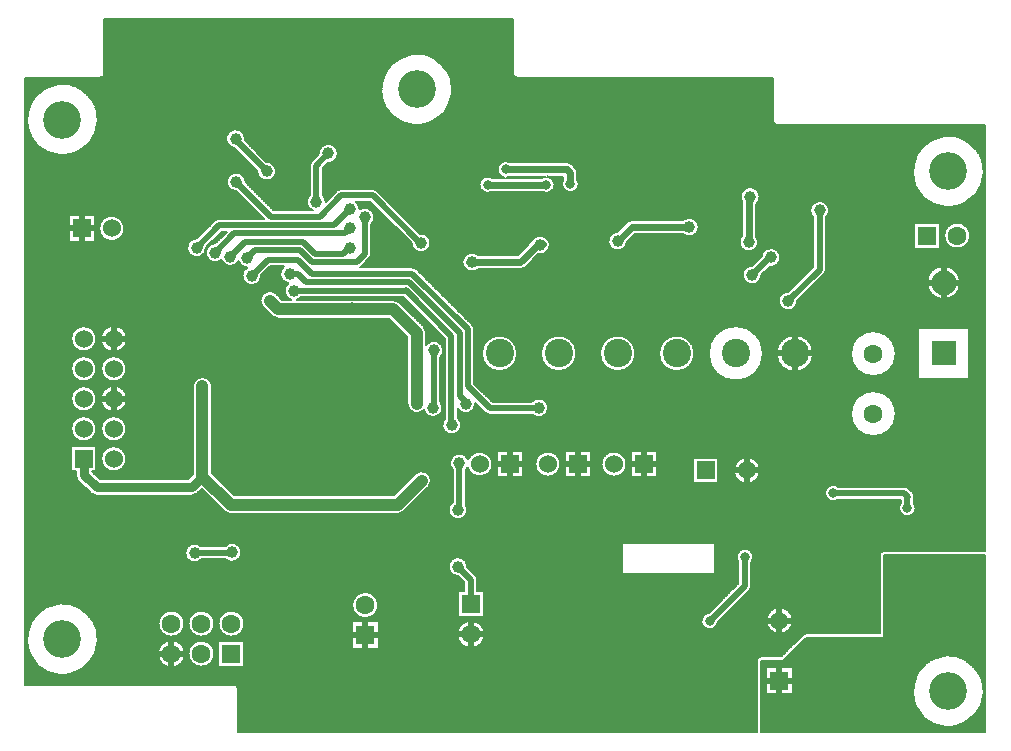
<source format=gbl>
G04 Layer_Physical_Order=2*
G04 Layer_Color=16711680*
%FSLAX24Y24*%
%MOIN*%
G70*
G01*
G75*
%ADD10C,0.0079*%
%ADD35C,0.0197*%
%ADD37C,0.0394*%
%ADD38C,0.0315*%
%ADD41C,0.0236*%
%ADD43C,0.1260*%
%ADD44R,0.0630X0.0630*%
%ADD45C,0.0630*%
%ADD46C,0.0600*%
%ADD47R,0.0600X0.0600*%
%ADD48R,0.0827X0.0827*%
%ADD49C,0.0827*%
%ADD50R,0.0600X0.0600*%
%ADD51R,0.0630X0.0630*%
%ADD52C,0.0945*%
%ADD53C,0.0394*%
%ADD54C,0.0315*%
%ADD55C,0.0236*%
D10*
X54583Y42008D02*
G03*
X54583Y42008I-433J0D01*
G01*
X48009Y45837D02*
G03*
X48147Y45699I138J0D01*
G01*
X48009Y45837D02*
G03*
X48147Y45699I138J0D01*
G01*
X47441Y43054D02*
G03*
X47569Y43307I-187J253D01*
G01*
D02*
G03*
X46968Y43174I-315J0D01*
G01*
X49783Y42616D02*
G03*
X49882Y42844I-217J229D01*
G01*
D02*
G03*
X49350Y42616I-315J0D01*
G01*
X49720Y40723D02*
G03*
X49783Y40876I-153J153D01*
G01*
X49720Y40723D02*
G03*
X49783Y40876I-153J153D01*
G01*
X54252Y40443D02*
G03*
X54252Y40443I-551J0D01*
G01*
X48258Y41280D02*
G03*
X47630Y41312I-315J0D01*
G01*
X47898Y40968D02*
G03*
X48258Y41280I45J312D01*
G01*
X47322Y41004D02*
G03*
X47628Y40689I-9J-315D01*
G01*
X48522Y40138D02*
G03*
X48829Y39823I-9J-315D01*
G01*
X41535Y43730D02*
G03*
X41496Y43872I-276J0D01*
G01*
Y44104D02*
G03*
X41427Y44271I-236J0D01*
G01*
X41319Y44380D02*
G03*
X41152Y44449I-167J-167D01*
G01*
X41319Y44380D02*
G03*
X41152Y44449I-167J-167D01*
G01*
X41496Y44104D02*
G03*
X41427Y44271I-236J0D01*
G01*
X41024Y43872D02*
G03*
X41535Y43730I236J-142D01*
G01*
X40418Y43976D02*
G03*
X40315Y43940I39J-273D01*
G01*
X40733Y43704D02*
G03*
X40496Y43976I-276J0D01*
G01*
X40315Y43467D02*
G03*
X40733Y43704I142J236D01*
G01*
X39348Y47412D02*
G03*
X39485Y47274I138J0D01*
G01*
X39348Y47412D02*
G03*
X39485Y47274I138J0D01*
G01*
X39246Y44449D02*
G03*
X39065Y43940I-142J-236D01*
G01*
X39143D02*
G03*
X39246Y43976I-39J273D01*
G01*
X38643Y43940D02*
G03*
X38643Y43467I-142J-236D01*
G01*
X47520Y41791D02*
G03*
X47441Y42000I-315J0D01*
G01*
X46968D02*
G03*
X47520Y41791I236J-208D01*
G01*
X45014Y42053D02*
G03*
X45537Y42289I208J236D01*
G01*
D02*
G03*
X45014Y42526I-315J0D01*
G01*
X43303D02*
G03*
X43136Y42456I0J-236D01*
G01*
X43303Y42526D02*
G03*
X43136Y42456I0J-236D01*
G01*
X42815Y42135D02*
G03*
X43149Y41801I20J-314D01*
G01*
X40557Y41643D02*
G03*
X40571Y41722I-222J80D01*
G01*
X40465Y41920D02*
G03*
X39956Y41816I-219J-227D01*
G01*
X40571Y41722D02*
G03*
X40465Y41920I-236J0D01*
G01*
X40191Y41383D02*
G03*
X40557Y41643I55J310D01*
G01*
X39596Y40886D02*
G03*
X39763Y40955I0J236D01*
G01*
X39596Y40886D02*
G03*
X39763Y40955I0J236D01*
G01*
X38191Y41358D02*
G03*
X37713Y41285I-208J-236D01*
G01*
D02*
G03*
X37713Y40959I171J-163D01*
G01*
D02*
G03*
X38191Y40886I270J163D01*
G01*
X38061Y38880D02*
G03*
X37997Y39033I-217J0D01*
G01*
X38061Y38880D02*
G03*
X37998Y39033I-217J0D01*
G01*
X37018Y38179D02*
G03*
X36457Y38376I-315J0D01*
G01*
X36919Y37950D02*
G03*
X37018Y38179I-217J229D01*
G01*
X52106Y38073D02*
G03*
X52106Y38073I-748J0D01*
G01*
Y36073D02*
G03*
X52106Y36073I-748J0D01*
G01*
X49350Y38081D02*
G03*
X49350Y38081I-610J0D01*
G01*
X47677D02*
G03*
X47677Y38081I-906J0D01*
G01*
X47583Y34183D02*
G03*
X47583Y34183I-438J0D01*
G01*
X52726Y33307D02*
G03*
X52663Y33461I-217J0D01*
G01*
X52726Y33307D02*
G03*
X52663Y33460I-217J0D01*
G01*
X52707Y33217D02*
G03*
X52726Y33307I-197J90D01*
G01*
X52707Y33217D02*
G03*
X52726Y33307I-197J90D01*
G01*
X52545Y33578D02*
G03*
X52392Y33642I-153J-153D01*
G01*
X52545Y33578D02*
G03*
X52392Y33642I-153J-153D01*
G01*
X52766Y32923D02*
G03*
X52707Y33094I-276J0D01*
G01*
X52274D02*
G03*
X52766Y32923I217J-170D01*
G01*
X50190Y33642D02*
G03*
X50190Y33209I-170J-217D01*
G01*
X51722Y31506D02*
G03*
X51565Y31348I0J-157D01*
G01*
X51722Y31506D02*
G03*
X51565Y31348I0J-157D01*
G01*
X47293Y31129D02*
G03*
X47352Y31299I-217J170D01*
G01*
X48666Y29175D02*
G03*
X48666Y29175I-438J0D01*
G01*
X49114Y28750D02*
G03*
X49003Y28704I0J-157D01*
G01*
X49114Y28750D02*
G03*
X49003Y28704I0J-157D01*
G01*
X49114Y28750D02*
G03*
X49003Y28704I0J-157D01*
G01*
X49114Y28750D02*
G03*
X49003Y28704I0J-157D01*
G01*
X47628Y27982D02*
G03*
X47470Y27825I0J-157D01*
G01*
X47628Y27982D02*
G03*
X47470Y27825I0J-157D01*
G01*
X47230Y30181D02*
G03*
X47293Y30334I-153J153D01*
G01*
X47230Y30180D02*
G03*
X47293Y30334I-153J153D01*
G01*
X47352Y31299D02*
G03*
X46860Y31129I-276J0D01*
G01*
X45865Y29429D02*
G03*
X46172Y29122I33J-274D01*
G01*
X45394Y38081D02*
G03*
X45394Y38081I-591J0D01*
G01*
X43425D02*
G03*
X43425Y38081I-591J0D01*
G01*
X41457D02*
G03*
X41457Y38081I-591J0D01*
G01*
X40522Y36270D02*
G03*
X39961Y36467I-315J0D01*
G01*
X39998Y36033D02*
G03*
X40522Y36270I208J236D01*
G01*
X43129Y34390D02*
G03*
X43129Y34390I-418J0D01*
G01*
X40924D02*
G03*
X40924Y34390I-418J0D01*
G01*
X39488Y38081D02*
G03*
X39488Y38081I-591J0D01*
G01*
X38419Y36097D02*
G03*
X38573Y36033I153J153D01*
G01*
X38420Y36097D02*
G03*
X38573Y36033I153J153D01*
G01*
X37510Y36229D02*
G03*
X38091Y36398I266J169D01*
G01*
X36998Y36270D02*
G03*
X36919Y36478I-315J0D01*
G01*
X38660Y34390D02*
G03*
X37853Y34542I-418J0D01*
G01*
X37618Y35689D02*
G03*
X37510Y35927I-315J0D01*
G01*
X37077Y35908D02*
G03*
X37618Y35689I226J-219D01*
G01*
X37853Y34542D02*
G03*
X37343Y34200I-294J-113D01*
G01*
X37838Y34283D02*
G03*
X38660Y34390I404J107D01*
G01*
X38159Y30541D02*
G03*
X38096Y30695I-217J0D01*
G01*
X38159Y30541D02*
G03*
X38096Y30694I-217J0D01*
G01*
X37776Y34200D02*
G03*
X37838Y34283I-217J229D01*
G01*
X36522Y33616D02*
G03*
X36614Y33839I-223J223D01*
G01*
X36521Y33615D02*
G03*
X36614Y33839I-222J223D01*
G01*
X37825Y32864D02*
G03*
X37776Y33033I-315J0D01*
G01*
X37343Y33131D02*
G03*
X37825Y32864I167J-267D01*
G01*
Y30974D02*
G03*
X37518Y30660I-315J0D01*
G01*
X38396Y28715D02*
G03*
X38396Y28715I-453J0D01*
G01*
X33180Y44429D02*
G03*
X33504Y44744I9J315D01*
G01*
X34828Y43500D02*
G03*
X34675Y43563I-153J-153D01*
G01*
X34829Y43499D02*
G03*
X34675Y43563I-153J-153D01*
G01*
X34232Y42884D02*
G03*
X34114Y43130I-315J0D01*
G01*
X33622Y43563D02*
G03*
X33469Y43500I0J-217D01*
G01*
X33622Y43563D02*
G03*
X33469Y43499I0J-217D01*
G01*
X33100Y43140D02*
G03*
X33002Y43368I-315J0D01*
G01*
X33504Y44744D02*
G03*
X32874Y44735I-315J0D01*
G01*
X32633Y44494D02*
G03*
X32569Y44341I153J-153D01*
G01*
X32632Y44494D02*
G03*
X32569Y44341I153J-153D01*
G01*
Y43368D02*
G03*
X32676Y42844I217J-229D01*
G01*
X31447Y44154D02*
G03*
X31123Y44468I-315J0D01*
G01*
X30817Y44162D02*
G03*
X31447Y44154I315J-9D01*
G01*
X36594Y41762D02*
G03*
X36252Y42076I-315J0D01*
G01*
X35965Y41751D02*
G03*
X36594Y41762I315J11D01*
G01*
X34626Y42389D02*
G03*
X34724Y42618I-217J229D01*
G01*
X34563Y41245D02*
G03*
X34626Y41398I-153J153D01*
G01*
X34562Y41244D02*
G03*
X34626Y41398I-153J153D01*
G01*
X36149Y40881D02*
G03*
X35996Y40945I-153J-153D01*
G01*
X36149Y40881D02*
G03*
X35996Y40945I-153J-153D01*
G01*
X36457Y38760D02*
G03*
X36364Y38983I-315J0D01*
G01*
X36457Y38760D02*
G03*
X36364Y38983I-315J0D01*
G01*
X35759Y39588D02*
G03*
X35708Y39630I-223J-223D01*
G01*
X35567Y39770D02*
G03*
X35344Y39862I-223J-223D01*
G01*
X35568Y39770D02*
G03*
X35344Y39862I-223J-222D01*
G01*
X35308Y39138D02*
G03*
X35360Y39096I223J222D01*
G01*
X35309Y39138D02*
G03*
X35360Y39096I223J223D01*
G01*
X34259Y40945D02*
G03*
X34285Y40967I-127J175D01*
G01*
X34259Y40945D02*
G03*
X34285Y40967I-127J175D01*
G01*
X34724Y42618D02*
G03*
X34232Y42878I-315J0D01*
G01*
X31716Y40984D02*
G03*
X31855Y40417I184J-256D01*
G01*
X32157Y39872D02*
G03*
X32276Y39951I-110J295D01*
G01*
X31855Y40417D02*
G03*
X31938Y39872I193J-249D01*
G01*
X31464Y40065D02*
G03*
X31018Y39619I-223J-222D01*
G01*
X31463Y40065D02*
G03*
X31017Y39620I-223J-223D01*
G01*
X34129Y39862D02*
G03*
X33886Y39872I-133J-285D01*
G01*
X31302Y39335D02*
G03*
X31526Y39242I223J222D01*
G01*
X33918D02*
G03*
X33996Y39232I78J305D01*
G01*
X33918Y39242D02*
G03*
X33996Y39232I78J305D01*
G01*
X31303Y39334D02*
G03*
X31526Y39242I223J223D01*
G01*
X30409Y45183D02*
G03*
X30413Y45236I-310J53D01*
G01*
D02*
G03*
X30055Y44924I-315J0D01*
G01*
X30433Y43799D02*
G03*
X30127Y43484I-315J0D01*
G01*
X25588Y47274D02*
G03*
X25726Y47412I0J138D01*
G01*
X25588Y47274D02*
G03*
X25726Y47412I0J138D01*
G01*
X29547Y42569D02*
G03*
X29394Y42505I0J-217D01*
G01*
X29547Y42569D02*
G03*
X29394Y42505I0J-217D01*
G01*
X26389Y42244D02*
G03*
X26389Y42244I-418J0D01*
G01*
X29428Y41752D02*
G03*
X29626Y41199I-9J-315D01*
G01*
X30195Y41154D02*
G03*
X30487Y40945I297J106D01*
G01*
D02*
G03*
X30955Y40669I152J-276D01*
G01*
X29626Y41199D02*
G03*
X30195Y41154I295J110D01*
G01*
X28808Y41919D02*
G03*
X29114Y41604I-9J-315D01*
G01*
X26477Y38567D02*
G03*
X26477Y38567I-438J0D01*
G01*
X29311Y36978D02*
G03*
X28681Y36978I-315J0D01*
G01*
X29311D02*
G03*
X28681Y36978I-315J0D01*
G01*
X26457Y37567D02*
G03*
X26457Y37567I-418J0D01*
G01*
X25457Y38567D02*
G03*
X25457Y38567I-418J0D01*
G01*
Y37567D02*
G03*
X25457Y37567I-418J0D01*
G01*
X36376Y36198D02*
G03*
X36998Y36270I307J72D01*
G01*
X35827Y36407D02*
G03*
X36376Y36198I315J0D01*
G01*
X35827Y36408D02*
G03*
X36376Y36198I315J-1D01*
G01*
X36614Y33839D02*
G03*
X36077Y34061I-315J0D01*
G01*
X36614Y33839D02*
G03*
X36076Y34061I-315J0D01*
G01*
X35502Y32726D02*
G03*
X35725Y32819I0J315D01*
G01*
X35502Y32726D02*
G03*
X35725Y32819I0J315D01*
G01*
X29708D02*
G03*
X29931Y32726I223J223D01*
G01*
X29708Y32819D02*
G03*
X29931Y32726I223J222D01*
G01*
X34852Y29691D02*
G03*
X34852Y29691I-433J0D01*
G01*
X29772Y31211D02*
G03*
X30295Y31447I208J236D01*
G01*
D02*
G03*
X29734Y31644I-315J0D01*
G01*
X30394Y29071D02*
G03*
X30394Y29071I-433J0D01*
G01*
X30174Y26900D02*
G03*
X30037Y27038I-138J0D01*
G01*
X30174Y26900D02*
G03*
X30037Y27038I-138J0D01*
G01*
X29394Y29071D02*
G03*
X29394Y29071I-433J0D01*
G01*
Y28071D02*
G03*
X29394Y28071I-433J0D01*
G01*
X26477Y36567D02*
G03*
X26477Y36567I-438J0D01*
G01*
X26457Y35567D02*
G03*
X26457Y35567I-418J0D01*
G01*
X28681Y35068D02*
G03*
X28681Y34912I305J-78D01*
G01*
X28632Y33337D02*
G03*
X28827Y33417I0J276D01*
G01*
X26457Y34567D02*
G03*
X26457Y34567I-418J0D01*
G01*
X25457Y36567D02*
G03*
X25457Y36567I-418J0D01*
G01*
Y35567D02*
G03*
X25457Y35567I-418J0D01*
G01*
X24764Y34035D02*
G03*
X24845Y33841I276J0D01*
G01*
X24764Y34035D02*
G03*
X24845Y33841I276J0D01*
G01*
X25268Y33417D02*
G03*
X25463Y33337I195J195D01*
G01*
X25268Y33417D02*
G03*
X25463Y33337I195J195D01*
G01*
X28632D02*
G03*
X28827Y33417I0J276D01*
G01*
X28959Y31644D02*
G03*
X28959Y31211I-229J-217D01*
G01*
X28394Y29071D02*
G03*
X28394Y29071I-433J0D01*
G01*
X28413Y28071D02*
G03*
X28413Y28071I-453J0D01*
G01*
X54744Y44899D02*
Y45699D01*
X54585Y45059D02*
X55096D01*
X54658Y45000D02*
X55096D01*
X54626Y45030D02*
Y45699D01*
X54685Y44968D02*
Y45699D01*
X54980Y44505D02*
Y45699D01*
X54921Y44662D02*
Y45699D01*
X54641Y45020D02*
X54902Y44715D01*
X54803Y44830D02*
Y45699D01*
X54862Y44761D02*
Y45699D01*
X54310Y45236D02*
X55096D01*
X54172Y45295D02*
X55096D01*
X54439Y45177D02*
X55096D01*
X54449Y45167D02*
Y45699D01*
X54355Y45217D02*
X54433Y45183D01*
X54567Y45072D02*
Y45699D01*
X54492Y45125D02*
X54641Y45020D01*
X54501Y45118D02*
X55096D01*
X54508Y45113D02*
Y45699D01*
X54433Y45183D02*
X54492Y45125D01*
X55001Y44409D02*
X55096D01*
X54992Y44468D02*
X55096D01*
X55011Y44350D02*
X55096D01*
X55010Y44355D02*
X55023Y44272D01*
X55020Y44291D02*
X55096D01*
X55033Y44173D02*
X55096D01*
X55027Y44232D02*
X55096D01*
X55031Y44055D02*
X55096D01*
X55023Y44272D02*
X55039Y44119D01*
X55038Y44114D02*
X55096D01*
X54860Y44764D02*
X55096D01*
X54809Y44823D02*
X55096D01*
X54905Y44705D02*
X55096D01*
X54708Y44941D02*
X55096D01*
X54759Y44882D02*
X55096D01*
X54950Y44587D02*
X55096D01*
X54927Y44646D02*
X55096D01*
X54972Y44527D02*
X55096D01*
X54902Y44715D02*
X54990Y44478D01*
X55010Y44355D01*
X54035Y45324D02*
Y45699D01*
X53976Y45327D02*
Y45699D01*
X54094Y45321D02*
Y45699D01*
X53858Y45334D02*
Y45699D01*
X53917Y45331D02*
Y45699D01*
X54331Y45227D02*
Y45699D01*
X54272Y45252D02*
Y45699D01*
X54390Y45202D02*
Y45699D01*
X54153Y45303D02*
Y45699D01*
X54212Y45278D02*
Y45699D01*
X53740Y45326D02*
Y45699D01*
X53681Y45313D02*
Y45699D01*
X53799Y45335D02*
Y45699D01*
X53563Y45282D02*
Y45699D01*
X53622Y45298D02*
Y45699D01*
X53445Y45247D02*
Y45699D01*
X53149Y45082D02*
Y45699D01*
X53504Y45266D02*
Y45699D01*
X52854Y44777D02*
Y45699D01*
X53090Y45039D02*
Y45699D01*
X53794Y45335D02*
X53843D01*
X53706Y45320D02*
X53794Y45335D01*
X53843D02*
X54114Y45320D01*
X53386Y45227D02*
Y45699D01*
X53519Y45271D02*
X53706Y45320D01*
X54114D02*
X54355Y45217D01*
X53327Y45208D02*
Y45699D01*
X53322Y45207D02*
X53519Y45271D01*
X53209Y45125D02*
Y45699D01*
X53268Y45167D02*
Y45699D01*
X53036Y45000D02*
X53322Y45207D01*
X53031Y44994D02*
Y45699D01*
X52815Y44729D02*
X53036Y45000D01*
X52913Y44850D02*
Y45699D01*
X52972Y44922D02*
Y45699D01*
X52795Y44667D02*
Y45699D01*
X52736Y44480D02*
Y45699D01*
X52697Y44355D02*
X52815Y44729D01*
X52677Y44119D02*
Y45699D01*
Y44119D02*
X52697Y44355D01*
X55024Y43996D02*
X55096D01*
X55010Y43937D02*
X55096D01*
X54979Y43819D02*
X55096D01*
X55023Y43986D02*
X55039Y44119D01*
X54995Y43878D02*
X55096D01*
X54964Y43760D02*
X55096D01*
X54948Y43701D02*
X55096D01*
X54886Y43583D02*
X55096D01*
X54946Y43691D02*
X55023Y43986D01*
X54919Y43642D02*
X55096D01*
X54854Y43524D02*
X55096D01*
X54821Y43464D02*
X55096D01*
X54719Y43346D02*
X55096D01*
X54788Y43406D02*
X54946Y43691D01*
X54788Y43405D02*
X55096D01*
X54649Y43287D02*
X55096D01*
X54527Y43184D02*
X54788Y43406D01*
X54580Y43228D02*
X55096D01*
X54567Y42124D02*
Y43217D01*
X54345Y43071D02*
X54527Y43184D01*
X54504Y43169D02*
X55096D01*
X54409Y43110D02*
X55096D01*
X54424Y42342D02*
X55096D01*
X54390Y42368D02*
Y43098D01*
X54331Y42401D02*
Y43066D01*
X54525Y42224D02*
X55096D01*
X54484Y42283D02*
X55096D01*
X54553Y42165D02*
X55096D01*
X54508Y42251D02*
Y43172D01*
X54449Y42321D02*
Y43135D01*
X54284Y43051D02*
X55096D01*
X54114Y42997D02*
X54345Y43071D01*
X54091Y42992D02*
X55096D01*
X54153Y42441D02*
Y43010D01*
X53952Y42963D02*
X54114Y42997D01*
X54272Y42423D02*
Y43047D01*
X54330Y42401D02*
X55096D01*
X54212Y42436D02*
Y43028D01*
X54094Y42437D02*
Y42993D01*
X53371Y43051D02*
X53765Y42963D01*
X53056Y43258D02*
X53371Y43051D01*
X53386Y42441D02*
Y43048D01*
X53268Y42441D02*
Y43119D01*
X53327Y42441D02*
Y43080D01*
X53149Y42441D02*
Y43197D01*
X53090Y42441D02*
Y43235D01*
X53209Y42441D02*
Y43158D01*
X52972Y42441D02*
Y43364D01*
X53031Y42441D02*
Y43289D01*
X52835Y43538D02*
X53056Y43258D01*
X52761Y43681D02*
X52835Y43538D01*
X52854Y42441D02*
Y43514D01*
X52677Y44119D02*
X52697Y43853D01*
X52761Y43681D01*
X52795Y42441D02*
Y43615D01*
X52736Y42441D02*
Y43748D01*
X52913Y42441D02*
Y43439D01*
X52027Y38407D02*
Y45699D01*
X52087Y38244D02*
Y45699D01*
X54035Y42426D02*
Y42980D01*
X53976Y42405D02*
Y42968D01*
X53765Y42963D02*
X53952D01*
X53858Y42328D02*
Y42963D01*
X53917Y42373D02*
Y42963D01*
X53799Y42262D02*
Y42963D01*
X53740Y42149D02*
Y42968D01*
X53583Y42165D02*
X53746D01*
X53622Y40988D02*
Y42995D01*
X53681Y40994D02*
Y42981D01*
X53563Y42441D02*
Y43008D01*
X52716Y42441D02*
X53583D01*
Y42401D02*
X53969D01*
X53445Y42441D02*
Y43035D01*
X53504Y42441D02*
Y43021D01*
X53583Y42283D02*
X53815D01*
X53583Y42342D02*
X53875D01*
X53583Y42224D02*
X53774D01*
X52716Y41575D02*
Y42441D01*
X53583Y41575D02*
Y42441D01*
X49665Y43144D02*
Y45699D01*
X49606Y43157D02*
Y45699D01*
X48147D02*
X55096D01*
X49488Y43149D02*
Y45699D01*
X49547Y43159D02*
Y45699D01*
X49783Y43073D02*
Y45699D01*
X49724Y43117D02*
Y45699D01*
X49842Y42997D02*
Y45699D01*
X49370Y43090D02*
Y45699D01*
X49429Y43128D02*
Y45699D01*
X41282Y44409D02*
X52714D01*
X39207Y44468D02*
X52733D01*
X41348Y44350D02*
X52696D01*
X41407Y44291D02*
X52691D01*
X41458Y44232D02*
X52687D01*
X41496Y43996D02*
X52686D01*
X41496Y44055D02*
X52682D01*
X41496Y43937D02*
X52691D01*
X41486Y44173D02*
X52682D01*
X41496Y44114D02*
X52677D01*
X47568Y43287D02*
X53033D01*
X47559Y43228D02*
X53101D01*
X49736Y43110D02*
X53281D01*
X47553Y43405D02*
X52940D01*
X47566Y43346D02*
X52986D01*
X49881Y42874D02*
X55096D01*
X49869Y42933D02*
X55096D01*
X49880Y42815D02*
X55096D01*
X49805Y43051D02*
X53371D01*
X49845Y42992D02*
X53634D01*
X41534Y43760D02*
X52732D01*
X41534Y43701D02*
X52754D01*
X41521Y43642D02*
X52781D01*
X41496Y43878D02*
X52695D01*
X41521Y43819D02*
X52710D01*
X47527Y43464D02*
X52893D01*
X47483Y43524D02*
X52846D01*
X47537Y43169D02*
X53191D01*
X47407Y43583D02*
X52812D01*
X47500Y43110D02*
X49398D01*
X37313Y46949D02*
X48009D01*
X37307Y47008D02*
X48009D01*
X37319Y46890D02*
X48009D01*
X39485Y47274D02*
X48009D01*
X37297Y47067D02*
X48009D01*
X37319Y46831D02*
X48009D01*
X37312Y46772D02*
X48009D01*
X37304Y46713D02*
X48009D01*
X47539Y43440D02*
Y47274D01*
X48009Y45837D02*
Y47274D01*
X37289Y46653D02*
X48009D01*
X37288Y47126D02*
X48009D01*
X37273Y46594D02*
X48009D01*
X37263Y47244D02*
X48009D01*
X37278Y47185D02*
X48009D01*
X37224Y46417D02*
X48009D01*
X37191Y46358D02*
X48009D01*
X37159Y46299D02*
X48009D01*
X37258Y46535D02*
X48009D01*
X37242Y46476D02*
X48009D01*
X49311Y43028D02*
Y45699D01*
X47441Y43051D02*
X49329D01*
X47441Y42933D02*
X49265D01*
X47441Y42992D02*
X49289D01*
X47441Y42756D02*
X49265D01*
X47441Y42874D02*
X49253D01*
X47441Y42815D02*
X49253D01*
X37049Y46122D02*
X48009D01*
X36979Y46063D02*
X48009D01*
X36909Y46004D02*
X48009D01*
X37126Y46240D02*
X48009D01*
X37094Y46181D02*
X48009D01*
X36840Y45945D02*
X48009D01*
X36660Y45827D02*
X48009D01*
X36505Y45768D02*
X48028D01*
X36755Y45886D02*
X48009D01*
X51614Y38776D02*
Y45699D01*
X51555Y38795D02*
Y45699D01*
X51673Y38751D02*
Y45699D01*
X51437Y38817D02*
Y45699D01*
X51496Y38808D02*
Y45699D01*
X51909Y38579D02*
Y45699D01*
X51850Y38636D02*
Y45699D01*
X51968Y38506D02*
Y45699D01*
X51732Y38721D02*
Y45699D01*
X51791Y38683D02*
Y45699D01*
X51319Y38820D02*
Y45699D01*
X51260Y38814D02*
Y45699D01*
X51378Y38821D02*
Y45699D01*
X51083Y38768D02*
Y45699D01*
X51201Y38804D02*
Y45699D01*
X50846Y38618D02*
Y45699D01*
X50787Y38556D02*
Y45699D01*
X50905Y38668D02*
Y45699D01*
X50669Y38364D02*
Y45699D01*
X50728Y38476D02*
Y45699D01*
X49869Y42756D02*
X55096D01*
X49845Y42697D02*
X55096D01*
X49805Y42638D02*
X55096D01*
X49783Y42579D02*
X55096D01*
X51142Y38789D02*
Y45699D01*
X51024Y38742D02*
Y45699D01*
X49783Y42520D02*
X55096D01*
X50964Y38709D02*
Y45699D01*
X49783Y40876D02*
Y42616D01*
Y42401D02*
X52716D01*
X49783Y42461D02*
X55096D01*
X49783Y42342D02*
X52716D01*
X47441Y42461D02*
X49350D01*
X49783Y42224D02*
X52716D01*
X49783Y42283D02*
X52716D01*
X49783Y42106D02*
X52716D01*
X47441Y42283D02*
X49350D01*
X49783Y42165D02*
X52716D01*
X49193Y40808D02*
Y45699D01*
X49134Y40749D02*
Y45699D01*
X49252Y40867D02*
Y45699D01*
X49016Y40631D02*
Y45699D01*
X49075Y40690D02*
Y45699D01*
X48898Y40513D02*
Y45699D01*
X48838Y40454D02*
Y45699D01*
X48957Y40572D02*
Y45699D01*
X48720Y40336D02*
Y45699D01*
X48779Y40395D02*
Y45699D01*
X48012Y41587D02*
Y45810D01*
X47953Y41594D02*
Y47274D01*
X48071Y41567D02*
Y45722D01*
X47835Y41575D02*
Y47274D01*
X47894Y41591D02*
Y47274D01*
X47776Y41546D02*
Y47274D01*
X47716Y41498D02*
Y47274D01*
X48130Y41533D02*
Y45700D01*
X47598Y41281D02*
Y47274D01*
X47657Y41412D02*
Y47274D01*
X49311Y40926D02*
Y42661D01*
X48661Y40277D02*
Y45699D01*
X49350Y40966D02*
Y42616D01*
X48248Y41358D02*
Y45699D01*
X48602Y40218D02*
Y45699D01*
X48484Y40136D02*
Y45699D01*
X48425Y40125D02*
Y45699D01*
X48543Y40158D02*
Y45699D01*
X48307Y40060D02*
Y45699D01*
X48366Y40101D02*
Y45699D01*
X47441Y42520D02*
X49350D01*
X47441Y42579D02*
X49350D01*
X47441Y42401D02*
X49350D01*
X47441Y42697D02*
X49289D01*
X47441Y42638D02*
X49329D01*
X47441Y42342D02*
X49350D01*
X47441Y42224D02*
X49350D01*
X48189Y41476D02*
Y45699D01*
X47441Y42165D02*
X49350D01*
X54582Y41988D02*
X55096D01*
X54575Y41929D02*
X55096D01*
X54560Y41870D02*
X55096D01*
X54571Y42106D02*
X55096D01*
X54581Y42047D02*
X55096D01*
X54535Y41811D02*
X55096D01*
X54499Y41752D02*
X55096D01*
X54447Y41693D02*
X55096D01*
X54368Y41634D02*
X55096D01*
X54212Y40648D02*
Y41579D01*
X49783Y41398D02*
X55096D01*
X49783Y41457D02*
X55096D01*
X49783Y41339D02*
X55096D01*
X49783Y41575D02*
X55096D01*
X49783Y41516D02*
X55096D01*
X49783Y41220D02*
X55096D01*
X49783Y41279D02*
X55096D01*
X49783Y41161D02*
X55096D01*
X54094Y40829D02*
Y41578D01*
X54153Y40757D02*
Y41575D01*
X54248Y40512D02*
X55096D01*
X54237Y40571D02*
X55096D01*
X54252Y40453D02*
X55096D01*
X54194Y40689D02*
X55096D01*
X54219Y40630D02*
X55096D01*
X54226Y40276D02*
X55096D01*
X54203Y40216D02*
X55096D01*
X54172Y40157D02*
X55096D01*
X54250Y40394D02*
X55096D01*
X54241Y40335D02*
X55096D01*
X53968Y40925D02*
X55096D01*
X53805Y40984D02*
X55096D01*
X54054Y40866D02*
X55096D01*
X49783Y41102D02*
X55096D01*
X49783Y41043D02*
X55096D01*
X54160Y40748D02*
X55096D01*
X54115Y40807D02*
X55096D01*
X54076Y40039D02*
X55096D01*
X54131Y40098D02*
X55096D01*
X53583Y41929D02*
X53724D01*
X53583Y42106D02*
X53728D01*
X53583Y41870D02*
X53739D01*
X53583Y42047D02*
X53718D01*
X53583Y41988D02*
X53717D01*
X53858Y40971D02*
Y41687D01*
X53799Y40985D02*
Y41753D01*
X53917Y40950D02*
Y41642D01*
X53740Y40993D02*
Y41867D01*
X53583Y41811D02*
X53764D01*
X49783Y41870D02*
X52716D01*
X49783Y41929D02*
X52716D01*
X49783Y41811D02*
X52716D01*
X49783Y42047D02*
X52716D01*
X49783Y41988D02*
X52716D01*
X53583Y41752D02*
X53800D01*
X49783D02*
X52716D01*
X53583Y41693D02*
X53852D01*
X49783D02*
X52716D01*
X49783Y41634D02*
X52716D01*
X53976Y40920D02*
Y41611D01*
X53583Y41634D02*
X53931D01*
X53563Y40977D02*
Y41575D01*
X53445Y40931D02*
Y41575D01*
X53504Y40958D02*
Y41575D01*
X54035Y40881D02*
Y41590D01*
X53386Y40895D02*
Y41575D01*
X53268Y40784D02*
Y41575D01*
X53327Y40848D02*
Y41575D01*
X52716D02*
X53583D01*
X49783Y40984D02*
X53597D01*
X49783Y40925D02*
X53434D01*
X49783Y40866D02*
X53348D01*
X49772Y40807D02*
X53287D01*
X53209Y40691D02*
Y41575D01*
X49742Y40748D02*
X53242D01*
X54508Y38927D02*
Y41765D01*
X54449Y38927D02*
Y41695D01*
X54390Y38927D02*
Y41647D01*
X54272Y38927D02*
Y41592D01*
X54212Y38927D02*
Y40238D01*
X54547Y38799D02*
X55096D01*
X54547Y38858D02*
X55096D01*
X54547Y38740D02*
X55096D01*
X54331Y38927D02*
Y41614D01*
X54547Y38917D02*
X55096D01*
X54000Y39980D02*
X55096D01*
X53879Y39921D02*
X55096D01*
X54153Y38927D02*
Y40128D01*
X54035Y38927D02*
Y40005D01*
X54094Y38927D02*
Y40057D01*
X53976Y38927D02*
Y39966D01*
X52854Y38927D02*
X54547D01*
X53917D02*
Y39936D01*
X53858Y38927D02*
Y39915D01*
X54547Y37913D02*
X55096D01*
X54547Y37972D02*
X55096D01*
X54547Y37854D02*
X55096D01*
X54547Y38090D02*
X55096D01*
X54547Y38031D02*
X55096D01*
X54547Y37618D02*
X55096D01*
X54547Y37677D02*
X55096D01*
X54547Y37559D02*
X55096D01*
X54547Y37795D02*
X55096D01*
X54547Y37736D02*
X55096D01*
X54547Y38504D02*
X55096D01*
X54547Y38563D02*
X55096D01*
X54547Y38445D02*
X55096D01*
X54547Y38681D02*
X55096D01*
X54547Y38622D02*
X55096D01*
X54547Y38209D02*
X55096D01*
X54547Y38268D02*
X55096D01*
X54547Y38150D02*
X55096D01*
X54547Y38386D02*
X55096D01*
X54547Y38327D02*
X55096D01*
X53799Y38927D02*
Y39901D01*
X53740Y38927D02*
Y39893D01*
X53622Y38927D02*
Y39897D01*
X53681Y38927D02*
Y39892D01*
X53504Y38927D02*
Y39928D01*
X53445Y38927D02*
Y39955D01*
X53563Y38927D02*
Y39909D01*
X53327Y38927D02*
Y40038D01*
X53386Y38927D02*
Y39991D01*
X53209Y38927D02*
Y40195D01*
X53149Y38927D02*
Y41575D01*
X53268Y38927D02*
Y40102D01*
X53031Y38927D02*
Y41575D01*
X53090Y38927D02*
Y41575D01*
X52972Y38927D02*
Y41575D01*
X52913Y38927D02*
Y41575D01*
X51537Y38799D02*
X52854D01*
X51696Y38740D02*
X52854D01*
X51794Y38681D02*
X52854D01*
X52102Y38150D02*
X52854D01*
X52094Y38209D02*
X52854D01*
X52106Y38090D02*
X52854D01*
X52062Y38327D02*
X52854D01*
X52080Y38268D02*
X52854D01*
X52089Y37913D02*
X52854D01*
X52074Y37854D02*
X52854D01*
X52053Y37795D02*
X52854D01*
X52105Y38031D02*
X52854D01*
X52100Y37972D02*
X52854D01*
X52007Y38445D02*
X52854D01*
X51970Y38504D02*
X52854D01*
X52038Y38386D02*
X52854D01*
X51866Y38622D02*
X52854D01*
X51923Y38563D02*
X52854D01*
X51952Y37618D02*
X52854D01*
X51902Y37559D02*
X52854D01*
X52026Y37736D02*
X52854D01*
X51993Y37677D02*
X52854D01*
X48258Y41279D02*
X49350D01*
X48252Y41339D02*
X49350D01*
X48252Y41220D02*
X49350D01*
X48203Y41457D02*
X49350D01*
X48235Y41398D02*
X49350D01*
X48829Y39831D02*
X49720Y40723D01*
X48235Y41161D02*
X49350D01*
X49686Y40689D02*
X53208D01*
X48203Y41102D02*
X49350D01*
X48522Y40138D02*
X49350Y40966D01*
X47488Y41929D02*
X49350D01*
X47451Y41988D02*
X49350D01*
X47510Y41870D02*
X49350D01*
X47441Y42106D02*
X49350D01*
X47441Y42047D02*
X49350D01*
X48151Y41516D02*
X49350D01*
X48151Y41043D02*
X49350D01*
X48052Y40984D02*
X49350D01*
X47519Y41811D02*
X49350D01*
X48053Y41575D02*
X49350D01*
X49627Y40630D02*
X53182D01*
X49568Y40571D02*
X53165D01*
X49509Y40512D02*
X53154D01*
X49450Y40453D02*
X53150D01*
X49391Y40394D02*
X53152D01*
X49214Y40216D02*
X53198D01*
X49155Y40157D02*
X53229D01*
X49096Y40098D02*
X53271D01*
X49332Y40335D02*
X53160D01*
X49273Y40276D02*
X53176D01*
X48918Y39921D02*
X53523D01*
X48859Y39862D02*
X55096D01*
X48828Y39803D02*
X55096D01*
X49036Y40039D02*
X53325D01*
X48977Y39980D02*
X53401D01*
X48760Y39626D02*
X55096D01*
X48697Y39567D02*
X55096D01*
X37523Y39508D02*
X55096D01*
X48819Y39744D02*
X55096D01*
X48797Y39685D02*
X55096D01*
X47855Y40925D02*
X49310D01*
X47517Y41752D02*
X49350D01*
X47796Y40866D02*
X49251D01*
X47737Y40807D02*
X49192D01*
X47678Y40748D02*
X49133D01*
X47628Y40689D02*
X49074D01*
X48248Y39992D02*
Y41201D01*
X47628Y40698D02*
X47898Y40968D01*
X47504Y41693D02*
X49350D01*
X47477Y41634D02*
X49350D01*
X47433Y41575D02*
X47833D01*
X47357Y41516D02*
X47734D01*
X40454Y41457D02*
X47682D01*
X40355Y41398D02*
X47651D01*
X40147Y41339D02*
X47634D01*
X47322Y41004D02*
X47630Y41312D01*
X40088Y41279D02*
X47597D01*
X47622Y40630D02*
X49015D01*
X47605Y40571D02*
X48955D01*
X47573Y40512D02*
X48896D01*
X47521Y40453D02*
X48837D01*
X47422Y40394D02*
X48778D01*
X37405Y39626D02*
X48268D01*
X37464Y39567D02*
X48330D01*
X37287Y39744D02*
X48209D01*
X37346Y39685D02*
X48231D01*
X36755Y40276D02*
X48660D01*
X36696Y40335D02*
X48719D01*
X36814Y40216D02*
X48601D01*
X36873Y40157D02*
X48542D01*
X36932Y40098D02*
X48361D01*
X37050Y39980D02*
X48241D01*
X36991Y40039D02*
X48285D01*
X37109Y39921D02*
X48215D01*
X37168Y39862D02*
X48201D01*
X37228Y39803D02*
X48199D01*
X47323Y38799D02*
X51179D01*
X47236Y38858D02*
X52854D01*
X47392Y38740D02*
X51020D01*
X49016Y38625D02*
Y40018D01*
X48850Y38681D02*
X50923D01*
X49311Y38297D02*
Y40314D01*
X49252Y38413D02*
Y40255D01*
X49193Y38490D02*
Y40196D01*
X49134Y38547D02*
Y40137D01*
X49075Y38591D02*
Y40078D01*
X37759Y39272D02*
X55096D01*
X37700Y39331D02*
X55096D01*
X37818Y39213D02*
X55096D01*
X37582Y39449D02*
X55096D01*
X37641Y39390D02*
X55096D01*
X37936Y39094D02*
X55096D01*
X37877Y39153D02*
X55096D01*
X37995Y39035D02*
X55096D01*
X46905Y38976D02*
X55096D01*
X47118Y38917D02*
X52854D01*
X49321Y38268D02*
X50636D01*
X49299Y38327D02*
X50655D01*
X49337Y38209D02*
X50623D01*
X49346Y38150D02*
X50614D01*
X49350Y38090D02*
X50610D01*
X49327Y37913D02*
X50627D01*
X49307Y37854D02*
X50643D01*
X49279Y37795D02*
X50664D01*
X49348Y38031D02*
X50611D01*
X49341Y37972D02*
X50617D01*
X49114Y38563D02*
X50793D01*
X49022Y38622D02*
X50850D01*
X49180Y38504D02*
X50747D01*
X49230Y38445D02*
X50709D01*
X49269Y38386D02*
X50679D01*
X49198Y37677D02*
X50723D01*
X49138Y37618D02*
X50764D01*
X49057Y37559D02*
X50815D01*
X49244Y37736D02*
X50690D01*
X48838Y38683D02*
Y39841D01*
X48779Y38690D02*
Y39654D01*
X48720Y38691D02*
Y39585D01*
X48661Y38686D02*
Y39545D01*
X48602Y38675D02*
Y39521D01*
X48957Y38651D02*
Y39959D01*
X48898Y38670D02*
Y39900D01*
X48484Y38635D02*
Y39509D01*
X48543Y38658D02*
Y39509D01*
X48425Y38603D02*
Y39521D01*
X47450Y38681D02*
X48631D01*
X47498Y38622D02*
X48458D01*
X47539Y38561D02*
Y40470D01*
X48366Y38563D02*
Y39545D01*
X48248Y38441D02*
Y39654D01*
X48189Y38342D02*
Y41083D01*
X48307Y38511D02*
Y39585D01*
X47657Y38269D02*
Y40727D01*
X47598Y38450D02*
Y40556D01*
X47658Y38268D02*
X48159D01*
X47643Y38327D02*
X48182D01*
X47668Y38209D02*
X48143D01*
X47675Y38150D02*
X48134D01*
X47677Y38090D02*
X48130D01*
X47662Y37913D02*
X48153D01*
X47648Y37854D02*
X48173D01*
X47676Y38031D02*
X48132D01*
X47671Y37972D02*
X48140D01*
X47572Y38504D02*
X48300D01*
X47538Y38563D02*
X48366D01*
X47601Y38445D02*
X48250D01*
X47624Y38386D02*
X48212D01*
X47631Y37795D02*
X48201D01*
X47550Y37618D02*
X48342D01*
X47512Y37559D02*
X48424D01*
X47609Y37736D02*
X48237D01*
X47582Y37677D02*
X48282D01*
X47303Y43618D02*
Y47274D01*
X47244Y43622D02*
Y47274D01*
X47362Y43603D02*
Y47274D01*
X47126Y43595D02*
Y47274D01*
X47185Y43614D02*
Y47274D01*
X47421Y43574D02*
Y47274D01*
X47067Y43560D02*
Y47274D01*
X47480Y43526D02*
Y47274D01*
X46949Y43385D02*
Y47274D01*
X47008Y43504D02*
Y47274D01*
X45236Y42604D02*
Y47274D01*
X45177Y42601D02*
Y47274D01*
X45295Y42596D02*
Y47274D01*
X41516Y43833D02*
Y47274D01*
X45118Y42587D02*
Y47274D01*
X45354Y42575D02*
Y47274D01*
X45059Y42559D02*
Y47274D01*
X45413Y42540D02*
Y47274D01*
X44232Y42526D02*
Y47274D01*
X44291Y42526D02*
Y47274D01*
X41496Y43872D02*
Y44104D01*
X41493Y43583D02*
X47101D01*
X41457Y44235D02*
Y47274D01*
X44173Y42526D02*
Y47274D01*
X44114Y42526D02*
Y47274D01*
X41442Y43524D02*
X47025D01*
X43996Y42526D02*
Y47274D01*
X44055Y42526D02*
Y47274D01*
X41339Y44360D02*
Y47274D01*
X41220Y44439D02*
Y47274D01*
X41279Y44411D02*
Y47274D01*
X41333Y43464D02*
X46981D01*
X41398Y44301D02*
Y47274D01*
X41319Y44380D02*
X41427Y44271D01*
X40807Y44449D02*
Y47274D01*
X40748Y44449D02*
Y47274D01*
X40866Y44449D02*
Y47274D01*
X40630Y44449D02*
Y47274D01*
X40689Y44449D02*
Y47274D01*
X41102Y44449D02*
Y47274D01*
X41043Y44449D02*
Y47274D01*
X41161Y44449D02*
Y47274D01*
X40925Y44449D02*
Y47274D01*
X40984Y44449D02*
Y47274D01*
X40512Y44449D02*
Y47274D01*
X40453Y44449D02*
Y47274D01*
X40571Y44449D02*
Y47274D01*
X40335Y44449D02*
Y47274D01*
X40394Y44449D02*
Y47274D01*
X40276Y44449D02*
Y47274D01*
X40216Y44449D02*
Y47274D01*
X40496Y43976D02*
X41024D01*
X40098Y44449D02*
Y47274D01*
X40157Y44449D02*
Y47274D01*
X41024Y43872D02*
Y43976D01*
X40671Y43878D02*
X41024D01*
X40707Y43819D02*
X40999D01*
X40630Y43918D02*
Y43976D01*
X40689Y43853D02*
Y43976D01*
X40726Y43642D02*
X40999D01*
X40705Y43583D02*
X41027D01*
X40666Y43524D02*
X41078D01*
X40727Y43760D02*
X40986D01*
X40733Y43701D02*
X40986D01*
X40276Y43940D02*
Y43976D01*
X40216Y43940D02*
Y43976D01*
X40039Y43940D02*
Y43976D01*
X40098Y43940D02*
Y43976D01*
X40604Y43937D02*
X41024D01*
X40594Y43464D02*
X41187D01*
X40157Y43940D02*
Y43976D01*
X44646Y42526D02*
Y47274D01*
X44587Y42526D02*
Y47274D01*
X44705Y42526D02*
Y47274D01*
X44468Y42526D02*
Y47274D01*
X44527Y42526D02*
Y47274D01*
X44941Y42526D02*
Y47274D01*
X44882Y42526D02*
Y47274D01*
X45000Y42526D02*
Y47274D01*
X44764Y42526D02*
Y47274D01*
X44823Y42526D02*
Y47274D01*
X43701Y42526D02*
Y47274D01*
X43642Y42526D02*
Y47274D01*
X43760Y42526D02*
Y47274D01*
X43524Y42526D02*
Y47274D01*
X43583Y42526D02*
Y47274D01*
X44350Y42526D02*
Y47274D01*
X43937Y42526D02*
Y47274D01*
X44409Y42526D02*
Y47274D01*
X43819Y42526D02*
Y47274D01*
X43878Y42526D02*
Y47274D01*
X46831Y38984D02*
Y47274D01*
X46772Y38986D02*
Y47274D01*
X46890Y38979D02*
Y47274D01*
X46653Y38978D02*
Y47274D01*
X46713Y38984D02*
Y47274D01*
X46535Y38955D02*
Y47274D01*
X46476Y38937D02*
Y47274D01*
X46594Y38969D02*
Y47274D01*
X46358Y38886D02*
Y47274D01*
X46417Y38914D02*
Y47274D01*
X46240Y38814D02*
Y47274D01*
X46181Y38767D02*
Y47274D01*
X46299Y38853D02*
Y47274D01*
X45472Y42481D02*
Y47274D01*
X45531Y42351D02*
Y47274D01*
X46063Y38644D02*
Y47274D01*
X46004Y38561D02*
Y47274D01*
X46122Y38711D02*
Y47274D01*
X45886Y38268D02*
Y47274D01*
X45945Y38450D02*
Y47274D01*
X43405Y42526D02*
Y47274D01*
X43346Y42526D02*
Y47274D01*
X43464Y42526D02*
Y47274D01*
X43228Y42513D02*
Y47274D01*
X43287Y42525D02*
Y47274D01*
X43110Y42430D02*
Y47274D01*
X43051Y42371D02*
Y47274D01*
X43169Y42484D02*
Y47274D01*
X42933Y42253D02*
Y47274D01*
X42992Y42312D02*
Y47274D01*
X42815Y42135D02*
Y47274D01*
X42756Y42126D02*
Y47274D01*
X42874Y42194D02*
Y47274D01*
X42638Y42067D02*
Y47274D01*
X42697Y42104D02*
Y47274D01*
X42520Y38580D02*
Y47274D01*
X42461Y38538D02*
Y47274D01*
X42579Y42004D02*
Y47274D01*
X42342Y38407D02*
Y47274D01*
X42401Y38482D02*
Y47274D01*
X41102Y38622D02*
Y43504D01*
X41043Y38644D02*
Y43560D01*
X41161Y38592D02*
Y43473D01*
X40925Y38668D02*
Y43976D01*
X40984Y38659D02*
Y43976D01*
X42283Y38293D02*
Y47274D01*
X41457Y38091D02*
Y43537D01*
X41398Y38338D02*
Y43492D01*
X41339Y38435D02*
Y43466D01*
X41220Y38553D02*
Y43458D01*
X40276Y42006D02*
Y43467D01*
X40216Y42006D02*
Y43467D01*
X40335Y41995D02*
Y43457D01*
X40098Y41971D02*
Y43467D01*
X40157Y41995D02*
Y43467D01*
X40807Y38668D02*
Y43976D01*
X40748Y38659D02*
Y43976D01*
X40866Y38671D02*
Y43976D01*
X40689Y38644D02*
Y43554D01*
X40630Y38622D02*
Y43489D01*
X37218Y47362D02*
X39357D01*
X39348Y47412D02*
Y49243D01*
X37196Y47421D02*
X39348D01*
X39272Y44449D02*
Y49243D01*
X39213Y44466D02*
Y49243D01*
X39331Y44449D02*
Y49243D01*
X39094Y44488D02*
Y49243D01*
X39153Y44484D02*
Y49243D01*
X36812Y47835D02*
X39348D01*
X36742Y47894D02*
X39348D01*
X36896Y47776D02*
X39348D01*
X36501Y48012D02*
X39348D01*
X36639Y47953D02*
X39348D01*
X37109Y47539D02*
X39348D01*
X37059Y47598D02*
X39348D01*
X37160Y47480D02*
X39348D01*
X36958Y47716D02*
X39348D01*
X37008Y47657D02*
X39348D01*
X39980Y44449D02*
Y47274D01*
X39921Y44449D02*
Y47274D01*
X40039Y44449D02*
Y47274D01*
X39803Y44449D02*
Y47274D01*
X39862Y44449D02*
Y47274D01*
X39744Y44449D02*
Y47274D01*
X39685Y44449D02*
Y47274D01*
X39980Y43940D02*
Y43976D01*
X39567Y44449D02*
Y47274D01*
X39626Y44449D02*
Y47274D01*
X39508Y44449D02*
Y47274D01*
X39449Y44449D02*
Y47279D01*
X39246Y44449D02*
X41152D01*
X39390D02*
Y47313D01*
X37240Y47303D02*
X39401D01*
X39331Y43940D02*
Y43976D01*
X39272Y43940D02*
Y43976D01*
X39246D02*
X40418D01*
X38917Y44415D02*
Y49243D01*
X38858Y44337D02*
Y49243D01*
X39035Y44479D02*
Y49243D01*
X37205Y47398D02*
Y49243D01*
X37264Y47241D02*
Y49243D01*
X38563Y43972D02*
Y49243D01*
X38504Y43979D02*
Y49243D01*
X38622Y43951D02*
Y49243D01*
X38386Y43954D02*
Y49243D01*
X38445Y43973D02*
Y49243D01*
X36614Y47963D02*
Y49243D01*
X36555Y47989D02*
Y49243D01*
X36673Y47938D02*
Y49243D01*
X36437Y48039D02*
Y49243D01*
X36496Y48014D02*
Y49243D01*
X37087Y47566D02*
Y49243D01*
X37027Y47635D02*
Y49243D01*
X37146Y47497D02*
Y49243D01*
X36909Y47766D02*
Y49243D01*
X36968Y47704D02*
Y49243D01*
X37293Y47092D02*
X37307Y47008D01*
X37274Y47215D02*
X37293Y47092D01*
X37307Y47008D02*
X37322Y46855D01*
X36924Y47756D02*
X37185Y47451D01*
X37274Y47215D01*
X38976Y44457D02*
Y49243D01*
X37307Y46722D02*
X37322Y46855D01*
X38858Y43940D02*
Y44089D01*
X37229Y46427D02*
X37307Y46722D01*
X37072Y46142D02*
X37229Y46427D01*
X36791Y47849D02*
Y49243D01*
X36732Y47904D02*
Y49243D01*
X36716Y47920D02*
X36775Y47861D01*
X36398Y48056D02*
X36639Y47953D01*
X36716Y47920D01*
X36850Y47808D02*
Y49243D01*
X36775Y47861D02*
X36924Y47756D01*
X36811Y45920D02*
X37072Y46142D01*
X36629Y45807D02*
X36811Y45920D01*
X36398Y45733D02*
X36629Y45807D01*
X39862Y43940D02*
Y43976D01*
X39803Y43940D02*
Y43976D01*
X39921Y43940D02*
Y43976D01*
X39626Y43940D02*
Y43976D01*
X39744Y43940D02*
Y43976D01*
X39803Y41663D02*
Y43467D01*
X39744Y41604D02*
Y43467D01*
X39862Y41722D02*
Y43467D01*
X39567Y43940D02*
Y43976D01*
X39685Y43940D02*
Y43976D01*
X39508Y43940D02*
Y43976D01*
X39449Y43940D02*
Y43976D01*
X39143Y43940D02*
X40315D01*
X38917D02*
Y44010D01*
X39390Y43940D02*
Y43976D01*
X38917Y41358D02*
Y43467D01*
X38643Y43940D02*
X39065D01*
X38858Y41358D02*
Y43467D01*
X38740Y43940D02*
Y49243D01*
X38799Y43940D02*
Y49243D01*
X39980Y41862D02*
Y43467D01*
X39921Y41781D02*
Y43467D01*
X40039Y41930D02*
Y43467D01*
X39626Y41486D02*
Y43467D01*
X39685Y41545D02*
Y43467D01*
X39508Y41367D02*
Y43467D01*
X39449Y41358D02*
Y43467D01*
X39567Y41427D02*
Y43467D01*
X39331Y41358D02*
Y43467D01*
X39390Y41358D02*
Y43467D01*
X39272Y41358D02*
Y43467D01*
X38643D02*
X40315D01*
X38638Y43464D02*
X40320D01*
X39094Y41358D02*
Y43467D01*
X39153Y41358D02*
Y43467D01*
X39035Y41358D02*
Y43467D01*
X38976Y41358D02*
Y43467D01*
X39213Y41358D02*
Y43467D01*
X38740Y41358D02*
Y43467D01*
X38799Y41358D02*
Y43467D01*
X38327Y43917D02*
Y49243D01*
X38268Y43850D02*
Y49243D01*
X38681Y43940D02*
Y49243D01*
X37972Y41437D02*
Y49243D01*
X38031Y41433D02*
Y49243D01*
X38150Y41389D02*
Y49243D01*
X38090Y41418D02*
Y49243D01*
X38209Y41358D02*
Y49243D01*
X37854Y41410D02*
Y49243D01*
X37913Y41429D02*
Y49243D01*
X37736Y41319D02*
Y49243D01*
X37677Y41236D02*
Y49243D01*
X37795Y41375D02*
Y49243D01*
X37323Y39708D02*
Y49243D01*
X37264Y39767D02*
Y46559D01*
X37559Y39472D02*
Y49243D01*
X37500Y39531D02*
Y49243D01*
X37618Y39413D02*
Y49243D01*
X37382Y39649D02*
Y49243D01*
X37441Y39590D02*
Y49243D01*
X38681Y41358D02*
Y43467D01*
X38622Y41358D02*
Y43456D01*
X38268Y41358D02*
Y43557D01*
X38327Y41358D02*
Y43490D01*
X37205Y39826D02*
Y46382D01*
X37146Y39885D02*
Y46275D01*
X37087Y39944D02*
Y46168D01*
X37027Y40003D02*
Y46104D01*
X36968Y40062D02*
Y46054D01*
X36673Y40357D02*
Y45835D01*
X36614Y40416D02*
Y45802D01*
X36555Y41914D02*
Y45784D01*
X36496Y41991D02*
Y45765D01*
X36437Y42035D02*
Y45746D01*
X36909Y40121D02*
Y46004D01*
X36850Y40180D02*
Y45954D01*
X36791Y40239D02*
Y45908D01*
X36732Y40298D02*
Y45871D01*
X47441Y42000D02*
Y43054D01*
X45533Y42342D02*
X46968D01*
X45537Y42283D02*
X46968D01*
X46949Y41975D02*
Y43229D01*
X46968Y42000D02*
Y43174D01*
X47539Y41221D02*
Y43174D01*
X47480Y41944D02*
Y43088D01*
Y41162D02*
Y41639D01*
X45517Y42401D02*
X46968D01*
X45487Y42461D02*
X46968D01*
X45531Y42224D02*
X46968D01*
X45347Y42579D02*
X46968D01*
X45437Y42520D02*
X46968D01*
X45512Y42165D02*
X46968D01*
X45479Y42106D02*
X46968D01*
X45424Y42047D02*
X46968D01*
X45314Y41988D02*
X46959D01*
X43088Y41634D02*
X46932D01*
X47421Y41103D02*
Y41563D01*
X47362Y41044D02*
Y41519D01*
X47303Y41004D02*
Y41492D01*
X47244Y40996D02*
Y41479D01*
X47185Y38886D02*
Y40401D01*
X47480Y38645D02*
Y40422D01*
X47421Y38712D02*
Y40393D01*
X47362Y38767D02*
Y40378D01*
X47244Y38853D02*
Y40382D01*
X47303Y38814D02*
Y40374D01*
X47126Y40942D02*
Y41486D01*
X47067Y40885D02*
Y41508D01*
X47185Y40977D02*
Y41477D01*
X43031Y41575D02*
X46976D01*
X42912Y41516D02*
X47052D01*
X47067Y38937D02*
Y40492D01*
X47008Y40767D02*
Y41546D01*
X47126Y38914D02*
Y40436D01*
X46949Y38969D02*
Y41608D01*
X47008Y38955D02*
Y40611D01*
X43401Y42053D02*
X45014D01*
X44764Y38670D02*
Y42053D01*
X44823Y38671D02*
Y42053D01*
X44941Y38655D02*
Y42053D01*
X44882Y38666D02*
Y42053D01*
X45000Y38638D02*
Y42053D01*
X44646Y38650D02*
Y42053D01*
X44705Y38663D02*
Y42053D01*
X43303Y42526D02*
X45014D01*
X43395Y42047D02*
X45021D01*
X42815Y42135D02*
X43136Y42456D01*
X43149Y41801D02*
X43401Y42053D01*
X43336Y41988D02*
X45131D01*
X40571Y41729D02*
Y43453D01*
X40512Y41879D02*
Y43433D01*
X43277Y41929D02*
X46921D01*
X43218Y41870D02*
X46900D01*
X43122Y41693D02*
X46906D01*
X43159Y41811D02*
X46890D01*
X43142Y41752D02*
X46892D01*
X42992Y38650D02*
Y41548D01*
X42933Y38663D02*
Y41522D01*
X42874Y38670D02*
Y41508D01*
X42756Y38666D02*
Y41516D01*
X42815Y38671D02*
Y41507D01*
X40569Y41752D02*
X42527D01*
X40519Y41870D02*
X42524D01*
X40569Y41693D02*
X42547D01*
X40554Y41811D02*
X42520D01*
X42697Y38655D02*
Y41538D01*
X40538Y41575D02*
X42638D01*
X40506Y41516D02*
X42757D01*
X40555Y41634D02*
X42581D01*
X42638Y38637D02*
Y41575D01*
X45177Y38538D02*
Y41978D01*
X45039Y38622D02*
X46046D01*
X45144Y38563D02*
X46005D01*
X45059Y38613D02*
Y42020D01*
X45118Y38580D02*
Y41992D01*
X45354Y38293D02*
Y42003D01*
X45215Y38504D02*
X45971D01*
X45268Y38445D02*
X45943D01*
X45295Y38407D02*
Y41983D01*
X45236Y38482D02*
Y41975D01*
X44587Y38630D02*
Y42053D01*
X44527Y38603D02*
Y42053D01*
X43071Y38622D02*
X44567D01*
X44468Y38567D02*
Y42053D01*
X43176Y38563D02*
X44462D01*
X44409Y38521D02*
Y42053D01*
X44350Y38460D02*
Y42053D01*
X43247Y38504D02*
X44391D01*
X44291Y38375D02*
Y42053D01*
X43300Y38445D02*
X44338D01*
X45363Y38268D02*
X45886D01*
X45340Y38327D02*
X45900D01*
X45380Y38209D02*
X45875D01*
X45390Y38150D02*
X45869D01*
X45394Y38090D02*
X45866D01*
X45369Y37913D02*
X45882D01*
X45349Y37854D02*
X45895D01*
X45320Y37795D02*
X45912D01*
X45392Y38031D02*
X45867D01*
X45384Y37972D02*
X45873D01*
X45309Y38386D02*
X45919D01*
X45283Y37736D02*
X45934D01*
X43314D02*
X44324D01*
X43340Y38386D02*
X44297D01*
X43352Y37795D02*
X44286D01*
X45234Y37677D02*
X45961D01*
X45170Y37618D02*
X45993D01*
X45080Y37559D02*
X46032D01*
X43266Y37677D02*
X44372D01*
X43202Y37618D02*
X44436D01*
X43228Y38521D02*
Y41880D01*
X43169Y38567D02*
Y41821D01*
X43110Y38603D02*
Y41668D01*
X42579Y38613D02*
Y41637D01*
X43051Y38630D02*
Y41592D01*
X44232Y38232D02*
Y42053D01*
X43405Y38232D02*
Y42053D01*
X43372Y38327D02*
X44266D01*
X43346Y38375D02*
Y41999D01*
X43287Y38460D02*
Y41939D01*
X41207Y38563D02*
X42494D01*
X41102Y38622D02*
X42598D01*
X41278Y38504D02*
X42423D01*
X40571Y38592D02*
Y41716D01*
X40512Y38553D02*
Y41524D01*
X41372Y38386D02*
X42329D01*
X41331Y38445D02*
X42370D01*
X41403Y38327D02*
X42298D01*
X41279Y38503D02*
Y43455D01*
X41426Y38268D02*
X42274D01*
X43411Y38209D02*
X44227D01*
X43395Y38268D02*
X44243D01*
X43421Y38150D02*
X44217D01*
X41457Y38090D02*
X42244D01*
X43425D02*
X44213D01*
X43415Y37972D02*
X44223D01*
X43401Y37913D02*
X44237D01*
X43380Y37854D02*
X44258D01*
X41455Y38031D02*
X42246D01*
X43423D02*
X44215D01*
X41443Y38209D02*
X42258D01*
X41432Y37913D02*
X42268D01*
X41412Y37854D02*
X42289D01*
X41453Y38150D02*
X42248D01*
X41447Y37972D02*
X42254D01*
X41297Y37677D02*
X42404D01*
X41233Y37618D02*
X42468D01*
X41383Y37795D02*
X42318D01*
X41346Y37736D02*
X42355D01*
X40356Y41988D02*
X42568D01*
X40454Y41929D02*
X42539D01*
X40394Y41971D02*
Y43435D01*
X40453Y41931D02*
Y43428D01*
X40029Y41220D02*
X47538D01*
X39499Y41358D02*
X39956Y41816D01*
X39763Y40955D02*
X40191Y41383D01*
X36499Y41988D02*
X40136D01*
X36413Y42047D02*
X42616D01*
X36546Y41929D02*
X40038D01*
X36575Y41870D02*
X39986D01*
X36591Y41811D02*
X39951D01*
X36594Y41752D02*
X39892D01*
X36587Y41693D02*
X39833D01*
X36567Y41634D02*
X39774D01*
X36533Y41575D02*
X39715D01*
X36476Y41516D02*
X39656D01*
X39970Y41161D02*
X47479D01*
X39911Y41102D02*
X47420D01*
X39852Y41043D02*
X47361D01*
X39793Y40984D02*
X47203D01*
X39727Y40925D02*
X47105D01*
X38166Y40866D02*
X47053D01*
X38061Y38681D02*
X46094D01*
X39134Y38622D02*
X40630D01*
X36578Y40453D02*
X47105D01*
X36519Y40512D02*
X47053D01*
X36637Y40394D02*
X47204D01*
X36401Y40630D02*
X47004D01*
X36460Y40571D02*
X47021D01*
X38058Y38917D02*
X46425D01*
X38038Y38976D02*
X46638D01*
X38061Y38858D02*
X46307D01*
X38061Y38799D02*
X46220D01*
X38061Y38740D02*
X46151D01*
X38563Y41358D02*
Y43435D01*
X38504Y41358D02*
Y43428D01*
X38858Y38670D02*
Y40886D01*
X38386Y41358D02*
Y43453D01*
X38445Y41358D02*
Y43434D01*
X38799Y38663D02*
Y40886D01*
X38740Y38650D02*
Y40886D01*
X39094Y38638D02*
Y40886D01*
X38622Y38603D02*
Y40886D01*
X38681Y38630D02*
Y40886D01*
X38135Y41398D02*
X39538D01*
X38191Y41358D02*
X39499D01*
X37677Y39353D02*
Y41008D01*
X36555Y40476D02*
Y41609D01*
X37736Y39294D02*
Y40926D01*
X36496Y40535D02*
Y41533D01*
X36437Y40594D02*
Y41489D01*
X38191Y40886D02*
X39596D01*
X38031Y38989D02*
Y40811D01*
X37972Y39058D02*
Y40807D01*
X39035Y38655D02*
Y40886D01*
X38976Y38666D02*
Y40886D01*
X39153Y38613D02*
Y40886D01*
X38917Y38671D02*
Y40886D01*
X38061Y38622D02*
X38661D01*
X37854Y39176D02*
Y40834D01*
X37795Y39235D02*
Y40869D01*
X37913Y39117D02*
Y40815D01*
X36437Y38870D02*
Y39202D01*
X36415Y38917D02*
X36721D01*
X36457Y38681D02*
X36958D01*
X36457Y38740D02*
X36899D01*
X36457Y38622D02*
X37017D01*
X36441Y38858D02*
X36780D01*
X36454Y38799D02*
X36840D01*
X40453Y38502D02*
Y41455D01*
X39310Y38504D02*
X40454D01*
X39363Y38445D02*
X40401D01*
X39272Y38538D02*
Y40886D01*
X39331Y38482D02*
Y40886D01*
X40394Y38435D02*
Y41415D01*
X40335Y38338D02*
Y41391D01*
X39403Y38386D02*
X40360D01*
X39390Y38407D02*
Y40886D01*
X39449Y38293D02*
Y40886D01*
X39213Y38580D02*
Y40886D01*
X38563Y38567D02*
Y40886D01*
X39239Y38563D02*
X40525D01*
X38504Y38521D02*
Y40886D01*
X38061Y38563D02*
X38557D01*
X38445Y38460D02*
Y40886D01*
X38061Y38504D02*
X38486D01*
X38061Y38445D02*
X38433D01*
X38386Y38375D02*
Y40886D01*
X38061Y38386D02*
X38392D01*
X39458Y38268D02*
X40306D01*
X39435Y38327D02*
X40329D01*
X39474Y38209D02*
X40290D01*
X39484Y38150D02*
X40280D01*
X39488Y38090D02*
X40276D01*
X39464Y37913D02*
X40300D01*
X39443Y37854D02*
X40321D01*
X39415Y37795D02*
X40349D01*
X39486Y38031D02*
X40278D01*
X39478Y37972D02*
X40286D01*
X38061Y37736D02*
X38418D01*
X38061Y37795D02*
X38381D01*
X39377Y37736D02*
X40387D01*
X38061Y38327D02*
X38361D01*
X38061Y37854D02*
X38352D01*
X39329Y37677D02*
X40435D01*
X39265Y37618D02*
X40499D01*
X39174Y37559D02*
X40589D01*
X38061Y37677D02*
X38467D01*
X38061Y37618D02*
X38531D01*
X36909Y38417D02*
Y38729D01*
X36872Y38445D02*
X37077D01*
X36940Y38386D02*
X37077D01*
X36791Y38481D02*
Y38847D01*
X36850Y38457D02*
Y38788D01*
X38327Y38232D02*
Y40886D01*
X36981Y38327D02*
X37077D01*
X38061Y38268D02*
X38337D01*
X36968Y38348D02*
Y38670D01*
X37005Y38268D02*
X37077D01*
X36732Y38493D02*
Y38906D01*
X36457Y38563D02*
X37076D01*
X36457Y38504D02*
X37077D01*
X36614Y38481D02*
Y39025D01*
X36673Y38493D02*
Y38965D01*
X36555Y38457D02*
Y39084D01*
X36457Y38445D02*
X36534D01*
X36496Y38417D02*
Y39143D01*
X36457Y38376D02*
Y38760D01*
X38061Y38209D02*
X38321D01*
X37016D02*
X37077D01*
X38061Y38150D02*
X38311D01*
X37016D02*
X37077D01*
X37005Y38090D02*
X37077D01*
X38061Y37972D02*
X38317D01*
X38061Y38031D02*
X38309D01*
X38061Y37913D02*
X38331D01*
X38061Y38090D02*
X38307D01*
X36981Y38031D02*
X37077D01*
X36940Y37972D02*
X37077D01*
X36919Y37913D02*
X37077D01*
X36919Y37795D02*
X37077D01*
X36919Y37854D02*
X37077D01*
X36919Y37618D02*
X37077D01*
X36919Y37559D02*
X37077D01*
X36919Y37736D02*
X37077D01*
X36919Y37677D02*
X37077D01*
X54547Y37323D02*
X55096D01*
X54547Y37382D02*
X55096D01*
X54547Y37264D02*
X55096D01*
X54547Y37500D02*
X55096D01*
X54547Y37441D02*
X55096D01*
X54547Y37234D02*
Y38927D01*
X52854Y37234D02*
Y38927D01*
Y37234D02*
X54547D01*
X52323Y33642D02*
Y45699D01*
X52382Y33642D02*
Y45699D01*
X51645Y37382D02*
X52854D01*
X51567Y36791D02*
X55096D01*
X51712Y36732D02*
X55096D01*
X51839Y37500D02*
X52854D01*
X51758Y37441D02*
X52854D01*
X51875Y36614D02*
X55096D01*
X51805Y36673D02*
X55096D01*
X51930Y36555D02*
X55096D01*
X52205Y33642D02*
Y45699D01*
X52264Y33642D02*
Y45699D01*
X52103Y36142D02*
X55096D01*
X52095Y36201D02*
X55096D01*
X52106Y36083D02*
X55096D01*
X52065Y36319D02*
X55096D01*
X52083Y36260D02*
X55096D01*
X52087Y35905D02*
X55096D01*
X52071Y35846D02*
X55096D01*
X52050Y35787D02*
X55096D01*
X52105Y36024D02*
X55096D01*
X52098Y35965D02*
X55096D01*
X52041Y36378D02*
X55096D01*
X52022Y35728D02*
X55096D01*
X51988Y35669D02*
X55096D01*
X51975Y36496D02*
X55096D01*
X52012Y36437D02*
X55096D01*
X51830Y35492D02*
X55096D01*
X51746Y35433D02*
X55096D01*
X51625Y35374D02*
X55096D01*
X51946Y35610D02*
X55096D01*
X51894Y35551D02*
X55096D01*
X51850Y36636D02*
Y37509D01*
X51791Y36683D02*
Y37463D01*
X51732Y36721D02*
Y37425D01*
X50905Y36668D02*
Y37477D01*
X50964Y36709D02*
Y37437D01*
X52146Y33642D02*
Y45699D01*
X52087Y36244D02*
Y37902D01*
X52027Y36407D02*
Y37739D01*
X51968Y36506D02*
Y37640D01*
X51909Y36579D02*
Y37567D01*
X50787Y36556D02*
Y37590D01*
X50846Y36618D02*
Y37527D01*
X50669Y36364D02*
Y37782D01*
X50728Y36476D02*
Y37670D01*
X50079Y33694D02*
Y45699D01*
X50020Y33701D02*
Y45699D01*
X50138Y33674D02*
Y45699D01*
X49901Y33674D02*
Y45699D01*
X49961Y33694D02*
Y45699D01*
X51555Y36795D02*
Y37351D01*
X51496Y36808D02*
Y37338D01*
X51437Y36817D02*
Y37329D01*
X51319Y36820D02*
Y37326D01*
X51378Y36821D02*
Y37325D01*
X52087Y33642D02*
Y35902D01*
X51673Y36751D02*
Y37394D01*
X52027Y33642D02*
Y35739D01*
X51614Y36776D02*
Y37370D01*
X51319Y33642D02*
Y35326D01*
X51201Y36804D02*
Y37342D01*
X51142Y36789D02*
Y37357D01*
X51260Y36814D02*
Y37331D01*
X51024Y36742D02*
Y37404D01*
X51083Y36768D02*
Y37377D01*
X51142Y33642D02*
Y35357D01*
X51260Y33642D02*
Y35331D01*
X50846Y33642D02*
Y35527D01*
X51083Y33642D02*
Y35377D01*
X54803Y31506D02*
Y43432D01*
X54744Y31506D02*
Y43368D01*
X54685Y31506D02*
Y43318D01*
X54626Y31506D02*
Y43268D01*
X54567Y31506D02*
Y41892D01*
X55096Y31506D02*
Y45699D01*
X55039Y31506D02*
Y45699D01*
X54980Y31506D02*
Y43822D01*
X54921Y31506D02*
Y43646D01*
X54862Y31506D02*
Y43539D01*
X54094Y31506D02*
Y37234D01*
X54035Y31506D02*
Y37234D01*
X54153Y31506D02*
Y37234D01*
X52795Y31506D02*
Y41575D01*
X52854Y31506D02*
Y41575D01*
X54449Y31506D02*
Y37234D01*
X54331Y31506D02*
Y37234D01*
X54508Y31506D02*
Y37234D01*
X54212Y31506D02*
Y37234D01*
X54272Y31506D02*
Y37234D01*
X53681Y31506D02*
Y37234D01*
X53622Y31506D02*
Y37234D01*
X53740Y31506D02*
Y37234D01*
X53504Y31506D02*
Y37234D01*
X53563Y31506D02*
Y37234D01*
X53976Y31506D02*
Y37234D01*
X53917Y31506D02*
Y37234D01*
X54390Y31506D02*
Y37234D01*
X53799Y31506D02*
Y37234D01*
X53858Y31506D02*
Y37234D01*
X53090Y31506D02*
Y37234D01*
X53031Y31506D02*
Y37234D01*
X53149Y31506D02*
Y37234D01*
X52913Y31506D02*
Y37234D01*
X52972Y31506D02*
Y37234D01*
X53386Y31506D02*
Y37234D01*
X53327Y31506D02*
Y37234D01*
X53445Y31506D02*
Y37234D01*
X53209Y31506D02*
Y37234D01*
X53268Y31506D02*
Y37234D01*
X50610Y33642D02*
Y45699D01*
X50551Y33642D02*
Y45699D01*
X52441Y33636D02*
Y45699D01*
X50433Y33642D02*
Y45699D01*
X50492Y33642D02*
Y45699D01*
X52677Y33445D02*
Y44119D01*
X52618Y33505D02*
Y45699D01*
X52736Y33048D02*
Y41575D01*
X52500Y33613D02*
Y45699D01*
X52559Y33564D02*
Y45699D01*
X50315Y33642D02*
Y45699D01*
X50256Y33642D02*
Y45699D01*
X50374Y33642D02*
Y45699D01*
X50197Y33642D02*
Y45699D01*
X49842Y33636D02*
Y42692D01*
X49783Y33567D02*
Y40869D01*
X49724Y28750D02*
Y40727D01*
X49665Y28750D02*
Y40668D01*
X49606Y28750D02*
Y40609D01*
X49547Y28750D02*
Y40550D01*
X51673Y33642D02*
Y35394D01*
X51614Y33642D02*
Y35370D01*
X51555Y33642D02*
Y35351D01*
X51496Y33642D02*
Y35338D01*
X51437Y33642D02*
Y35329D01*
X51968Y33642D02*
Y35640D01*
X51909Y33642D02*
Y35567D01*
X51850Y33642D02*
Y35509D01*
X51791Y33642D02*
Y35463D01*
X51732Y33642D02*
Y35425D01*
X51201Y33642D02*
Y35342D01*
X51024Y33642D02*
Y35404D01*
X51378Y33642D02*
Y35325D01*
X50905Y33642D02*
Y35477D01*
X50964Y33642D02*
Y35437D01*
X50728Y33642D02*
Y35670D01*
X50669Y33642D02*
Y35782D01*
X50787Y33642D02*
Y35590D01*
X49488Y28750D02*
Y40491D01*
X49429Y28750D02*
Y40432D01*
X47347Y37382D02*
X51072D01*
X47267Y37323D02*
X52854D01*
X47162Y37264D02*
X52854D01*
X48927Y37500D02*
X50877D01*
X47412Y37441D02*
X50958D01*
X47001Y37205D02*
X55096D01*
X40340Y36555D02*
X50786D01*
X40426Y36496D02*
X50741D01*
X40474Y36437D02*
X50705D01*
X40502Y36378D02*
X50675D01*
X38161Y36968D02*
X55096D01*
X38102Y37027D02*
X55096D01*
X38220Y36909D02*
X55096D01*
X38061Y37146D02*
X55096D01*
X38061Y37087D02*
X55096D01*
X38338Y36791D02*
X51150D01*
X38279Y36850D02*
X55096D01*
X38397Y36732D02*
X51005D01*
X38456Y36673D02*
X50912D01*
X38515Y36614D02*
X50842D01*
X44148Y34783D02*
X55096D01*
X40518Y36319D02*
X50652D01*
X44148Y34724D02*
X55096D01*
X40521Y36260D02*
X50634D01*
X40514Y36201D02*
X50621D01*
X47460Y34488D02*
X55096D01*
X47389Y34547D02*
X55096D01*
X47508Y34429D02*
X55096D01*
X44148Y34665D02*
X55096D01*
X47258Y34606D02*
X55096D01*
X37602Y35787D02*
X50667D01*
X37576Y35846D02*
X50645D01*
X37616Y35728D02*
X50694D01*
X40285Y35965D02*
X50618D01*
X37532Y35905D02*
X50629D01*
X37586Y35551D02*
X50822D01*
X37549Y35492D02*
X50887D01*
X37487Y35433D02*
X50971D01*
X37617Y35669D02*
X50728D01*
X37608Y35610D02*
X50770D01*
X47466Y37500D02*
X48553D01*
X46063Y34601D02*
Y37517D01*
X46122Y34601D02*
Y37450D01*
X47480Y34465D02*
Y37517D01*
X47421Y34523D02*
Y37450D01*
X47362Y34564D02*
Y37394D01*
X46181Y34601D02*
Y37394D01*
X47303Y34592D02*
Y37348D01*
X38061Y37441D02*
X46131D01*
X38061Y37382D02*
X46196D01*
X45886Y34601D02*
Y37893D01*
X44910Y37500D02*
X46077D01*
X45945Y34601D02*
Y37712D01*
X45827Y34601D02*
Y47274D01*
X46004Y34601D02*
Y37601D01*
X45709Y34601D02*
Y47274D01*
X45768Y34601D02*
Y47274D01*
X47244Y34610D02*
Y37308D01*
X47185Y34619D02*
Y37275D01*
X47126Y34620D02*
Y37247D01*
X47067Y34614D02*
Y37225D01*
X47008Y34599D02*
Y37207D01*
X46949Y34574D02*
Y37193D01*
X46890Y34538D02*
Y37183D01*
X46186Y34547D02*
X46903D01*
X46831Y34487D02*
Y37177D01*
X46772Y34410D02*
Y37175D01*
X40494Y36142D02*
X50613D01*
X38061Y37205D02*
X46543D01*
X40460Y36083D02*
X50610D01*
X38061Y37323D02*
X46276D01*
X38061Y37264D02*
X46381D01*
X44148Y34606D02*
X47033D01*
X40403Y36024D02*
X50612D01*
X46186Y34488D02*
X46832D01*
X45350Y34601D02*
X46186D01*
Y34429D02*
X46784D01*
X49311Y28750D02*
Y37865D01*
X49252Y28750D02*
Y37748D01*
X48425Y29566D02*
Y37558D01*
X48307Y29606D02*
Y37651D01*
X48366Y29591D02*
Y37599D01*
X49370Y28750D02*
Y40373D01*
X49193Y28750D02*
Y37671D01*
X49134Y28750D02*
Y37614D01*
X49075Y28745D02*
Y37570D01*
X49016Y28715D02*
Y37536D01*
X48189Y29611D02*
Y37819D01*
X48130Y29602D02*
Y41026D01*
X48248Y29613D02*
Y37720D01*
X48071Y29584D02*
Y40992D01*
X48012Y29556D02*
Y40972D01*
X47953Y29515D02*
Y40965D01*
X47894Y29457D02*
Y40963D01*
X47835Y29366D02*
Y40904D01*
X47776Y27982D02*
Y40845D01*
X47716Y27982D02*
Y40786D01*
X48661Y29240D02*
Y37476D01*
X48602Y29403D02*
Y37486D01*
X47583Y34193D02*
X55096D01*
X48484Y29530D02*
Y37527D01*
X48543Y29479D02*
Y37503D01*
X48957Y28658D02*
Y37510D01*
X48898Y28599D02*
Y37491D01*
X48838Y28540D02*
Y37478D01*
X48779Y28480D02*
Y37472D01*
X48720Y28421D02*
Y37471D01*
X47581Y34134D02*
X55096D01*
X47578Y34252D02*
X55096D01*
X47570Y34075D02*
X55096D01*
X47542Y34370D02*
X55096D01*
X47564Y34311D02*
X55096D01*
X47478Y33898D02*
X55096D01*
X47416Y33839D02*
X55096D01*
X47315Y33779D02*
X55096D01*
X47550Y34016D02*
X55096D01*
X47520Y33957D02*
X55096D01*
X47539Y34375D02*
Y37600D01*
X46713Y34247D02*
Y37177D01*
X47657Y27982D02*
Y37892D01*
X47598Y27979D02*
Y37711D01*
X46594Y30158D02*
Y37193D01*
X46653Y30217D02*
Y37183D01*
X46186Y34311D02*
X46727D01*
X46186Y34370D02*
X46750D01*
X46186Y34252D02*
X46713D01*
X46535Y30099D02*
Y37207D01*
X46186Y33765D02*
Y34601D01*
X46417Y29981D02*
Y37247D01*
X46358Y29921D02*
Y37275D01*
X46476Y30040D02*
Y37225D01*
X46240Y29803D02*
Y37348D01*
X46299Y29862D02*
Y37308D01*
X46949Y31543D02*
Y33792D01*
X46890Y31502D02*
Y33828D01*
X47303Y31457D02*
Y33775D01*
X46772Y30335D02*
Y33956D01*
X46831Y31423D02*
Y33879D01*
X47539Y27955D02*
Y33991D01*
X47480Y27879D02*
Y33901D01*
X47421Y25463D02*
Y33843D01*
X46713Y30276D02*
Y34120D01*
X47362Y25463D02*
Y33803D01*
X46186Y34075D02*
X46721D01*
X46186Y34016D02*
X46741D01*
X46186Y34193D02*
X46708D01*
X46186Y34134D02*
X46711D01*
X46186Y33839D02*
X46876D01*
X46186Y33779D02*
X46976D01*
X46186Y33957D02*
X46771D01*
X46186Y33898D02*
X46814D01*
X52718Y33366D02*
X55096D01*
X52691Y33425D02*
X55096D01*
X52726Y33307D02*
X55096D01*
X52718Y33248D02*
X55096D01*
X52707Y33189D02*
X55096D01*
X52707Y33094D02*
Y33217D01*
X50162Y33661D02*
X55096D01*
X52516Y33602D02*
X55096D01*
X50190Y33642D02*
X52392D01*
X52580Y33543D02*
X55096D01*
X52545Y33578D02*
X52663Y33461D01*
X52639Y33484D02*
X55096D01*
X50190Y33209D02*
X52274D01*
Y33094D02*
Y33209D01*
X52723Y33071D02*
X55096D01*
X52707Y33130D02*
X55096D01*
X52751Y33012D02*
X55096D01*
X52764Y32953D02*
X55096D01*
X52764Y32894D02*
X55096D01*
X52751Y32835D02*
X55096D01*
X52723Y32776D02*
X55096D01*
X52736Y31506D02*
Y32799D01*
X52677Y31506D02*
Y32721D01*
X52672Y32716D02*
X55096D01*
X52563Y32657D02*
X55096D01*
X52618Y31506D02*
Y32679D01*
X52559Y31506D02*
Y32656D01*
X52500Y31506D02*
Y32648D01*
X52441Y31506D02*
Y32652D01*
X51722Y31506D02*
X55096D01*
X52323D02*
Y32704D01*
X52382Y31506D02*
Y32670D01*
X52264Y33080D02*
Y33209D01*
X52205Y31506D02*
Y33209D01*
X52264Y31506D02*
Y32766D01*
X52087Y31506D02*
Y33209D01*
X52146Y31506D02*
Y33209D01*
X51968Y31506D02*
Y33209D01*
X51909Y31506D02*
Y33209D01*
X52027Y31506D02*
Y33209D01*
X51791Y31506D02*
Y33209D01*
X51850Y31506D02*
Y33209D01*
X51732Y31506D02*
Y33209D01*
X51673Y31498D02*
Y33209D01*
X50162Y33189D02*
X52274D01*
X47288Y31476D02*
X51631D01*
X51614Y31463D02*
Y33209D01*
X47326Y31417D02*
X51581D01*
X47346Y31358D02*
X51565D01*
X47352Y31299D02*
X51565D01*
X47346Y31240D02*
X51565D01*
X47326Y31181D02*
X51565D01*
X47293Y31122D02*
X51565D01*
X47293Y31004D02*
X51565D01*
X47293Y31063D02*
X51565D01*
X47293Y30945D02*
X51565D01*
X47293Y30334D02*
Y31129D01*
Y30886D02*
X51565D01*
X47293Y30650D02*
X51565D01*
X47293Y30709D02*
X51565D01*
X47293Y30590D02*
X51565D01*
X47293Y30827D02*
X51565D01*
X47293Y30768D02*
X51565D01*
X47293Y30354D02*
X51565D01*
X47293Y30413D02*
X51565D01*
X47290Y30295D02*
X51565D01*
X47293Y30531D02*
X51565D01*
X47293Y30472D02*
X51565D01*
X51201Y28750D02*
Y33209D01*
X51142Y28750D02*
Y33209D01*
X51260Y28750D02*
Y33209D01*
X51024Y28750D02*
Y33209D01*
X51083Y28750D02*
Y33209D01*
X51496Y28750D02*
Y33209D01*
X51437Y28750D02*
Y33209D01*
X51555Y28750D02*
Y33209D01*
X51319Y28750D02*
Y33209D01*
X51378Y28750D02*
Y33209D01*
X50492Y28750D02*
Y33209D01*
X50433Y28750D02*
Y33209D01*
X50551Y28750D02*
Y33209D01*
X50315Y28750D02*
Y33209D01*
X50374Y28750D02*
Y33209D01*
X50905Y28750D02*
Y33209D01*
X50846Y28750D02*
Y33209D01*
X50964Y28750D02*
Y33209D01*
X50728Y28750D02*
Y33209D01*
X50787Y28750D02*
Y33209D01*
X48666Y29173D02*
X51565D01*
X48662Y29114D02*
X51565D01*
X48649Y29055D02*
X51565D01*
X48650Y29291D02*
X51565D01*
X48662Y29232D02*
X51565D01*
Y28750D02*
Y31348D01*
X50669Y28750D02*
Y33209D01*
X50413Y28750D02*
X51565D01*
X50610D02*
Y33209D01*
X49114Y28750D02*
X50413D01*
X48598Y29409D02*
X51565D01*
X48553Y29468D02*
X51565D01*
X48630Y29350D02*
X51565D01*
X48378Y29587D02*
X51565D01*
X48488Y29527D02*
X51565D01*
X48550Y28878D02*
X51565D01*
X48483Y28819D02*
X51565D01*
X48367Y28760D02*
X51565D01*
X48628Y28996D02*
X51565D01*
X48596Y28937D02*
X51565D01*
X50256Y28750D02*
Y33209D01*
X50197Y28750D02*
Y33209D01*
X50138Y28750D02*
Y33176D01*
X50079Y28750D02*
Y33156D01*
X50020Y28750D02*
Y33150D01*
X49901Y28750D02*
Y33176D01*
X49842Y28750D02*
Y33214D01*
X49961Y28750D02*
Y33156D01*
X49783Y28750D02*
Y33283D01*
X48661Y28362D02*
Y29110D01*
X48602Y28303D02*
Y28947D01*
X47894Y27982D02*
Y28893D01*
X48543Y28244D02*
Y28871D01*
X47303Y25463D02*
Y31142D01*
X47835Y27982D02*
Y28984D01*
X48484Y28185D02*
Y28820D01*
X48425Y28126D02*
Y28784D01*
X48366Y28067D02*
Y28760D01*
X48281Y27982D02*
X49003Y28704D01*
X48307Y28008D02*
Y28745D01*
X48248Y27982D02*
Y28738D01*
X48130Y27982D02*
Y28749D01*
X48071Y27982D02*
Y28767D01*
X48189Y27982D02*
Y28739D01*
X47953Y27982D02*
Y28835D01*
X48012Y27982D02*
Y28795D01*
X47628Y27982D02*
X48281D01*
X47470Y25463D02*
Y27825D01*
X37812Y32953D02*
X52216D01*
X37788Y33012D02*
X52229D01*
X37823Y32894D02*
X52216D01*
X37776Y33661D02*
X49878D01*
X37776Y33602D02*
X49809D01*
X47244Y31518D02*
Y33756D01*
X47185Y31553D02*
Y33747D01*
X47126Y31570D02*
Y33746D01*
X47008Y31566D02*
Y33768D01*
X47067Y31575D02*
Y33752D01*
X37776Y33543D02*
X49771D01*
X37776Y33720D02*
X55096D01*
X37776Y33366D02*
X49751D01*
X37776Y33484D02*
X49750D01*
X37776Y33425D02*
X49744D01*
X37776Y33130D02*
X52274D01*
X37776Y33189D02*
X49878D01*
X37776Y33071D02*
X52257D01*
X37776Y33307D02*
X49771D01*
X37776Y33248D02*
X49809D01*
X47270Y30236D02*
X51565D01*
X47219Y31535D02*
X55096D01*
X47226Y30177D02*
X51565D01*
X47049Y30000D02*
X51565D01*
X46990Y29941D02*
X51565D01*
X46931Y29882D02*
X51565D01*
X47167Y30118D02*
X51565D01*
X47108Y30059D02*
X51565D01*
X37788Y32716D02*
X52308D01*
X37747Y32657D02*
X52417D01*
X37679Y32598D02*
X55096D01*
X37823Y32835D02*
X52229D01*
X37812Y32776D02*
X52257D01*
X46063Y31653D02*
X55096D01*
X46063Y31713D02*
X55096D01*
X46063Y31594D02*
X55096D01*
X46063Y31535D02*
X46935D01*
X46063Y31417D02*
X46828D01*
X46063Y31476D02*
X46866D01*
X46063Y31240D02*
X46808D01*
X46063Y31358D02*
X46808D01*
X46063Y31299D02*
X46801D01*
X46860Y30424D02*
Y31129D01*
X46063Y31122D02*
X46860D01*
X46063Y31063D02*
X46860D01*
X46063Y30728D02*
Y31762D01*
X46831Y30394D02*
Y31175D01*
X46063Y31762D02*
Y33765D01*
X46004Y31762D02*
Y33765D01*
X45350D02*
X46186D01*
X45886Y31762D02*
Y33765D01*
X45945Y31762D02*
Y33765D01*
X45827Y31762D02*
Y33765D01*
X42972Y31762D02*
X46063D01*
Y31181D02*
X46828D01*
X45709Y31762D02*
Y33765D01*
X45768Y31762D02*
Y33765D01*
X46063Y30827D02*
X46860D01*
X46063Y30886D02*
X46860D01*
X46063Y30768D02*
X46860D01*
X46063Y31004D02*
X46860D01*
X46063Y30945D02*
X46860D01*
X38376Y30059D02*
X46496D01*
X38376Y30118D02*
X46555D01*
X38376Y30000D02*
X46437D01*
X42972Y30728D02*
X46063D01*
X38376Y29941D02*
X46378D01*
X38159Y30531D02*
X46860D01*
X38154Y30590D02*
X46860D01*
X38159Y30472D02*
X46860D01*
X38082Y30709D02*
X46860D01*
X38130Y30650D02*
X46860D01*
X38159Y30354D02*
X46791D01*
X38159Y30413D02*
X46850D01*
X38159Y30295D02*
X46732D01*
X38159Y30236D02*
X46673D01*
X38159Y30177D02*
X46614D01*
X47244Y25463D02*
Y30196D01*
X46872Y29823D02*
X51565D01*
X46813Y29764D02*
X51565D01*
X47126Y25463D02*
Y30077D01*
X47067Y25463D02*
Y30018D01*
X47185Y25463D02*
Y30136D01*
X47008Y25463D02*
Y29959D01*
X46949Y25463D02*
Y29900D01*
X46890Y25463D02*
Y29841D01*
X46831Y25463D02*
Y29781D01*
X46754Y29705D02*
X51565D01*
X46695Y29646D02*
X51565D01*
X46636Y29587D02*
X48079D01*
X46577Y29527D02*
X47968D01*
X46518Y29468D02*
X47903D01*
X46172Y29122D02*
X47230Y30180D01*
X45865Y29429D02*
X46860Y30424D01*
X46459Y29409D02*
X47858D01*
X46772Y25463D02*
Y29722D01*
X46713Y25463D02*
Y29663D01*
X46399Y29350D02*
X47827D01*
X46340Y29291D02*
X47806D01*
X46170Y29114D02*
X47795D01*
X46281Y29232D02*
X47794D01*
X46222Y29173D02*
X47791D01*
X46123Y28996D02*
X47829D01*
X46066Y28937D02*
X47861D01*
X38395Y28701D02*
X49000D01*
X46155Y29055D02*
X47807D01*
X39485Y25463D02*
X47470D01*
X38393Y28760D02*
X48090D01*
X38390Y28642D02*
X48941D01*
X38376Y28583D02*
X48882D01*
X38365Y28878D02*
X47907D01*
X38384Y28819D02*
X47974D01*
X38353Y28524D02*
X48823D01*
X38320Y28465D02*
X48763D01*
X38274Y28405D02*
X48704D01*
X38206Y28346D02*
X48645D01*
X38093Y28287D02*
X48586D01*
X46181Y29744D02*
Y33765D01*
X46122Y29685D02*
Y33765D01*
X46063Y29626D02*
Y30728D01*
X45945Y29508D02*
Y30728D01*
X46004Y29567D02*
Y30728D01*
X46653Y25463D02*
Y29604D01*
X46594Y25463D02*
Y29545D01*
X46535Y25463D02*
Y29486D01*
X45827Y29421D02*
Y30728D01*
X45886Y29449D02*
Y30728D01*
X38376Y29823D02*
X46259D01*
X38376Y29882D02*
X46319D01*
X38376Y29764D02*
X46200D01*
X38376Y29705D02*
X46141D01*
X38376Y29646D02*
X46082D01*
X38376Y29527D02*
X45964D01*
X38376Y29587D02*
X46023D01*
X38376Y29468D02*
X45905D01*
X45709Y29355D02*
Y30728D01*
X45768Y29398D02*
Y30728D01*
X46181Y25463D02*
Y29132D01*
X46122Y25463D02*
Y28994D01*
X46063Y25463D02*
Y28934D01*
X46004Y25463D02*
Y28901D01*
X45945Y25463D02*
Y28883D01*
X46476Y25463D02*
Y29427D01*
X46417Y25463D02*
Y29368D01*
X46358Y25463D02*
Y29309D01*
X46299Y25463D02*
Y29250D01*
X46240Y25463D02*
Y29191D01*
X38376Y29409D02*
X45792D01*
X38337Y28937D02*
X45729D01*
X38376Y29350D02*
X45704D01*
X38298Y28996D02*
X45673D01*
X45827Y25463D02*
Y28889D01*
X45886Y25463D02*
Y28880D01*
X45709Y25463D02*
Y28955D01*
X45768Y25463D02*
Y28912D01*
X44114Y34828D02*
Y42053D01*
X44055Y34828D02*
Y42053D01*
X43937Y34828D02*
Y42053D01*
X43996Y34828D02*
Y42053D01*
X43819Y34828D02*
Y42053D01*
X43760Y34828D02*
Y42053D01*
X43878Y34828D02*
Y42053D01*
X43642Y34828D02*
Y42053D01*
X43701Y34828D02*
Y42053D01*
X43524Y34828D02*
Y42053D01*
X43464Y34828D02*
Y42053D01*
X43583Y34828D02*
Y42053D01*
X43405Y34828D02*
Y37929D01*
X41870Y34828D02*
Y47274D01*
X41811Y34828D02*
Y47274D01*
X41929Y34828D02*
Y47274D01*
X41693Y34828D02*
Y47274D01*
X41752Y34828D02*
Y47274D01*
X43111Y37559D02*
X44526D01*
X42942Y37500D02*
X44696D01*
X43273Y34828D02*
X44148D01*
X43346D02*
Y37786D01*
X43287Y34828D02*
Y37701D01*
X42933Y34744D02*
Y37498D01*
X42852Y34783D02*
X43273D01*
X42961Y34724D02*
X43273D01*
X42874Y34775D02*
Y37491D01*
X42815Y34795D02*
Y37490D01*
X42697Y34808D02*
Y37506D01*
X40973Y37500D02*
X42728D01*
X42756Y34805D02*
Y37495D01*
X41143Y37559D02*
X42558D01*
X41068Y34828D02*
X41944D01*
X42638Y34801D02*
Y37524D01*
X42579Y34787D02*
Y37549D01*
X41944Y34783D02*
X42570D01*
X42461Y34725D02*
Y37624D01*
X42520Y34762D02*
Y37581D01*
X41516Y34828D02*
Y43628D01*
X40394Y36523D02*
Y37726D01*
X40276Y36577D02*
Y41379D01*
X40335Y36558D02*
Y37823D01*
X41634Y34828D02*
Y47274D01*
X41575Y34828D02*
Y47274D01*
X41457Y34828D02*
Y38071D01*
X41398Y34828D02*
Y37823D01*
X41339Y34828D02*
Y37726D01*
X40216Y36584D02*
Y41379D01*
X40157Y36581D02*
Y41349D01*
X40098Y36565D02*
Y41290D01*
X40039Y36536D02*
Y41231D01*
X39980Y36489D02*
Y41172D01*
X39921Y36467D02*
Y41113D01*
X39862Y36467D02*
Y41054D01*
X39803Y36467D02*
Y40995D01*
X39744Y36467D02*
Y40938D01*
X39685Y36467D02*
Y40903D01*
X41279Y34828D02*
Y37659D01*
X41220Y34828D02*
Y37608D01*
X41161Y34828D02*
Y37569D01*
X40571Y34803D02*
Y37569D01*
X41102Y34828D02*
Y37539D01*
X40748Y34731D02*
Y37502D01*
X40647Y34783D02*
X41068D01*
X40757Y34724D02*
X41068D01*
X40630Y34789D02*
Y37540D01*
X40689Y34766D02*
Y37517D01*
X40512Y36348D02*
Y37608D01*
X40453Y36466D02*
Y37659D01*
X40512Y34808D02*
Y36191D01*
X40453Y34804D02*
Y36073D01*
X40394Y34793D02*
Y36016D01*
X40335Y34771D02*
Y35982D01*
X40276Y34739D02*
Y35962D01*
X39680Y34724D02*
X40255D01*
X45650Y34601D02*
Y47274D01*
X45590Y34601D02*
Y47274D01*
X45531Y34601D02*
Y42228D01*
X45472Y34601D02*
Y42098D01*
X45413Y34601D02*
Y42039D01*
X45354Y34601D02*
Y37868D01*
X45295Y31762D02*
Y37754D01*
X45236Y31762D02*
Y37679D01*
X45177Y31762D02*
Y37624D01*
X45118Y31762D02*
Y37581D01*
X44232Y31762D02*
Y37930D01*
X44173Y31762D02*
Y42053D01*
X43228Y31762D02*
Y37640D01*
X43169Y31762D02*
Y37594D01*
X43110Y34513D02*
Y37558D01*
X44468Y31762D02*
Y37594D01*
X44409Y31762D02*
Y37641D01*
X44527Y31762D02*
Y37558D01*
X44291Y31762D02*
Y37786D01*
X44350Y31762D02*
Y37702D01*
X45059Y31762D02*
Y37548D01*
X45000Y31762D02*
Y37524D01*
X45350Y33765D02*
Y34601D01*
X44941Y31762D02*
Y37506D01*
X44882Y31762D02*
Y37495D01*
X44764Y31762D02*
Y37491D01*
X44705Y31762D02*
Y37498D01*
X44823Y31762D02*
Y37490D01*
X44587Y31762D02*
Y37531D01*
X44646Y31762D02*
Y37512D01*
X44148Y34547D02*
X45350D01*
X43098D02*
X43273D01*
X44148Y34488D02*
X45350D01*
X43025Y34665D02*
X43273D01*
X43068Y34606D02*
X43273D01*
X44148Y33952D02*
Y34828D01*
X43117Y34488D02*
X43273D01*
Y33952D02*
Y34828D01*
X43051Y34632D02*
Y37531D01*
X42401Y34671D02*
Y37679D01*
X42992Y34699D02*
Y37512D01*
X42283Y25463D02*
Y37869D01*
X42342Y34588D02*
Y37754D01*
X42165Y25463D02*
Y47274D01*
X42106Y25463D02*
Y47274D01*
X42224Y25463D02*
Y47274D01*
X41988Y25463D02*
Y47274D01*
X42047Y25463D02*
Y47274D01*
X41043Y25463D02*
Y37517D01*
X40984Y25463D02*
Y37502D01*
X40925Y25463D02*
Y37493D01*
X40807Y34680D02*
Y37493D01*
X40866Y34602D02*
Y37490D01*
X39921Y25463D02*
Y36033D01*
X39862Y25463D02*
Y36033D01*
X39980Y25463D02*
Y36033D01*
X39685Y25463D02*
Y36033D01*
X39744Y25463D02*
Y36033D01*
X41944Y34665D02*
X42396D01*
X41944Y34724D02*
X42460D01*
X41944Y34606D02*
X42353D01*
X40893Y34547D02*
X41068D01*
X41944D02*
X42323D01*
X41944Y33952D02*
Y34828D01*
Y34488D02*
X42304D01*
X41068Y33952D02*
Y34828D01*
X40912Y34488D02*
X41068D01*
X40820Y34665D02*
X41068D01*
X40216Y34691D02*
Y35955D01*
X40864Y34606D02*
X41068D01*
X40157Y34621D02*
Y35959D01*
X39680Y34665D02*
X40191D01*
X40098Y34483D02*
Y35974D01*
X40039Y25463D02*
Y36003D01*
X39803Y25463D02*
Y36033D01*
X39680Y33952D02*
Y34828D01*
X39331Y36467D02*
Y37679D01*
X39272Y36467D02*
Y37624D01*
X39213Y36467D02*
Y37581D01*
X39153Y36467D02*
Y37548D01*
X39094Y36467D02*
Y37524D01*
X39626Y36467D02*
Y40888D01*
X39567Y36467D02*
Y40886D01*
X39508Y36467D02*
Y40886D01*
X39449Y36467D02*
Y37868D01*
X39390Y36467D02*
Y37754D01*
X38445Y36684D02*
Y37702D01*
X38061Y37559D02*
X38621D01*
X38327Y36802D02*
Y37930D01*
X38386Y36743D02*
Y37786D01*
X38681Y36467D02*
Y37531D01*
X38622Y36507D02*
Y37558D01*
X38740Y36467D02*
Y37512D01*
X38504Y36625D02*
Y37641D01*
X38563Y36566D02*
Y37594D01*
X39005Y37500D02*
X40759D01*
X38574Y36555D02*
X40073D01*
X38633Y36496D02*
X39988D01*
X38976Y36467D02*
Y37495D01*
X38917Y36467D02*
Y37490D01*
X39035Y36467D02*
Y37506D01*
X38663Y36467D02*
X39961D01*
X38573Y36033D02*
X39998D01*
X38799Y36467D02*
Y37498D01*
X38858Y36467D02*
Y37491D01*
X38061Y37068D02*
X38663Y36467D01*
X38061Y37500D02*
X38791D01*
X38089Y36427D02*
X38419Y36097D01*
X38021Y36201D02*
X38316D01*
X37959Y36142D02*
X38375D01*
X37510Y36024D02*
X40010D01*
X37510Y35965D02*
X40129D01*
X37510Y36083D02*
X38435D01*
X38090Y37039D02*
Y40826D01*
X38061Y37068D02*
Y38880D01*
X36919Y37382D02*
X37077D01*
X36919Y37500D02*
X37077D01*
X36919Y37441D02*
X37077D01*
X38268Y36861D02*
Y40886D01*
X38209Y36920D02*
Y40886D01*
X38150Y36980D02*
Y40855D01*
X36968Y36403D02*
Y38010D01*
X36919Y36478D02*
Y37950D01*
Y37146D02*
X37077D01*
X36919Y37205D02*
X37077D01*
X36919Y37087D02*
X37077D01*
X36919Y37323D02*
X37077D01*
X36919Y37264D02*
X37077D01*
X36919Y36850D02*
X37077D01*
X36919Y36909D02*
X37077D01*
X36919Y36791D02*
X37077D01*
X36919Y37027D02*
X37077D01*
X36919Y36968D02*
X37077D01*
X38090Y36378D02*
X38139D01*
X38081Y36319D02*
X38198D01*
X38059Y36260D02*
X38257D01*
X36979Y36378D02*
X37077D01*
X36994Y36319D02*
X37077D01*
X37510Y36142D02*
X37592D01*
X36971D02*
X37077D01*
X36998Y36260D02*
X37077D01*
X36990Y36201D02*
X37077D01*
X36919Y36555D02*
X37077D01*
X36919Y36614D02*
X37077D01*
X36919Y36496D02*
X37077D01*
X36919Y36732D02*
X37077D01*
X36919Y36673D02*
X37077D01*
X36950Y36437D02*
X37077D01*
X36936Y36083D02*
X37077D01*
X36761Y35965D02*
X37077D01*
X36880Y36024D02*
X37077D01*
X39272Y34828D02*
Y36033D01*
X39213Y34828D02*
Y36033D01*
X39626Y34828D02*
Y36033D01*
X39094Y34828D02*
Y36033D01*
X39153Y34828D02*
Y36033D01*
X38976Y34828D02*
Y36033D01*
X38917Y34828D02*
Y36033D01*
X39035Y34828D02*
Y36033D01*
X38799Y25463D02*
Y36033D01*
X38858Y34828D02*
Y36033D01*
X38327Y34799D02*
Y36190D01*
X38268Y34807D02*
Y36249D01*
X38386Y34782D02*
Y36131D01*
X38150Y34797D02*
Y36367D01*
X38209Y34807D02*
Y36308D01*
X38563Y34658D02*
Y36034D01*
X38504Y34716D02*
Y36045D01*
X38740Y25463D02*
Y36033D01*
X38090Y34779D02*
Y36391D01*
X38445Y34755D02*
Y36075D01*
X39508Y34828D02*
Y36033D01*
X39449Y34828D02*
Y36033D01*
X39567Y34828D02*
Y36033D01*
X39331Y34828D02*
Y36033D01*
X39390Y34828D02*
Y36033D01*
X39680Y34606D02*
X40148D01*
X39680Y34783D02*
X40365D01*
X39680Y34547D02*
X40119D01*
X38804Y33952D02*
Y34828D01*
X39680D01*
X38383Y34783D02*
X38804D01*
X38493Y34724D02*
X38804D01*
X38557Y34665D02*
X38804D01*
X38600Y34606D02*
X38804D01*
X38681Y25463D02*
Y36033D01*
X38629Y34547D02*
X38804D01*
X38649Y34488D02*
X38804D01*
X38622Y34564D02*
Y36033D01*
X38031Y34751D02*
Y36214D01*
X37618Y35696D02*
Y36125D01*
X37677Y34721D02*
Y36098D01*
X37510Y35927D02*
Y36229D01*
X37559Y35873D02*
Y36169D01*
X37972Y34709D02*
Y36152D01*
X37913Y34648D02*
Y36114D01*
X37854Y34546D02*
Y36093D01*
X37736Y34690D02*
Y36085D01*
X37795Y34638D02*
Y36083D01*
X37077Y35908D02*
Y38562D01*
X37027Y35841D02*
Y38611D01*
X36555Y34022D02*
Y35982D01*
X36437Y34122D02*
Y36073D01*
X36496Y34085D02*
Y36016D01*
X36968Y25463D02*
Y36136D01*
X36909Y25463D02*
Y36051D01*
X36850Y25463D02*
Y36003D01*
X36791Y25463D02*
Y35974D01*
X36614Y33845D02*
Y35962D01*
X37618Y34739D02*
Y35682D01*
X37669Y34724D02*
X37991D01*
X37559Y34744D02*
Y35505D01*
X37500Y34738D02*
Y35443D01*
X37767Y34665D02*
X37928D01*
X37441Y34721D02*
Y35406D01*
X37820Y34606D02*
X37884D01*
X37382Y34689D02*
Y35384D01*
X37323Y34637D02*
Y35375D01*
X37264Y34539D02*
Y35376D01*
X37146Y25463D02*
Y35416D01*
X37205Y32942D02*
Y35390D01*
X37027Y25463D02*
Y35537D01*
X37087Y25463D02*
Y35460D01*
X36732Y25463D02*
Y35959D01*
X36673Y25463D02*
Y35955D01*
X44148Y34252D02*
X45350D01*
X44148Y34311D02*
X45350D01*
X44148Y34193D02*
X45350D01*
X44148Y34429D02*
X45350D01*
X44148Y34370D02*
X45350D01*
X44148Y34075D02*
X45350D01*
X44148Y34134D02*
X45350D01*
X44148Y34016D02*
X45350D01*
X44148Y33957D02*
X45350D01*
X44114Y31762D02*
Y33952D01*
X43273D02*
X44148D01*
X43819Y31762D02*
Y33952D01*
X43996Y31762D02*
Y33952D01*
X43760Y31762D02*
Y33952D01*
X44055Y31762D02*
Y33952D01*
X43642Y31762D02*
Y33952D01*
X43701Y31762D02*
Y33952D01*
X45590Y31762D02*
Y33765D01*
X45531Y31762D02*
Y33765D01*
X45650Y31762D02*
Y33765D01*
X45413Y31762D02*
Y33765D01*
X45472Y31762D02*
Y33765D01*
X45650Y29274D02*
Y30728D01*
X45354Y31762D02*
Y33765D01*
X45177Y25463D02*
Y30728D01*
X44055Y25463D02*
Y30728D01*
X45118Y25463D02*
Y30728D01*
X43878Y31762D02*
Y33952D01*
X43583Y31762D02*
Y33952D01*
X43937Y31762D02*
Y33952D01*
X43405Y31762D02*
Y33952D01*
X43464Y31762D02*
Y33952D01*
X43937Y25463D02*
Y30728D01*
X43878Y25463D02*
Y30728D01*
X43996Y25463D02*
Y30728D01*
X43524Y31762D02*
Y33952D01*
X43819Y25463D02*
Y30728D01*
X43128Y34370D02*
X43273D01*
X43127Y34429D02*
X43273D01*
X43121Y34311D02*
X43273D01*
X41944Y34429D02*
X42294D01*
X41944Y34370D02*
X42293D01*
X43110Y31762D02*
Y34266D01*
X43105Y34252D02*
X43273D01*
X41944Y34193D02*
X42342D01*
X41944Y34311D02*
X42300D01*
X41944Y34252D02*
X42316D01*
X40922Y34429D02*
X41068D01*
X39680Y34488D02*
X40100D01*
X40924Y34370D02*
X41068D01*
X39680Y34429D02*
X40090D01*
X39680Y34370D02*
X40088D01*
X40917Y34311D02*
X41068D01*
X40901Y34252D02*
X41068D01*
X43079Y34193D02*
X43273D01*
X43041Y34134D02*
X43273D01*
X42986Y34075D02*
X43273D01*
X41944D02*
X42436D01*
X42897Y34016D02*
X43273D01*
X43287Y31762D02*
Y33952D01*
X43051Y31762D02*
Y34147D01*
X43346Y31762D02*
Y33952D01*
X42992Y31762D02*
Y34081D01*
X42972Y30728D02*
Y31762D01*
X40875Y34193D02*
X41068D01*
X40837Y34134D02*
X41068D01*
X41944D02*
X42380D01*
X40781Y34075D02*
X41068D01*
X39680Y34016D02*
X40319D01*
X41944Y33957D02*
X43273D01*
X41944Y34016D02*
X42524D01*
X41068Y33952D02*
X41944D01*
X40693Y34016D02*
X41068D01*
X39680Y33957D02*
X41068D01*
X43701Y25463D02*
Y30728D01*
X43642Y25463D02*
Y30728D01*
X43760Y25463D02*
Y30728D01*
X43524Y25463D02*
Y30728D01*
X43583Y25463D02*
Y30728D01*
X44291Y25463D02*
Y30728D01*
X44232Y25463D02*
Y30728D01*
X44350Y25463D02*
Y30728D01*
X44114Y25463D02*
Y30728D01*
X44173Y25463D02*
Y30728D01*
X43110Y25463D02*
Y30728D01*
X43051Y25463D02*
Y30728D01*
X43169Y25463D02*
Y30728D01*
X42933Y25463D02*
Y34036D01*
X42992Y25463D02*
Y30728D01*
X43405Y25463D02*
Y30728D01*
X43346Y25463D02*
Y30728D01*
X43464Y25463D02*
Y30728D01*
X43228Y25463D02*
Y30728D01*
X43287Y25463D02*
Y30728D01*
X45295Y25463D02*
Y30728D01*
X45236Y25463D02*
Y30728D01*
X45354Y25463D02*
Y30728D01*
X45000Y25463D02*
Y30728D01*
X45059Y25463D02*
Y30728D01*
X45590Y25463D02*
Y30728D01*
X45531Y25463D02*
Y30728D01*
X45650Y25463D02*
Y29036D01*
X45413Y25463D02*
Y30728D01*
X45472Y25463D02*
Y30728D01*
X44587Y25463D02*
Y30728D01*
X44527Y25463D02*
Y30728D01*
X44646Y25463D02*
Y30728D01*
X44409Y25463D02*
Y30728D01*
X44468Y25463D02*
Y30728D01*
X44882Y25463D02*
Y30728D01*
X44823Y25463D02*
Y30728D01*
X44941Y25463D02*
Y30728D01*
X44705Y25463D02*
Y30728D01*
X44764Y25463D02*
Y30728D01*
X42401Y25463D02*
Y34108D01*
X42342Y25463D02*
Y34192D01*
X42461Y25463D02*
Y34055D01*
X40866Y25463D02*
Y34177D01*
X40807Y25463D02*
Y34100D01*
X42874Y25463D02*
Y34005D01*
X42815Y25463D02*
Y33985D01*
X42638Y25463D02*
Y33978D01*
X42520Y25463D02*
Y34018D01*
X42579Y25463D02*
Y33993D01*
X40276Y25463D02*
Y34041D01*
X40216Y25463D02*
Y34088D01*
X40335Y25463D02*
Y34008D01*
X40098Y25463D02*
Y34296D01*
X40157Y25463D02*
Y34159D01*
X40748Y25463D02*
Y34049D01*
X40689Y25463D02*
Y34014D01*
X40630Y25463D02*
Y33990D01*
X40394Y25463D02*
Y33987D01*
X40571Y25463D02*
Y33977D01*
X41693Y25463D02*
Y33952D01*
X41634Y25463D02*
Y33952D01*
X41752Y25463D02*
Y33952D01*
X41516Y25463D02*
Y33952D01*
X41575Y25463D02*
Y33952D01*
X42756Y25463D02*
Y33974D01*
X42697Y25463D02*
Y33972D01*
X41929Y25463D02*
Y33952D01*
X41811Y25463D02*
Y33952D01*
X41870Y25463D02*
Y33952D01*
X41161Y25463D02*
Y33952D01*
X41102Y25463D02*
Y33952D01*
X41220Y25463D02*
Y33952D01*
X40453Y25463D02*
Y33975D01*
X40512Y25463D02*
Y33972D01*
X41398Y25463D02*
Y33952D01*
X41457Y25463D02*
Y33952D01*
X41279Y25463D02*
Y33952D01*
X41339Y25463D02*
Y33952D01*
X39680Y34311D02*
X40095D01*
X38658Y34429D02*
X38804D01*
X38660Y34370D02*
X38804D01*
X39680Y34134D02*
X40175D01*
X39680Y34193D02*
X40137D01*
X39680Y34075D02*
X40231D01*
X39680Y34252D02*
X40111D01*
X38611Y34193D02*
X38804D01*
X38573Y34134D02*
X38804D01*
X38517Y34075D02*
X38804D01*
X38653Y34311D02*
X38804D01*
X38637Y34252D02*
X38804D01*
X38429Y34016D02*
X38804D01*
X37776D02*
X38055D01*
X37972Y30818D02*
Y34070D01*
X38031Y30759D02*
Y34029D01*
X37964Y30827D02*
X42972D01*
X37905Y30886D02*
X42972D01*
X38023Y30768D02*
X42972D01*
X38804Y33952D02*
X39680D01*
X37846Y30945D02*
X42972D01*
X38268Y30148D02*
Y33972D01*
X38090Y30700D02*
Y34000D01*
X38150Y30606D02*
Y33982D01*
X37776Y33839D02*
X45350D01*
X37776Y33898D02*
X45350D01*
X37776Y33779D02*
X45350D01*
X37776Y33957D02*
X38804D01*
X37679Y31240D02*
X42972D01*
X37788Y31122D02*
X42972D01*
X37748Y31181D02*
X42972D01*
X37812Y31063D02*
X42972D01*
X37823Y31004D02*
X42972D01*
X37825Y30966D02*
X38096Y30695D01*
X37776Y34134D02*
X37912D01*
X37776Y34193D02*
X37873D01*
X37776Y34075D02*
X37967D01*
X37343Y33131D02*
Y34200D01*
X37854Y30936D02*
Y34234D01*
X37795Y32997D02*
Y34221D01*
X37913Y30877D02*
Y34132D01*
X37323Y33118D02*
Y34221D01*
X37776Y33033D02*
Y34200D01*
X36591Y33957D02*
X37343D01*
X36560Y34016D02*
X37343D01*
X36609Y33898D02*
X37343D01*
X36409Y34134D02*
X37343D01*
X36508Y34075D02*
X37343D01*
X37264Y33061D02*
Y34320D01*
X36614Y33839D02*
X37343D01*
X36609Y33779D02*
X37343D01*
X37618Y31270D02*
Y32568D01*
X37559Y31286D02*
Y32553D01*
X37441Y31282D02*
Y32557D01*
X37500Y31289D02*
Y32549D01*
X37795Y31108D02*
Y32731D01*
X37736Y31193D02*
Y32645D01*
X37518Y30660D02*
X37726Y30452D01*
X37677Y31241D02*
Y32597D01*
X37382Y31262D02*
Y32576D01*
X36508Y33602D02*
X37343D01*
X36449Y33543D02*
X37343D01*
X36390Y33484D02*
X37343D01*
X36591Y33720D02*
X37343D01*
X36560Y33661D02*
X37343D01*
X37323Y31228D02*
Y32611D01*
X37205Y31052D02*
Y32786D01*
X37264Y31171D02*
Y32668D01*
X39213Y25463D02*
Y33952D01*
X39153Y25463D02*
Y33952D01*
X39272Y25463D02*
Y33952D01*
X39035Y25463D02*
Y33952D01*
X39094Y25463D02*
Y33952D01*
X39567Y25463D02*
Y33952D01*
X39508Y25463D02*
Y33952D01*
X39626Y25463D02*
Y33952D01*
X39331Y25463D02*
Y33952D01*
X39449Y25463D02*
Y33952D01*
X38504Y25463D02*
Y34064D01*
X38445Y25463D02*
Y34024D01*
X38386Y28809D02*
Y33997D01*
X38327Y30148D02*
Y33980D01*
X38209Y30148D02*
Y33973D01*
X38917Y25463D02*
Y33952D01*
X38858Y25463D02*
Y33952D01*
X38976Y25463D02*
Y33952D01*
X38622Y25463D02*
Y34215D01*
X38563Y25463D02*
Y34122D01*
X38376Y29291D02*
X45658D01*
X38376Y29281D02*
Y30148D01*
X38241Y29055D02*
X45641D01*
X38268Y29030D02*
Y29281D01*
X38327Y28955D02*
Y29281D01*
X39390Y25463D02*
Y33952D01*
X38386Y25463D02*
Y28620D01*
X38327Y25463D02*
Y28474D01*
X38268Y25463D02*
Y28399D01*
X38209Y25463D02*
Y28348D01*
X38159Y30148D02*
X38376D01*
X38159D02*
Y30541D01*
X37510Y29281D02*
X38376D01*
X38090Y29143D02*
Y29281D01*
X38150Y29117D02*
Y29281D01*
X38156Y29114D02*
X45625D01*
X38209Y29081D02*
Y29281D01*
X38150Y25463D02*
Y28312D01*
X37726Y30148D02*
Y30452D01*
X37677Y30148D02*
Y30501D01*
X37510Y30148D02*
X37726D01*
X37559D02*
Y30619D01*
X37618Y30148D02*
Y30560D01*
X37972Y29166D02*
Y29281D01*
X37854Y29159D02*
Y29281D01*
X38031Y29159D02*
Y29281D01*
X37510D02*
Y30148D01*
X37736Y29117D02*
Y29281D01*
X37441Y25463D02*
Y30667D01*
X37382Y25463D02*
Y30687D01*
X37500Y28808D02*
Y30660D01*
X37264Y25463D02*
Y30778D01*
X37323Y25463D02*
Y30721D01*
X36614Y25463D02*
Y33832D01*
X36555Y25463D02*
Y33655D01*
X37205Y25463D02*
Y30897D01*
X36496Y25463D02*
Y33590D01*
X36437Y25463D02*
Y33531D01*
X38090Y25463D02*
Y28287D01*
X37795Y29143D02*
Y29281D01*
X37913Y29166D02*
Y29281D01*
X38031Y25463D02*
Y28271D01*
X37913Y25463D02*
Y28263D01*
X37972Y25463D02*
Y28263D01*
X37795Y25463D02*
Y28287D01*
X37854Y25463D02*
Y28271D01*
X37677Y29081D02*
Y29281D01*
X37736Y25463D02*
Y28312D01*
X37559Y28955D02*
Y29281D01*
X37618Y29030D02*
Y29281D01*
Y25463D02*
Y28399D01*
X37677Y25463D02*
Y28348D01*
X37500Y25463D02*
Y28621D01*
X37559Y25463D02*
Y28475D01*
X36201Y48067D02*
Y49243D01*
X36142Y48070D02*
Y49243D01*
X36129Y48071D02*
X39348D01*
X36083Y48071D02*
Y49243D01*
X36078Y48071D02*
X36127D01*
X36378Y48057D02*
Y49243D01*
X36319Y48060D02*
Y49243D01*
X36127Y48071D02*
X36398Y48056D01*
X36024Y48062D02*
Y49243D01*
X36260Y48064D02*
Y49243D01*
X35989Y48056D02*
X36078Y48071D01*
X35965Y48050D02*
Y49243D01*
X35802Y48007D02*
X35989Y48056D01*
X35846Y48019D02*
Y49243D01*
X35905Y48034D02*
Y49243D01*
X35787Y48002D02*
Y49243D01*
X35728Y47983D02*
Y49243D01*
X35605Y47943D02*
X35802Y48007D01*
X35669Y47964D02*
Y49243D01*
X35340Y45994D02*
X35655Y45787D01*
X36281Y45709D02*
X48097D01*
X36235Y45699D02*
X36398Y45733D01*
X33472Y44882D02*
X52940D01*
X35655Y45787D02*
X36048Y45699D01*
X36235D01*
X33503Y44764D02*
X52843D01*
X33494Y44823D02*
X52891D01*
X33501Y44705D02*
X52807D01*
X33488Y44646D02*
X52789D01*
X33462Y44587D02*
X52770D01*
X33373Y45000D02*
X53036D01*
X33197Y45059D02*
X53118D01*
X33435Y44941D02*
X52988D01*
X33418Y44527D02*
X52751D01*
X33341Y44468D02*
X39002D01*
X33160Y44409D02*
X38911D01*
X33002Y44055D02*
X38878D01*
X33002Y43996D02*
X38934D01*
X33101Y44350D02*
X38866D01*
X33042Y44291D02*
X38840D01*
X35551Y47904D02*
Y49243D01*
X35492Y47861D02*
Y49243D01*
X35610Y47945D02*
Y49243D01*
X35374Y47775D02*
Y49243D01*
X35433Y47818D02*
Y49243D01*
X35256Y47658D02*
Y49243D01*
X35197Y47586D02*
Y49243D01*
X35315Y47730D02*
Y49243D01*
X35079Y47403D02*
Y49243D01*
X35138Y47514D02*
Y49243D01*
X34961Y46856D02*
Y49243D01*
X33425Y44953D02*
Y49243D01*
X35020Y47216D02*
Y49243D01*
X33307Y45036D02*
Y49243D01*
X33366Y45005D02*
Y49243D01*
X34606Y43563D02*
Y49243D01*
X34075Y43563D02*
Y49243D01*
X34665Y43563D02*
Y49243D01*
X33484Y44854D02*
Y49243D01*
X34016Y43563D02*
Y49243D01*
X35320Y47736D02*
X35605Y47943D01*
X35098Y47466D02*
X35320Y47736D01*
X34980Y47092D02*
X35098Y47466D01*
X34961Y46855D02*
X34980Y47092D01*
X34961Y46855D02*
X34980Y46590D01*
X35044Y46417D02*
X35118Y46275D01*
X34980Y46590D02*
X35044Y46417D01*
X35118Y46275D02*
X35340Y45994D01*
X33898Y43563D02*
Y49243D01*
X33957Y43563D02*
Y49243D01*
X33189Y45059D02*
Y49243D01*
X33130Y45053D02*
Y49243D01*
X33248Y45053D02*
Y49243D01*
X33012Y45004D02*
Y49243D01*
X33071Y45036D02*
Y49243D01*
X33839Y43563D02*
Y49243D01*
X33779Y43563D02*
Y49243D01*
X33622Y43563D02*
X34675D01*
X33661D02*
Y49243D01*
X35551Y42777D02*
Y45855D01*
X35492Y42836D02*
Y45894D01*
X35610Y42718D02*
Y45817D01*
X35374Y42954D02*
Y45972D01*
X35433Y42895D02*
Y45933D01*
X35846Y42481D02*
Y45744D01*
X35787Y42541D02*
Y45758D01*
X35905Y42422D02*
Y45731D01*
X35669Y42659D02*
Y45784D01*
X35728Y42600D02*
Y45771D01*
X34961Y43367D02*
Y46855D01*
X34902Y43426D02*
Y49243D01*
X35020Y43308D02*
Y46484D01*
X34783Y43534D02*
Y49243D01*
X34842Y43485D02*
Y49243D01*
X35256Y43072D02*
Y46100D01*
X35197Y43131D02*
Y46175D01*
X35315Y43013D02*
Y46025D01*
X35079Y43249D02*
Y46351D01*
X35138Y43190D02*
Y46250D01*
X36083Y42245D02*
Y45699D01*
X35159Y43169D02*
X46968D01*
X35218Y43110D02*
X46968D01*
X35965Y42363D02*
Y45718D01*
X36024Y42304D02*
Y45704D01*
X36378Y42061D02*
Y45729D01*
X36319Y42074D02*
Y45717D01*
X36260Y42076D02*
Y45704D01*
X36142Y42186D02*
Y45699D01*
X36201Y42127D02*
Y45699D01*
X34863Y43464D02*
X38364D01*
X34800Y43524D02*
X38293D01*
X34922Y43405D02*
X46955D01*
X35041Y43287D02*
X46940D01*
X34982Y43346D02*
X46941D01*
X35100Y43228D02*
X46949D01*
X34829Y43499D02*
X36252Y42076D01*
X34586Y43130D02*
X35965Y41751D01*
X34252Y43563D02*
Y49243D01*
X34193Y43563D02*
Y49243D01*
X34311Y43563D02*
Y49243D01*
X33720Y43563D02*
Y49243D01*
X34134Y43563D02*
Y49243D01*
X34547Y43563D02*
Y49243D01*
X34488Y43563D02*
Y49243D01*
X34724Y43557D02*
Y49243D01*
X34370Y43563D02*
Y49243D01*
X34429Y43563D02*
Y49243D01*
X33602Y43562D02*
Y49243D01*
X33543Y43548D02*
Y49243D01*
X33484Y43513D02*
Y44634D01*
X33425Y43456D02*
Y44536D01*
X33366Y43397D02*
Y44484D01*
X33307Y43338D02*
Y44452D01*
X33248Y43279D02*
Y44435D01*
X33189Y43220D02*
Y44429D01*
X33130Y43160D02*
Y44379D01*
X33071Y43273D02*
Y44320D01*
X34488Y42923D02*
Y43130D01*
X34429Y42932D02*
Y43130D01*
X34136Y43110D02*
X34605D01*
X34193Y43036D02*
Y43130D01*
X34370Y42931D02*
Y43130D01*
X34547Y42901D02*
Y43130D01*
X34311Y42917D02*
Y43130D01*
X34606Y42864D02*
Y43109D01*
X34252Y42891D02*
Y43130D01*
X33023Y43346D02*
X33316D01*
X33012Y43359D02*
Y44261D01*
X33064Y43287D02*
X33257D01*
X33100Y43131D02*
X33469Y43499D01*
X33088Y43228D02*
X33198D01*
X34114Y43130D02*
X34586D01*
X33099Y43169D02*
X33139D01*
X25726Y48484D02*
X39348D01*
X25726Y48543D02*
X39348D01*
X25726Y48425D02*
X39348D01*
X25726Y48661D02*
X39348D01*
X25726Y48602D02*
X39348D01*
X25726Y48189D02*
X39348D01*
X25726Y48248D02*
X39348D01*
X25726Y48130D02*
X39348D01*
X25726Y48366D02*
X39348D01*
X25726Y48307D02*
X39348D01*
X25726Y49075D02*
X39348D01*
X25726Y49134D02*
X39348D01*
X25726Y49016D02*
X39348D01*
X25726Y49243D02*
X39348D01*
X25726Y49193D02*
X39348D01*
X25726Y48779D02*
X39348D01*
X25726Y48838D02*
X39348D01*
X25726Y48720D02*
X39348D01*
X25726Y48957D02*
X39348D01*
X25726Y48898D02*
X39348D01*
X30307Y45472D02*
X55096D01*
X30208Y45531D02*
X55096D01*
X30359Y45413D02*
X55096D01*
X25726Y47894D02*
X35537D01*
X25726Y47835D02*
X35456D01*
X30408Y45295D02*
X53612D01*
X30390Y45354D02*
X55096D01*
X30413Y45236D02*
X53412D01*
X30415Y45177D02*
X53281D01*
X30474Y45118D02*
X53199D01*
X25726Y48012D02*
X35821D01*
X25726Y48071D02*
X36077D01*
X25726Y47953D02*
X35635D01*
X25502Y45945D02*
X35415D01*
X25508Y45886D02*
X35505D01*
X25493Y45709D02*
X36005D01*
X25478Y45650D02*
X55096D01*
X25462Y45590D02*
X55096D01*
X25508Y45827D02*
X35595D01*
X25501Y45768D02*
X35742D01*
X25726Y47716D02*
X35304D01*
X25726Y47776D02*
X35374D01*
X25726Y47657D02*
X35255D01*
X25726Y47598D02*
X35207D01*
X25726Y47539D02*
X35159D01*
X25726Y47421D02*
X35084D01*
X25726Y47480D02*
X35110D01*
X25716Y47362D02*
X35066D01*
X32894Y44854D02*
Y49243D01*
X32953Y44952D02*
Y49243D01*
X25672Y47303D02*
X35047D01*
X23088Y47244D02*
X35028D01*
X23088Y47185D02*
X35010D01*
X23088Y47126D02*
X34991D01*
X24318Y47067D02*
X34978D01*
X24828Y46949D02*
X34968D01*
X24690Y47008D02*
X34973D01*
X25085Y46772D02*
X34967D01*
X24931Y46890D02*
X34963D01*
X25001Y46831D02*
X34962D01*
X25486Y46063D02*
X35285D01*
X25477Y46122D02*
X35239D01*
X25496Y46004D02*
X35332D01*
X30533Y45059D02*
X33181D01*
X30592Y45000D02*
X33005D01*
X30651Y44941D02*
X32943D01*
X30710Y44882D02*
X32906D01*
X30769Y44823D02*
X32884D01*
X30828Y44764D02*
X32875D01*
X25298Y46535D02*
X35000D01*
X25248Y46594D02*
X34980D01*
X25349Y46476D02*
X35022D01*
X25147Y46713D02*
X34971D01*
X25197Y46653D02*
X34976D01*
X25452Y46240D02*
X35145D01*
X25429Y46299D02*
X35105D01*
X25467Y46181D02*
X35192D01*
X25385Y46417D02*
X35044D01*
X25407Y46358D02*
X35075D01*
X32835Y44696D02*
Y49243D01*
X32776Y44637D02*
Y49243D01*
X32633Y44494D02*
X32874Y44735D01*
X32657Y44519D02*
Y49243D01*
X32716Y44578D02*
Y49243D01*
X33002Y43368D02*
Y44251D01*
X33180Y44429D01*
X33002Y44232D02*
X38829D01*
X32598Y44450D02*
Y49243D01*
X30946Y44646D02*
X32784D01*
X30887Y44705D02*
X32843D01*
X31005Y44587D02*
X32725D01*
X31064Y44527D02*
X32666D01*
X31139Y44468D02*
X32611D01*
X31316Y44409D02*
X32580D01*
X31378Y44350D02*
X32569D01*
X31415Y44291D02*
X32569D01*
X31437Y44232D02*
X32569D01*
X33002Y44114D02*
X38847D01*
X33002Y44173D02*
X38832D01*
X33002Y43937D02*
X38355D01*
X33002Y43878D02*
X38288D01*
X33002Y43819D02*
X38251D01*
X33002Y43701D02*
X38226D01*
X33002Y43760D02*
X38231D01*
X33002Y43524D02*
X33497D01*
X33002Y43464D02*
X33434D01*
X33002Y43405D02*
X33375D01*
X31405Y43996D02*
X32569D01*
X31361Y43937D02*
X32569D01*
X31284Y43878D02*
X32569D01*
X31446Y44173D02*
X32569D01*
X31444Y44114D02*
X32569D01*
X33002Y43583D02*
X38254D01*
X33002Y43642D02*
X38233D01*
X30432Y43819D02*
X32569D01*
X30464Y43760D02*
X32569D01*
X32480Y43218D02*
Y49243D01*
X32421Y42844D02*
Y49243D01*
X32539Y43336D02*
Y49243D01*
X32303Y42844D02*
Y49243D01*
X32362Y42844D02*
Y49243D01*
X32185Y42844D02*
Y49243D01*
X32126Y42844D02*
Y49243D01*
X32244Y42844D02*
Y49243D01*
X32008Y42844D02*
Y49243D01*
X32067Y42844D02*
Y49243D01*
X31535Y42844D02*
Y49243D01*
X31476Y42844D02*
Y49243D01*
X31594Y42844D02*
Y49243D01*
X31358Y44373D02*
Y49243D01*
X31417Y44287D02*
Y49243D01*
X31890Y42844D02*
Y49243D01*
X31831Y42844D02*
Y49243D01*
X31949Y42844D02*
Y49243D01*
X31713Y42844D02*
Y49243D01*
X31772Y42844D02*
Y49243D01*
X32569Y43368D02*
Y44341D01*
X31431Y44055D02*
X32569D01*
X30936Y43287D02*
X32507D01*
X30995Y43228D02*
X32483D01*
X31653Y42844D02*
Y49243D01*
X31054Y43169D02*
X32472D01*
X31113Y43110D02*
X32472D01*
X31417Y42844D02*
Y44020D01*
X31358Y42865D02*
Y43934D01*
X30641Y43583D02*
X32569D01*
X30582Y43642D02*
X32569D01*
X30700Y43524D02*
X32569D01*
X30523Y43701D02*
X32569D01*
X30759Y43464D02*
X32569D01*
X30818Y43405D02*
X32569D01*
X30433Y43791D02*
X31379Y42844D01*
X30877Y43346D02*
X32548D01*
X35808Y42520D02*
X43250D01*
X35749Y42579D02*
X45098D01*
X35867Y42461D02*
X43140D01*
X35926Y42401D02*
X43081D01*
X35985Y42342D02*
X43022D01*
X36104Y42224D02*
X42904D01*
X36044Y42283D02*
X42963D01*
X36163Y42165D02*
X42845D01*
X36222Y42106D02*
X42701D01*
X35454Y42874D02*
X46968D01*
X35395Y42933D02*
X46968D01*
X35513Y42815D02*
X46968D01*
X35277Y43051D02*
X46968D01*
X35336Y42992D02*
X46968D01*
X35631Y42697D02*
X46968D01*
X35572Y42756D02*
X46968D01*
X35690Y42638D02*
X46968D01*
X34626Y41988D02*
X35727D01*
X35728Y40945D02*
Y41987D01*
X34626Y41752D02*
X35964D01*
X34626Y41811D02*
X35904D01*
X36357Y41457D02*
X39597D01*
X34626Y41929D02*
X35786D01*
X34626Y41870D02*
X35845D01*
X35905Y40945D02*
Y41810D01*
X35965Y40945D02*
Y41751D01*
X35787Y40945D02*
Y41928D01*
X35846Y40945D02*
Y41869D01*
X34626Y41516D02*
X36083D01*
X34626Y41575D02*
X36026D01*
X34626Y41457D02*
X36202D01*
X34626Y41693D02*
X35972D01*
X34626Y41634D02*
X35992D01*
X34626Y41398D02*
X37830D01*
X34618Y41339D02*
X37753D01*
X34591Y41279D02*
X37708D01*
X34538Y41220D02*
X37669D01*
X34479Y41161D02*
X37651D01*
X35138Y40945D02*
Y42578D01*
X35079Y40945D02*
Y42637D01*
X35197Y40945D02*
Y42519D01*
X34724Y42625D02*
Y42991D01*
X35020Y40945D02*
Y42696D01*
X34902Y40945D02*
Y42814D01*
X34842Y40945D02*
Y42873D01*
X34961Y40945D02*
Y42755D01*
X34783Y40945D02*
Y42932D01*
X34724Y40945D02*
Y42611D01*
X34693Y42756D02*
X34960D01*
X34655Y42815D02*
X34901D01*
X34714Y42697D02*
X35019D01*
X34665Y42802D02*
Y43050D01*
X34593Y42874D02*
X34841D01*
X34722Y42579D02*
X35137D01*
X34709Y42520D02*
X35196D01*
X34682Y42461D02*
X35255D01*
X34724Y42638D02*
X35078D01*
X35551Y40945D02*
Y42164D01*
X35492Y40945D02*
Y42223D01*
X35669Y40945D02*
Y42046D01*
X34638Y42401D02*
X35314D01*
X34626Y41398D02*
Y42389D01*
X35433Y40945D02*
Y42282D01*
X35374Y40945D02*
Y42341D01*
X35610Y40945D02*
Y42105D01*
X34665Y40945D02*
Y42434D01*
X35315Y40945D02*
Y42401D01*
X34626Y42165D02*
X35550D01*
X34626Y42224D02*
X35491D01*
X34626Y42106D02*
X35609D01*
X34626Y42342D02*
X35373D01*
X34626Y42283D02*
X35432D01*
X34626Y42047D02*
X35668D01*
X34547Y40945D02*
Y41229D01*
X34488Y40945D02*
Y41170D01*
X36260Y40771D02*
Y41447D01*
X36165Y40866D02*
X37799D01*
X36224Y40807D02*
X47021D01*
X36142Y40889D02*
Y41479D01*
X36201Y40830D02*
Y41457D01*
X36283Y40748D02*
X47004D01*
X36149Y40881D02*
X37997Y39033D01*
X36342Y40689D02*
X46998D01*
X36378Y40653D02*
Y41463D01*
X36319Y40712D02*
Y41449D01*
X36086Y40925D02*
X37736D01*
X36024Y40943D02*
Y41578D01*
X36083Y40927D02*
Y41516D01*
X35713Y39626D02*
X36013D01*
X35688Y39951D02*
X37077Y38562D01*
X36024Y39323D02*
Y39615D01*
X35652Y39685D02*
X35954D01*
X35965Y39383D02*
Y39674D01*
X36253Y39094D02*
X36544D01*
X36194Y39153D02*
X36485D01*
X36312Y39035D02*
X36603D01*
X36201Y39146D02*
Y39438D01*
X36260Y39087D02*
Y39379D01*
X36371Y38976D02*
X36662D01*
X36319Y39028D02*
Y39320D01*
X36378Y38968D02*
Y39261D01*
X35957Y39390D02*
X36249D01*
X35898Y39449D02*
X36190D01*
X36016Y39331D02*
X36308D01*
X35780Y39567D02*
X36072D01*
X35839Y39508D02*
X36131D01*
X36075Y39272D02*
X36367D01*
X35759Y39588D02*
X36364Y38983D01*
X36134Y39213D02*
X36426D01*
X36083Y39264D02*
Y39556D01*
X36142Y39205D02*
Y39497D01*
X35315Y39862D02*
Y39951D01*
X35256Y40945D02*
Y42460D01*
X35374Y39861D02*
Y39951D01*
X35197Y39862D02*
Y39951D01*
X35256Y39862D02*
Y39951D01*
X35610Y39727D02*
Y39951D01*
X35551Y39785D02*
Y39951D01*
X35669Y39668D02*
Y39951D01*
X35433Y39850D02*
Y39951D01*
X35492Y39825D02*
Y39951D01*
X34783Y39862D02*
Y39951D01*
X34724Y39862D02*
Y39951D01*
X35138Y39862D02*
Y39951D01*
X34606Y40945D02*
Y41307D01*
X34429Y40945D02*
Y41111D01*
X34665Y39862D02*
Y39951D01*
X34606Y39862D02*
Y39951D01*
X34961Y39862D02*
Y39951D01*
X34488Y39862D02*
Y39951D01*
X34547Y39862D02*
Y39951D01*
X35528Y39803D02*
X35836D01*
X35352Y39862D02*
X35777D01*
X35593Y39744D02*
X35895D01*
X35728Y39615D02*
Y39910D01*
X35568Y39770D02*
X35708Y39630D01*
X35905Y39442D02*
Y39733D01*
X35846Y39501D02*
Y39792D01*
X35360Y39096D02*
X35827Y38629D01*
X35787Y39560D02*
Y39851D01*
X35079Y39862D02*
Y39951D01*
X35020Y39862D02*
Y39951D01*
X34842Y39862D02*
Y39951D01*
X34902Y39862D02*
Y39951D01*
X35214Y39232D02*
X35308Y39138D01*
X34420Y41102D02*
X37648D01*
X34361Y41043D02*
X37661D01*
X34302Y40984D02*
X37692D01*
X34417Y42933D02*
X34782D01*
X34285Y40967D02*
X34562Y41244D01*
X34370Y40945D02*
Y41052D01*
X34311Y40945D02*
Y40993D01*
X34259Y40945D02*
X35996D01*
X34213Y42992D02*
X34723D01*
X34184Y43051D02*
X34664D01*
X34228Y42933D02*
X34402D01*
X31232Y42992D02*
X32507D01*
X31291Y42933D02*
X32548D01*
X31350Y42874D02*
X32617D01*
X31379Y42844D02*
X32676D01*
X32539D02*
Y42943D01*
X32598Y42844D02*
Y42886D01*
X34016Y39891D02*
Y39951D01*
X33957Y39889D02*
Y39951D01*
X34075Y39882D02*
Y39951D01*
X33484Y39872D02*
Y39951D01*
X33898Y39876D02*
Y39951D01*
X33366Y39872D02*
Y39951D01*
X33189Y39872D02*
Y39951D01*
X33425Y39872D02*
Y39951D01*
X33071Y39872D02*
Y39951D01*
X33130Y39872D02*
Y39951D01*
X33012Y39872D02*
Y39951D01*
X32276D02*
X35688D01*
X32244Y39921D02*
X35717D01*
X32835Y39872D02*
Y39951D01*
X32894Y39872D02*
Y39951D01*
X32953Y39872D02*
Y39951D01*
X32776Y39872D02*
Y39951D01*
X32157Y39872D02*
X33886D01*
X32657D02*
Y39951D01*
X32716Y39872D02*
Y39951D01*
X32480Y42844D02*
Y43062D01*
X31653Y40925D02*
Y40984D01*
X31358Y40135D02*
Y40984D01*
X31594Y40806D02*
Y40984D01*
Y39934D02*
Y40650D01*
X31535Y39993D02*
Y40984D01*
X31653Y39875D02*
Y40532D01*
X31417Y40103D02*
Y40984D01*
X31476Y40052D02*
Y40984D01*
X31261D02*
X31716D01*
X31172Y43051D02*
X32483D01*
X31261Y40984D02*
X31716D01*
X31202Y40925D02*
X31654D01*
X31143Y40866D02*
X31616D01*
X31084Y40807D02*
X31595D01*
X30952Y40630D02*
X31600D01*
X30939Y40571D02*
X31627D01*
X31025Y40748D02*
X31585D01*
X30966Y40689D02*
X31587D01*
X32421Y39872D02*
Y39951D01*
X31607Y39921D02*
X31851D01*
X31772Y40320D02*
Y40441D01*
X31831Y39872D02*
Y39939D01*
X32244Y39872D02*
Y39921D01*
X31656Y39872D02*
X31938D01*
X31713D02*
Y40475D01*
X31772Y39872D02*
Y40015D01*
X30792Y40394D02*
X31828D01*
X23088Y40335D02*
X31780D01*
X23088Y40276D02*
X31751D01*
X30912Y40512D02*
X31671D01*
X30868Y40453D02*
X31747D01*
X31489Y40039D02*
X31759D01*
X31424Y40098D02*
X31740D01*
X31548Y39980D02*
X31794D01*
X23088Y40216D02*
X31736D01*
X31247Y40157D02*
X31732D01*
X26474Y38622D02*
X35827D01*
X26462Y38681D02*
X35775D01*
X26477Y38563D02*
X35827D01*
X26411Y38799D02*
X35657D01*
X26441Y38740D02*
X35716D01*
X26438Y38386D02*
X35827D01*
X26405Y38327D02*
X35827D01*
X26422Y37736D02*
X35827D01*
X26473Y38504D02*
X35827D01*
X26460Y38445D02*
X35827D01*
X26291Y38209D02*
X35827D01*
X26171Y38150D02*
X35827D01*
X23088Y38090D02*
X35827D01*
X26366Y38858D02*
X35598D01*
X26359Y38268D02*
X35827D01*
X26343Y37854D02*
X35827D01*
X26274Y37913D02*
X35827D01*
X26390Y37795D02*
X35827D01*
X23088Y38031D02*
X35827D01*
X26142Y37972D02*
X35827D01*
X29311Y36909D02*
X35827D01*
X29311Y36968D02*
X35827D01*
X29311Y36850D02*
X35827D01*
X29292Y37087D02*
X35827D01*
X29307Y37027D02*
X35827D01*
X29311Y36614D02*
X35827D01*
X29311Y36673D02*
X35827D01*
X29311Y36555D02*
X35827D01*
X29311Y36791D02*
X35827D01*
X29311Y36732D02*
X35827D01*
X26457Y37559D02*
X35827D01*
X26452Y37500D02*
X35827D01*
X26438Y37441D02*
X35827D01*
X26443Y37677D02*
X35827D01*
X26454Y37618D02*
X35827D01*
X29215Y37205D02*
X35827D01*
X29129Y37264D02*
X35827D01*
X29263Y37146D02*
X35827D01*
X26414Y37382D02*
X35827D01*
X26379Y37323D02*
X35827D01*
X33839Y39872D02*
Y39951D01*
X33779Y39872D02*
Y39951D01*
X34134Y39862D02*
Y39951D01*
X33661Y39872D02*
Y39951D01*
X33720Y39872D02*
Y39951D01*
X34370Y39862D02*
Y39951D01*
X34311Y39862D02*
Y39951D01*
X34429Y39862D02*
Y39951D01*
X34193Y39862D02*
Y39951D01*
X34252Y39862D02*
Y39951D01*
X33543Y39872D02*
Y39951D01*
X33307Y39872D02*
Y39951D01*
X33602Y39872D02*
Y39951D01*
X32480Y39872D02*
Y39951D01*
X32539Y39872D02*
Y39951D01*
X32303Y39872D02*
Y39951D01*
X31464Y40065D02*
X31656Y39872D01*
X32362D02*
Y39951D01*
X33248Y39872D02*
Y39951D01*
X34129Y39862D02*
X35344D01*
X32598Y39872D02*
Y39951D01*
X33996Y39232D02*
X35214D01*
X31526Y39242D02*
X33918D01*
X23088Y39213D02*
X35234D01*
X23088Y39272D02*
X31393D01*
X23088Y39153D02*
X35293D01*
X31018Y39619D02*
X31302Y39335D01*
X23088Y39331D02*
X31307D01*
X26195Y38976D02*
X35480D01*
X26302Y38917D02*
X35539D01*
X23088Y39094D02*
X35362D01*
X23088Y39035D02*
X35421D01*
X30945Y44647D02*
Y49243D01*
X30886Y44706D02*
Y49243D01*
X31004Y44588D02*
Y49243D01*
X30768Y44824D02*
Y49243D01*
X30827Y44765D02*
Y49243D01*
X31240Y44449D02*
Y49243D01*
X31181Y44465D02*
Y49243D01*
X31299Y44420D02*
Y49243D01*
X31063Y44529D02*
Y49243D01*
X31122Y44470D02*
Y49243D01*
X30472Y45119D02*
Y49243D01*
X30413Y45242D02*
Y49243D01*
X30295Y45482D02*
Y49243D01*
X30354Y45420D02*
Y49243D01*
X30650Y44942D02*
Y49243D01*
X30590Y45001D02*
Y49243D01*
X30709Y44883D02*
Y49243D01*
X30531Y45060D02*
Y49243D01*
X30650Y43574D02*
Y44330D01*
X30590Y43633D02*
Y44389D01*
X30423Y43878D02*
X30980D01*
X30472Y43751D02*
Y44507D01*
X30531Y43692D02*
Y44448D01*
X30886Y43338D02*
Y43957D01*
X30827Y43397D02*
Y44076D01*
X30945Y43279D02*
Y43900D01*
X30709Y43515D02*
Y44271D01*
X30768Y43456D02*
Y44212D01*
X30409Y45183D02*
X31123Y44468D01*
X30126Y44114D02*
X30819D01*
X30302Y44055D02*
X30833D01*
X30413Y45178D02*
Y45230D01*
X30055Y44924D02*
X30817Y44162D01*
X30364Y43996D02*
X30859D01*
X30401Y43937D02*
X30903D01*
X30354Y44008D02*
Y44625D01*
X30413Y43909D02*
Y44566D01*
X30118Y45551D02*
Y49243D01*
X30059Y45549D02*
Y49243D01*
X30177Y45541D02*
Y49243D01*
X25726Y47412D02*
Y49243D01*
X30000Y45535D02*
Y49243D01*
X29941Y45509D02*
Y49243D01*
X30236Y45519D02*
Y49243D01*
X29823Y45389D02*
Y49243D01*
X29882Y45465D02*
Y49243D01*
X25394Y46394D02*
Y47274D01*
X25335Y46493D02*
Y47274D01*
X25216Y46631D02*
Y47274D01*
X25276Y46562D02*
Y47274D01*
X25482Y46088D02*
X25496Y46004D01*
X25463Y46211D02*
X25482Y46088D01*
X25496Y46004D02*
X25511Y45851D01*
X25453Y46237D02*
Y47274D01*
X25374Y46447D02*
X25463Y46211D01*
X30177Y44109D02*
Y44802D01*
X30118Y44114D02*
Y44861D01*
X30236Y44091D02*
Y44743D01*
X25496Y45718D02*
X25511Y45851D01*
X30059Y44109D02*
Y44920D01*
X30000Y44091D02*
Y44937D01*
X29941Y44060D02*
Y44963D01*
X30295Y44060D02*
Y44684D01*
X29823Y43909D02*
Y45084D01*
X29882Y44007D02*
Y45008D01*
X25447Y45531D02*
X29989D01*
X25431Y45472D02*
X29890D01*
X25413Y45413D02*
X29838D01*
X25418Y45423D02*
X25496Y45718D01*
X25380Y45354D02*
X29806D01*
X25348Y45295D02*
X29789D01*
X25282Y45177D02*
X29789D01*
X25238Y45118D02*
X29806D01*
X25261Y45138D02*
X25418Y45423D01*
X25315Y45236D02*
X29783D01*
X31240Y42983D02*
Y43858D01*
X31181Y43043D02*
Y43842D01*
X31122Y43102D02*
Y43839D01*
X31004Y43220D02*
Y43866D01*
X31063Y43161D02*
Y43846D01*
X31299Y42924D02*
Y43887D01*
X30127Y43484D02*
X31042Y42569D01*
X30118D02*
Y43484D01*
X30000Y42569D02*
Y43507D01*
X30059Y42569D02*
Y43490D01*
X29882Y42569D02*
Y43591D01*
X29823Y42569D02*
Y43690D01*
X29941Y42569D02*
Y43539D01*
X29705Y42569D02*
Y49243D01*
X29764Y42569D02*
Y49243D01*
X29587Y42569D02*
Y49243D01*
X29527Y42568D02*
Y49243D01*
X29646Y42569D02*
Y49243D01*
X29409Y42519D02*
Y49243D01*
X29468Y42554D02*
Y49243D01*
X30650Y42569D02*
Y42962D01*
X30590Y42569D02*
Y43021D01*
X30709Y42569D02*
Y42902D01*
X30472Y42569D02*
Y43139D01*
X30531Y42569D02*
Y43080D01*
X30945Y42569D02*
Y42666D01*
X30886Y42569D02*
Y42725D01*
X31004Y42569D02*
Y42607D01*
X30768Y42569D02*
Y42843D01*
X30827Y42569D02*
Y42784D01*
X30413Y42569D02*
Y43198D01*
X26111Y42638D02*
X30973D01*
X26221Y42579D02*
X31032D01*
X30236Y42569D02*
Y43375D01*
X30295Y42569D02*
Y43316D01*
X30354Y42569D02*
Y43257D01*
X30177Y42569D02*
Y43434D01*
X29547Y42569D02*
X31042D01*
X29291Y42403D02*
Y49243D01*
X29232Y42344D02*
Y49243D01*
X29350Y42462D02*
Y49243D01*
X29114Y42225D02*
Y49243D01*
X29173Y42285D02*
Y49243D01*
X28996Y42107D02*
Y49243D01*
X28937Y42048D02*
Y49243D01*
X29055Y42166D02*
Y49243D01*
X28819Y41930D02*
Y49243D01*
X28878Y41989D02*
Y49243D01*
X28701Y41904D02*
Y49243D01*
X26339Y42442D02*
Y49243D01*
X28760Y41917D02*
Y49243D01*
X26220Y42579D02*
Y49243D01*
X26279Y42526D02*
Y49243D01*
X28583Y41833D02*
Y49243D01*
X28524Y41757D02*
Y49243D01*
X28642Y41877D02*
Y49243D01*
X26398Y38819D02*
Y49243D01*
X26457Y38699D02*
Y49243D01*
X26043Y42656D02*
Y49243D01*
X25984Y42662D02*
Y49243D01*
X26102Y42641D02*
Y49243D01*
X25866Y42649D02*
Y49243D01*
X25925Y42660D02*
Y49243D01*
X25807Y42629D02*
Y49243D01*
X25748Y42598D02*
Y49243D01*
X26161Y42616D02*
Y49243D01*
X25689Y42553D02*
Y47318D01*
X25630Y42487D02*
Y47281D01*
X25394Y42682D02*
Y45379D01*
X25335Y42682D02*
Y45272D01*
X25408Y42638D02*
X25829D01*
X25276Y42682D02*
Y45164D01*
X25216Y42682D02*
Y45100D01*
X25571Y42367D02*
Y47274D01*
X25408Y42579D02*
X25720D01*
X25453Y38630D02*
Y45555D01*
X25408Y41806D02*
Y42682D01*
X24803Y46959D02*
Y47274D01*
X24744Y46985D02*
Y47274D01*
X24862Y46934D02*
Y47274D01*
X24626Y47035D02*
Y47274D01*
X24685Y47010D02*
Y47274D01*
X25098Y46762D02*
Y47274D01*
X25039Y46804D02*
Y47274D01*
X25157Y46700D02*
Y47274D01*
X24921Y46900D02*
Y47274D01*
X24980Y46845D02*
Y47274D01*
X24449Y47060D02*
Y47274D01*
X24390Y47063D02*
Y47274D01*
X23088D02*
X25588D01*
X24272Y47067D02*
Y47274D01*
X24331Y47066D02*
Y47274D01*
X24508Y47056D02*
Y47274D01*
X24153Y47046D02*
Y47274D01*
X24567Y47053D02*
Y47274D01*
X23799Y46941D02*
Y47274D01*
X24035Y47015D02*
Y47274D01*
X24267Y47067D02*
X24316D01*
X24178Y47052D02*
X24267Y47067D01*
X24316D02*
X24587Y47052D01*
X24094Y47030D02*
Y47274D01*
X24213Y47058D02*
Y47274D01*
X24964Y46857D02*
X25113Y46752D01*
X24905Y46916D02*
X24964Y46857D01*
X25113Y46752D02*
X25374Y46447D01*
X24587Y47052D02*
X24828Y46949D01*
X24905Y46916D01*
X23991Y47003D02*
X24178Y47052D01*
X23088Y47067D02*
X24266D01*
X23088Y47008D02*
X24009D01*
X23917Y46979D02*
Y47274D01*
X23976Y46998D02*
Y47274D01*
X23858Y46960D02*
Y47274D01*
X23794Y46939D02*
X23991Y47003D01*
X23088Y46949D02*
X23824D01*
X23740Y46900D02*
Y47274D01*
X23509Y46732D02*
X23794Y46939D01*
X23622Y46814D02*
Y47274D01*
X23563Y46771D02*
Y47274D01*
X23681Y46857D02*
Y47274D01*
X23445Y46654D02*
Y47274D01*
X23504Y46726D02*
Y47274D01*
X23386Y46582D02*
Y47274D01*
X23327Y46510D02*
Y47274D01*
X23287Y46462D02*
X23509Y46732D01*
X23209Y46212D02*
Y47274D01*
X23268Y46399D02*
Y47274D01*
X23088Y46831D02*
X23645D01*
X23088Y46890D02*
X23726D01*
X23088Y46772D02*
X23563D01*
X23088Y46713D02*
X23493D01*
X23088Y46653D02*
X23444D01*
X23088Y46535D02*
X23348D01*
X23088Y46594D02*
X23396D01*
X23088Y46476D02*
X23299D01*
X23150Y45852D02*
Y47274D01*
X23169Y46088D02*
X23287Y46462D01*
X23088Y46358D02*
X23255D01*
X23088Y46417D02*
X23273D01*
X23088Y46299D02*
X23236D01*
X23088Y46181D02*
X23199D01*
X23088Y46122D02*
X23180D01*
X23149Y45851D02*
X23169Y45586D01*
X23149Y45851D02*
X23169Y46088D01*
Y45586D02*
X23233Y45413D01*
X23088Y46063D02*
X23167D01*
X23088Y46004D02*
X23162D01*
X23088Y45945D02*
X23157D01*
X23088Y46240D02*
X23217D01*
X23088Y45768D02*
X23156D01*
X23088Y45886D02*
X23152D01*
X23088Y45827D02*
X23151D01*
X23088Y45531D02*
X23189D01*
X23088Y45590D02*
X23169D01*
X23088Y45472D02*
X23211D01*
X23088Y45709D02*
X23160D01*
X23088Y45650D02*
X23165D01*
X25029Y44941D02*
X29989D01*
X24944Y44882D02*
X30097D01*
X24849Y44823D02*
X30156D01*
X25168Y45059D02*
X29838D01*
X25098Y45000D02*
X29890D01*
X23088Y44587D02*
X30393D01*
X23088Y44646D02*
X30334D01*
X23088Y44527D02*
X30452D01*
X24694Y44764D02*
X30216D01*
X24470Y44705D02*
X30275D01*
X23088Y44291D02*
X30688D01*
X23088Y44350D02*
X30629D01*
X23088Y44232D02*
X30747D01*
X23088Y44468D02*
X30511D01*
X23088Y44409D02*
X30570D01*
X23088Y44114D02*
X30111D01*
X23088Y44173D02*
X30806D01*
X23088Y44055D02*
X29934D01*
X23088Y43996D02*
X29872D01*
X23088Y43937D02*
X29835D01*
X23088Y43051D02*
X30560D01*
X23088Y43110D02*
X30501D01*
X23088Y42992D02*
X30619D01*
X23088Y43228D02*
X30383D01*
X23088Y43169D02*
X30442D01*
X23088Y42756D02*
X30855D01*
X23088Y42815D02*
X30796D01*
X23088Y42697D02*
X30914D01*
X23088Y42933D02*
X30678D01*
X23088Y42874D02*
X30737D01*
X23088Y43642D02*
X29845D01*
X23088Y43701D02*
X29819D01*
X23088Y43583D02*
X29889D01*
X23088Y43878D02*
X29813D01*
X23088Y43760D02*
X29806D01*
X23088Y43346D02*
X30265D01*
X23088Y43405D02*
X30206D01*
X23088Y43287D02*
X30324D01*
X23088Y43524D02*
X29966D01*
X23088Y43464D02*
X30147D01*
X25000Y44916D02*
X25261Y45138D01*
X23529Y44990D02*
X23844Y44783D01*
X24818Y44803D02*
X25000Y44916D01*
X23233Y45413D02*
X23307Y45271D01*
X23529Y44990D01*
X25157Y42682D02*
Y45050D01*
X25098Y42682D02*
Y45000D01*
X25039Y42682D02*
Y44950D01*
X24980Y42682D02*
Y44904D01*
X24921Y42682D02*
Y44867D01*
X23088Y45236D02*
X23334D01*
X23088Y45295D02*
X23294D01*
X23088Y45177D02*
X23381D01*
X23088Y45413D02*
X23233D01*
X23088Y45354D02*
X23264D01*
X23088Y44941D02*
X23604D01*
X23088Y45000D02*
X23521D01*
X23088Y44882D02*
X23694D01*
X23088Y45118D02*
X23428D01*
X23088Y45059D02*
X23474D01*
X24862Y42682D02*
Y44831D01*
X24587Y44729D02*
X24818Y44803D01*
X24803Y42682D02*
Y44798D01*
X24744Y42682D02*
Y44780D01*
X24685Y42682D02*
Y44761D01*
X24626Y42682D02*
Y44742D01*
X24533Y42682D02*
X25408D01*
X24567D02*
Y44725D01*
X24533Y41806D02*
Y42682D01*
X23844Y44783D02*
X24237Y44695D01*
X23088Y44705D02*
X24194D01*
X24237Y44695D02*
X24424D01*
X23088Y44823D02*
X23784D01*
X23088Y44764D02*
X23931D01*
X24424Y44695D02*
X24587Y44729D01*
X23088Y43819D02*
X29804D01*
X23088Y42638D02*
X24533D01*
X23088Y42579D02*
X24533D01*
X29764Y42088D02*
Y42136D01*
X29637D02*
X29812D01*
X29607Y42106D02*
X29782D01*
X29705Y42029D02*
Y42136D01*
X29548Y42047D02*
X29723D01*
X29646Y41970D02*
Y42136D01*
X29587Y41911D02*
Y42085D01*
X29489Y41988D02*
X29664D01*
X29527Y41851D02*
Y42026D01*
X29468Y41792D02*
Y41967D01*
X28808Y41919D02*
X29394Y42505D01*
X26285Y42520D02*
X29410D01*
X29430Y41929D02*
X29605D01*
X26328Y42461D02*
X29349D01*
X26358Y42401D02*
X29290D01*
X29428Y41752D02*
X29812Y42136D01*
X29114Y41613D02*
X29637Y42136D01*
X29371Y41870D02*
X29546D01*
X29409Y41752D02*
Y41908D01*
X29350Y41744D02*
Y41849D01*
X31299Y40152D02*
Y40984D01*
X30955Y40678D02*
X31261Y40984D01*
X31240Y40157D02*
Y40963D01*
X30354Y40802D02*
Y40977D01*
X30413Y40888D02*
Y40955D01*
X31181Y40152D02*
Y40904D01*
X31122Y40134D02*
Y40845D01*
X31063Y40103D02*
Y40786D01*
X31004Y40051D02*
Y40727D01*
X30945Y39952D02*
Y40591D01*
X29312Y41811D02*
X29487D01*
X29572Y41161D02*
X29643D01*
X29291Y41725D02*
Y41790D01*
X29253Y41752D02*
X29412D01*
X30090Y41043D02*
X30263D01*
X30159Y41102D02*
X30219D01*
X26387Y42283D02*
X29172D01*
X26377Y42342D02*
X29231D01*
X26388Y42224D02*
X29113D01*
X26381Y42165D02*
X29054D01*
X26365Y42106D02*
X28995D01*
X26339Y42047D02*
X28936D01*
X26301Y41988D02*
X28877D01*
X26245Y41929D02*
X28818D01*
X26339Y38887D02*
Y42046D01*
X26279Y38933D02*
Y41962D01*
X25408Y42461D02*
X25613D01*
X25408Y42520D02*
X25656D01*
X25408Y42401D02*
X25583D01*
X25408Y42283D02*
X25554D01*
X25408Y42224D02*
X25553D01*
X25689Y38829D02*
Y41935D01*
X25408Y41988D02*
X25640D01*
X25408Y41929D02*
X25696D01*
X25408Y42106D02*
X25576D01*
X25408Y42047D02*
X25602D01*
X29232Y41690D02*
Y41731D01*
X29194Y41693D02*
X29236D01*
X29135Y41634D02*
X29173D01*
X29173Y41634D02*
Y41672D01*
X29114Y41515D02*
Y41598D01*
X29037Y41398D02*
X29107D01*
X28968Y41339D02*
X29120D01*
X26220Y38966D02*
Y41909D01*
X26161Y38987D02*
Y41872D01*
X26157Y41870D02*
X28630D01*
X26043Y39005D02*
Y41832D01*
X25408Y41811D02*
X28561D01*
X25408Y41870D02*
X25784D01*
X25984Y39001D02*
Y41826D01*
X26102Y39000D02*
Y41847D01*
X25866Y38969D02*
Y41839D01*
X25925Y38990D02*
Y41828D01*
X25748Y38894D02*
Y41890D01*
X25807Y38938D02*
Y41859D01*
X29114Y37270D02*
Y41359D01*
X29055Y37288D02*
Y41421D01*
X28996Y37293D02*
Y41358D01*
X28937Y37288D02*
Y41321D01*
X28878Y37270D02*
Y41299D01*
X29232Y37187D02*
Y41184D01*
X29173Y37239D02*
Y41240D01*
X29291Y37088D02*
Y41149D01*
X28760Y37187D02*
Y41292D01*
X28819Y37239D02*
Y41290D01*
X26220Y37944D02*
Y38168D01*
X26161Y37967D02*
Y38146D01*
X26102Y37980D02*
Y38134D01*
X28701Y37088D02*
Y41305D01*
X26457Y37593D02*
Y38434D01*
X26398Y37783D02*
Y38315D01*
X26339Y37859D02*
Y38247D01*
X26279Y37909D02*
Y38201D01*
X26373Y36850D02*
X28681D01*
X26398Y36819D02*
Y37351D01*
X26415Y36791D02*
X28681D01*
X26464Y36673D02*
X28681D01*
X26445Y36732D02*
X28681D01*
X26477Y36555D02*
X28681D01*
X26457Y36699D02*
Y37540D01*
X26475Y36614D02*
X28681D01*
X26327Y37264D02*
X28863D01*
X26248Y37205D02*
X28777D01*
X26161Y36987D02*
Y37167D01*
X26102Y37000D02*
Y37154D01*
X26339Y36887D02*
Y37275D01*
X26214Y36968D02*
X28681D01*
X26312Y36909D02*
X28681D01*
X26279Y36933D02*
Y37225D01*
X26220Y36966D02*
Y37190D01*
X26043Y37985D02*
Y38129D01*
X25630Y38722D02*
Y42002D01*
X25984Y37981D02*
Y38133D01*
X25866Y37947D02*
Y38165D01*
X25807Y37915D02*
Y38196D01*
X25925Y37969D02*
Y38144D01*
X25689Y37795D02*
Y38305D01*
X25748Y37867D02*
Y38240D01*
X25442Y38681D02*
X25617D01*
X25420Y38740D02*
X25637D01*
X25454Y38622D02*
X25605D01*
X25457Y38563D02*
X25602D01*
X25630Y37651D02*
Y38412D01*
X25439Y38445D02*
X25619D01*
X25416Y38386D02*
X25641D01*
X25453Y37630D02*
Y38504D01*
X25453Y38504D02*
X25606D01*
X25984Y37001D02*
Y37152D01*
X25925Y36990D02*
Y37165D01*
X26043Y37005D02*
Y37149D01*
X25457Y37559D02*
X25621D01*
X25866Y36969D02*
Y37186D01*
X25748Y36894D02*
Y37267D01*
X25689Y36829D02*
Y37339D01*
X25807Y36938D02*
Y37219D01*
X25630Y36722D02*
Y37483D01*
X25455Y36614D02*
X25604D01*
X25443Y37677D02*
X25636D01*
X25422Y37736D02*
X25657D01*
X25438Y37441D02*
X25641D01*
X25454Y37618D02*
X25624D01*
X25452Y37500D02*
X25627D01*
X25414Y37382D02*
X25664D01*
X25423Y36732D02*
X25634D01*
X25453Y36630D02*
Y37504D01*
X25444Y36673D02*
X25615D01*
X23088Y40984D02*
X30340D01*
X23088Y41043D02*
X29752D01*
X23088Y40925D02*
X30456D01*
X23088Y41161D02*
X29267D01*
X23088Y41102D02*
X29684D01*
X23088Y40807D02*
X30357D01*
X23088Y40866D02*
X30394D01*
X23088Y40748D02*
X30335D01*
X23088Y40689D02*
X30325D01*
X23088Y40630D02*
X30327D01*
X23088Y41693D02*
X28497D01*
X23088Y41752D02*
X28521D01*
X23088Y41516D02*
X28497D01*
X23088Y41634D02*
X28486D01*
X23088Y41575D02*
X28486D01*
X23088Y41279D02*
X29147D01*
X23088Y41339D02*
X28630D01*
X23088Y41220D02*
X29191D01*
X23088Y41457D02*
X28521D01*
X23088Y41398D02*
X28562D01*
X23088Y39626D02*
X31012D01*
X23088Y39685D02*
X30967D01*
X23088Y39567D02*
X31070D01*
X23088Y39803D02*
X30928D01*
X23088Y39744D02*
X30941D01*
X23088Y39449D02*
X31189D01*
X23088Y39508D02*
X31129D01*
X23088Y39390D02*
X31248D01*
X25124Y38976D02*
X25884D01*
X25268Y38917D02*
X25777D01*
X23088Y40394D02*
X30487D01*
X23088Y40453D02*
X30411D01*
X23088Y40157D02*
X31233D01*
X23088Y40571D02*
X30341D01*
X23088Y40512D02*
X30367D01*
X23088Y40039D02*
X30994D01*
X23088Y40098D02*
X31056D01*
X23088Y39980D02*
X30957D01*
X23088Y39921D02*
X30935D01*
X23088Y39862D02*
X30926D01*
X25408Y42342D02*
X25564D01*
X23088Y42520D02*
X24533D01*
X23088Y42461D02*
X24533D01*
X23088Y42342D02*
X24533D01*
X25408Y42165D02*
X25560D01*
X25098Y38981D02*
Y41806D01*
X25039Y38985D02*
Y41806D01*
X23088Y42165D02*
X24533D01*
X23088Y42224D02*
X24533D01*
X23088Y42106D02*
X24533D01*
X23088Y42401D02*
X24533D01*
X23088Y42283D02*
X24533D01*
X23088Y41870D02*
X24533D01*
X23088Y41929D02*
X24533D01*
X23088Y41811D02*
X24533D01*
X23088Y42047D02*
X24533D01*
X23088Y41988D02*
X24533D01*
X25157Y38968D02*
Y41806D01*
X24980Y38981D02*
Y41806D01*
X25216Y38946D02*
Y41806D01*
X24862Y38946D02*
Y41806D01*
X24921Y38968D02*
Y41806D01*
X25394Y38789D02*
Y41806D01*
X25339Y38858D02*
X25713D01*
X25387Y38799D02*
X25668D01*
X25276Y38912D02*
Y41806D01*
X25335Y38863D02*
Y41806D01*
X24533D02*
X25408D01*
X23088Y38976D02*
X24954D01*
X23088Y38917D02*
X24811D01*
X24744Y38863D02*
Y41806D01*
X24803Y38912D02*
Y41806D01*
X24685Y38789D02*
Y41806D01*
X23088Y38858D02*
X24739D01*
X23088Y38799D02*
X24692D01*
X23088Y38740D02*
X24659D01*
X23088Y38681D02*
X24637D01*
X25382Y38327D02*
X25673D01*
X25331Y38268D02*
X25720D01*
X25255Y38209D02*
X25788D01*
X25216Y37946D02*
Y38188D01*
X25157Y37968D02*
Y38166D01*
X25394Y37789D02*
Y38345D01*
X25274Y37913D02*
X25805D01*
X25343Y37854D02*
X25736D01*
X25335Y37863D02*
Y38271D01*
X25276Y37912D02*
Y38222D01*
X25098Y37981D02*
Y38153D01*
X25064Y38150D02*
X25907D01*
X23088D02*
X25015D01*
X25039Y37985D02*
Y38149D01*
X24980Y37981D02*
Y38153D01*
X25142Y37972D02*
X25937D01*
X24921Y37968D02*
Y38166D01*
X23088Y37972D02*
X24937D01*
X25379Y37323D02*
X25700D01*
X25327Y37264D02*
X25752D01*
X25248Y37205D02*
X25831D01*
X25390Y37795D02*
X25689D01*
X25276Y36912D02*
Y37222D01*
X25347Y36850D02*
X25706D01*
X25279Y36909D02*
X25767D01*
X25392Y36791D02*
X25663D01*
X25394Y36789D02*
Y37345D01*
X25335Y36863D02*
Y37271D01*
X23088Y37087D02*
X28700D01*
X23088Y37146D02*
X28729D01*
X23088Y37027D02*
X28685D01*
X25098Y36981D02*
Y37153D01*
X25039Y36985D02*
Y37149D01*
X25216Y36946D02*
Y37188D01*
X25157Y36968D02*
Y37166D01*
X25156Y36968D02*
X25865D01*
X24980Y36981D02*
Y37153D01*
X23088Y36968D02*
X24923D01*
X24626Y38629D02*
Y41806D01*
X23088Y38445D02*
X24639D01*
X23088Y38386D02*
X24663D01*
X23088Y38622D02*
X24625D01*
X23088Y38563D02*
X24621D01*
X24803Y37912D02*
Y38222D01*
X24744Y37863D02*
Y38271D01*
X24862Y37946D02*
Y38188D01*
X24626Y37629D02*
Y38505D01*
X24685Y37789D02*
Y38345D01*
X23088Y38209D02*
X24824D01*
X23088Y38268D02*
X24747D01*
X23088Y37913D02*
X24805D01*
X23088Y38504D02*
X24626D01*
X23088Y38327D02*
X24697D01*
X23088Y37795D02*
X24689D01*
X23088Y37854D02*
X24736D01*
X23088Y37736D02*
X24657D01*
X23088Y37677D02*
X24636D01*
X23088Y37618D02*
X24624D01*
X23088Y37323D02*
X24700D01*
X23088Y37382D02*
X24664D01*
X24921Y36968D02*
Y37166D01*
X23088Y37559D02*
X24621D01*
X23088Y37500D02*
X24627D01*
X24803Y36912D02*
Y37222D01*
X24744Y36863D02*
Y37271D01*
X24862Y36946D02*
Y37188D01*
X24626Y36629D02*
Y37505D01*
X24685Y36789D02*
Y37345D01*
X23088Y37205D02*
X24831D01*
X23088Y37264D02*
X24752D01*
X23088Y36909D02*
X24799D01*
X23088Y37441D02*
X24641D01*
X23088Y36850D02*
X24732D01*
X23088Y36791D02*
X24687D01*
X23088Y36732D02*
X24655D01*
X23088Y36673D02*
X24635D01*
X23088Y36614D02*
X24624D01*
X35787Y33772D02*
Y38669D01*
X35728Y33713D02*
Y38728D01*
X35827Y36408D02*
Y38629D01*
X35610Y33595D02*
Y38846D01*
X35669Y33654D02*
Y38787D01*
X35492Y33477D02*
Y38964D01*
X35433Y33418D02*
Y39023D01*
X35551Y33536D02*
Y38905D01*
X35315Y33356D02*
Y39132D01*
X35374Y33359D02*
Y39082D01*
X34902Y33356D02*
Y39232D01*
X34842Y33356D02*
Y39232D01*
X34961Y33356D02*
Y39232D01*
X34724Y33356D02*
Y39232D01*
X34783Y33356D02*
Y39232D01*
X35197Y33356D02*
Y39232D01*
X35138Y33356D02*
Y39232D01*
X35256Y33356D02*
Y39190D01*
X35020Y33356D02*
Y39232D01*
X35079Y33356D02*
Y39232D01*
X36378Y34144D02*
Y36192D01*
X36311Y36142D02*
X36395D01*
X36319Y34153D02*
Y36147D01*
X36260Y34151D02*
Y36115D01*
X36331Y33425D02*
X37343D01*
X36201Y34138D02*
Y36098D01*
X36272Y33366D02*
X37343D01*
X36083Y34067D02*
Y36098D01*
X36142Y34111D02*
Y36093D01*
X36024Y34008D02*
Y36116D01*
X35905Y33890D02*
Y36199D01*
X35965Y33949D02*
Y36147D01*
X35372Y33356D02*
X36076Y34061D01*
X35846Y33831D02*
Y36298D01*
X32234Y33356D02*
X35372D01*
X33012D02*
Y39242D01*
X32953Y33356D02*
Y39242D01*
X33071Y33356D02*
Y39242D01*
X32835Y33356D02*
Y39242D01*
X32894Y33356D02*
Y39242D01*
X33307Y33356D02*
Y39242D01*
X33248Y33356D02*
Y39242D01*
X33366Y33356D02*
Y39242D01*
X33130Y33356D02*
Y39242D01*
X33189Y33356D02*
Y39242D01*
X32421Y33356D02*
Y39242D01*
X32362Y33356D02*
Y39242D01*
X32480Y33356D02*
Y39242D01*
X32244Y33356D02*
Y39242D01*
X32303Y33356D02*
Y39242D01*
X32716Y33356D02*
Y39242D01*
X32657Y33356D02*
Y39242D01*
X32776Y33356D02*
Y39242D01*
X32539Y33356D02*
Y39242D01*
X32598Y33356D02*
Y39242D01*
X34311Y33356D02*
Y39232D01*
X34252Y33356D02*
Y39232D01*
X34370Y33356D02*
Y39232D01*
X34134Y33356D02*
Y39232D01*
X34193Y33356D02*
Y39232D01*
X34606Y33356D02*
Y39232D01*
X34547Y33356D02*
Y39232D01*
X34665Y33356D02*
Y39232D01*
X34429Y33356D02*
Y39232D01*
X34488Y33356D02*
Y39232D01*
X33720Y33356D02*
Y39242D01*
X33543Y33356D02*
Y39242D01*
X33779Y33356D02*
Y39242D01*
X33425Y33356D02*
Y39242D01*
X33484Y33356D02*
Y39242D01*
X34016Y33356D02*
Y39232D01*
X33957Y33356D02*
Y39235D01*
X34075Y33356D02*
Y39232D01*
X33839Y33356D02*
Y39242D01*
X33898Y33356D02*
Y39242D01*
X36213Y33307D02*
X37343D01*
X36154Y33248D02*
X37343D01*
X36095Y33189D02*
X37343D01*
X36260Y25463D02*
Y33354D01*
X36036Y33130D02*
X37341D01*
X36378Y25463D02*
Y33472D01*
X36319Y25463D02*
Y33413D01*
X36201Y25463D02*
Y33295D01*
X36142Y25463D02*
Y33236D01*
X36083Y25463D02*
Y33177D01*
X35977Y33071D02*
X37272D01*
X35918Y33012D02*
X37232D01*
X35859Y32953D02*
X37208D01*
X35725Y32819D02*
X36521Y33615D01*
X35800Y32894D02*
X37196D01*
X36024Y25463D02*
Y33117D01*
X35965Y25463D02*
Y33058D01*
X35905Y25463D02*
Y32999D01*
X35846Y25463D02*
Y32940D01*
X35787Y25463D02*
Y32881D01*
X35741Y32835D02*
X37196D01*
X35671Y32776D02*
X37208D01*
X35669Y25463D02*
Y32774D01*
X35728Y25463D02*
Y32822D01*
X35610Y25463D02*
Y32746D01*
X35551Y25463D02*
Y32730D01*
X35433Y25463D02*
Y32726D01*
X35492Y25463D02*
Y32726D01*
X35079Y25463D02*
Y32726D01*
X35020Y25463D02*
Y32726D01*
X32234D02*
X35502D01*
X34902Y25463D02*
Y32726D01*
X34961Y25463D02*
Y32726D01*
X35315Y25463D02*
Y32726D01*
X35256Y25463D02*
Y32726D01*
X35374Y25463D02*
Y32726D01*
X35138Y25463D02*
Y32726D01*
X35197Y25463D02*
Y32726D01*
X34429Y30124D02*
Y32726D01*
X34370Y30121D02*
Y32726D01*
X34547Y30105D02*
Y32726D01*
X34252Y30090D02*
Y32726D01*
X34311Y30110D02*
Y32726D01*
X34783Y29925D02*
Y32726D01*
X34724Y29998D02*
Y32726D01*
X34842Y29783D02*
Y32726D01*
X34606Y30082D02*
Y32726D01*
X34665Y30047D02*
Y32726D01*
X34134Y30017D02*
Y32726D01*
X34075Y29953D02*
Y32726D01*
X34193Y30060D02*
Y32726D01*
X33602Y33356D02*
Y39242D01*
X33661Y33356D02*
Y39242D01*
X33957Y25463D02*
Y32726D01*
X33898Y25463D02*
Y32726D01*
X34016Y29848D02*
Y32726D01*
X33779Y25463D02*
Y32726D01*
X33839Y25463D02*
Y32726D01*
X33720Y25463D02*
Y32726D01*
X33189Y25463D02*
Y32726D01*
X34488Y30119D02*
Y32726D01*
X33071Y25463D02*
Y32726D01*
X33130Y25463D02*
Y32726D01*
X32953Y25463D02*
Y32726D01*
X32894Y25463D02*
Y32726D01*
X33012Y25463D02*
Y32726D01*
X32776Y25463D02*
Y32726D01*
X32835Y25463D02*
Y32726D01*
X32362Y25463D02*
Y32726D01*
X32303Y25463D02*
Y32726D01*
X32421Y25463D02*
Y32726D01*
X32185Y25463D02*
Y32726D01*
X32244Y25463D02*
Y32726D01*
X32657Y25463D02*
Y32726D01*
X32598Y25463D02*
Y32726D01*
X32716Y25463D02*
Y32726D01*
X32480Y25463D02*
Y32726D01*
X32539Y25463D02*
Y32726D01*
X29311Y35433D02*
X37120D01*
X29311Y35492D02*
X37057D01*
X29311Y35374D02*
X51092D01*
X29311Y35610D02*
X36998D01*
X29311Y35551D02*
X37020D01*
X29311Y35138D02*
X55096D01*
X29311Y35197D02*
X55096D01*
X29311Y35079D02*
X55096D01*
X29311Y35315D02*
X55096D01*
X29311Y35256D02*
X55096D01*
X29311Y36024D02*
X36487D01*
X29311Y36083D02*
X36430D01*
X29311Y35965D02*
X36605D01*
X29311Y36201D02*
X35904D01*
X29311Y36142D02*
X35973D01*
X29311Y35846D02*
X37030D01*
X29311Y35905D02*
X37074D01*
X29311Y35787D02*
X37004D01*
X29311Y35728D02*
X36991D01*
X29311Y35669D02*
X36989D01*
X29311Y34252D02*
X37299D01*
X29311Y34311D02*
X37267D01*
X29311Y34193D02*
X37343D01*
X29311Y34429D02*
X37244D01*
X29311Y34370D02*
X37250D01*
X29343Y34075D02*
X36091D01*
X29311Y34134D02*
X36189D01*
X29402Y34016D02*
X36031D01*
X29461Y33957D02*
X35972D01*
X29520Y33898D02*
X35913D01*
X29311Y34961D02*
X55096D01*
X29311Y35020D02*
X55096D01*
X29311Y34902D02*
X55096D01*
X29311Y34842D02*
X55096D01*
X29311Y34783D02*
X38101D01*
X29311Y34665D02*
X37351D01*
X29311Y34724D02*
X37449D01*
X29311Y34606D02*
X37299D01*
X29311Y34547D02*
X37267D01*
X29311Y34488D02*
X37250D01*
X30177Y33356D02*
Y41125D01*
X30118Y33356D02*
Y41063D01*
X30059Y33359D02*
Y41026D01*
X30000Y33418D02*
Y41004D01*
X29941Y33477D02*
Y40995D01*
X30886Y33356D02*
Y40473D01*
X30827Y33356D02*
Y40416D01*
X30709Y33356D02*
Y40362D01*
X30472Y33356D02*
Y40402D01*
X30531Y33356D02*
Y40374D01*
X29587Y33831D02*
Y41170D01*
X29527Y33890D02*
Y41141D01*
X29468Y33949D02*
Y41126D01*
X29350Y34068D02*
Y41130D01*
X29409Y34008D02*
Y41122D01*
X29823Y33595D02*
Y41010D01*
X29764Y33654D02*
Y41036D01*
X29882Y33536D02*
Y40997D01*
X29646Y33772D02*
Y41157D01*
X29705Y33713D02*
Y41080D01*
X29875Y33543D02*
X35558D01*
X29816Y33602D02*
X35617D01*
X29934Y33484D02*
X35499D01*
X29993Y33425D02*
X35440D01*
X30052Y33366D02*
X35381D01*
X31358Y33356D02*
Y39290D01*
X31299Y33356D02*
Y39338D01*
X30062Y33356D02*
X31831D01*
X31181D02*
Y39456D01*
X31240Y33356D02*
Y39397D01*
X29311Y36319D02*
X35840D01*
X29311Y36378D02*
X35828D01*
X29311Y36260D02*
X35864D01*
X29311Y36496D02*
X35827D01*
X29311Y36437D02*
X35827D01*
X29638Y33779D02*
X35795D01*
X29579Y33839D02*
X35854D01*
X29697Y33720D02*
X35736D01*
X29311Y34107D02*
Y36978D01*
X29757Y33661D02*
X35677D01*
X31831Y33356D02*
Y39242D01*
X31772Y33356D02*
Y39242D01*
X31890Y33356D02*
Y39242D01*
X31653Y33356D02*
Y39242D01*
X31713Y33356D02*
Y39242D01*
X32126Y33356D02*
Y39242D01*
X32067Y33356D02*
Y39242D01*
X32185Y33356D02*
Y39242D01*
X31949Y33356D02*
Y39242D01*
X32008Y33356D02*
Y39242D01*
X30768Y33356D02*
Y40381D01*
X30650Y33356D02*
Y40354D01*
X30945Y33356D02*
Y39733D01*
X30413Y33356D02*
Y40450D01*
X30590Y33356D02*
Y40358D01*
X31417Y33356D02*
Y39261D01*
X31122Y33356D02*
Y39515D01*
X31476Y33356D02*
Y39246D01*
X31004Y33356D02*
Y39634D01*
X31063Y33356D02*
Y39574D01*
X31831Y32726D02*
X32234D01*
X31831Y33356D02*
X32234D01*
X32126Y25463D02*
Y32726D01*
X31949Y25463D02*
Y32726D01*
X32067Y25463D02*
Y32726D01*
X31890Y25463D02*
Y32726D01*
X31831Y25463D02*
Y32726D01*
X32008Y25463D02*
Y32726D01*
X31713Y25463D02*
Y32726D01*
X31772Y25463D02*
Y32726D01*
X31653Y25463D02*
Y32726D01*
X31594Y33356D02*
Y39242D01*
X29931Y32726D02*
X31831D01*
X31535Y33356D02*
Y39242D01*
X30768Y25463D02*
Y32726D01*
X30650Y25463D02*
Y32726D01*
X30590Y25463D02*
Y32726D01*
X30709Y25463D02*
Y32726D01*
X30472Y25463D02*
Y32726D01*
X30531Y25463D02*
Y32726D01*
X30295Y33356D02*
Y41014D01*
X30236Y33356D02*
Y41076D01*
X30354Y33356D02*
Y40536D01*
X29311Y34107D02*
X30062Y33356D01*
X29587Y31644D02*
Y32940D01*
X29468Y31644D02*
Y33059D01*
X29409Y31644D02*
Y33118D01*
X29527Y31644D02*
Y33000D01*
X29291Y31644D02*
Y33236D01*
X29350Y31644D02*
Y33177D01*
X23088Y33130D02*
X29397D01*
X23088Y33189D02*
X29338D01*
X23088Y33071D02*
X29456D01*
X23088Y33307D02*
X29220D01*
X23088Y33248D02*
X29279D01*
X28968Y33559D02*
X29708Y32819D01*
X23088Y33012D02*
X29515D01*
X23088Y32953D02*
X29574D01*
X29173Y31644D02*
Y33354D01*
X29232Y31644D02*
Y33295D01*
X30059Y31752D02*
Y32726D01*
X30000Y31761D02*
Y32726D01*
X30118Y31730D02*
Y32726D01*
X29882Y31746D02*
Y32730D01*
X29941Y31759D02*
Y32726D01*
X30354Y29251D02*
Y32726D01*
X30295Y31453D02*
Y32726D01*
X30413Y25463D02*
Y32726D01*
X30177Y31693D02*
Y32726D01*
X30236Y31631D02*
Y32726D01*
X23088Y32776D02*
X29762D01*
X23088Y32894D02*
X29633D01*
X23088Y32835D02*
X29692D01*
X29764Y31676D02*
Y32775D01*
X29823Y31720D02*
Y32746D01*
X29646Y31644D02*
Y32881D01*
X29705Y31644D02*
Y32822D01*
X34832Y29823D02*
X37510D01*
X34808Y29882D02*
X37510D01*
X34846Y29764D02*
X37510D01*
X34723Y30000D02*
X37510D01*
X34773Y29941D02*
X37510D01*
X34840Y29587D02*
X37510D01*
X34820Y29527D02*
X37510D01*
X34791Y29468D02*
X37510D01*
X34852Y29705D02*
X37510D01*
X34850Y29646D02*
X37510D01*
X30294Y31476D02*
X42972D01*
X30283Y31535D02*
X42972D01*
X30294Y31417D02*
X42972D01*
X30218Y31653D02*
X42972D01*
X30259Y31594D02*
X42972D01*
X30283Y31358D02*
X42972D01*
X30259Y31299D02*
X42972D01*
X34648Y30059D02*
X37510D01*
X30218Y31240D02*
X37341D01*
X34491Y30118D02*
X37510D01*
X34872Y29055D02*
X37645D01*
X34872Y29114D02*
X37730D01*
X34872Y28996D02*
X37588D01*
X34872Y28937D02*
X37549D01*
X34872Y28878D02*
X37521D01*
X34872Y28465D02*
X37565D01*
X34872Y28524D02*
X37532D01*
X34872Y28346D02*
X37679D01*
X34872Y28819D02*
X37502D01*
X34872Y28760D02*
X37492D01*
X34748Y29409D02*
X37510D01*
X30363Y29232D02*
X45633D01*
X30381Y29173D02*
X45623D01*
X34687Y29350D02*
X37510D01*
X34586Y29291D02*
X37510D01*
X34872Y28583D02*
X37510D01*
X34872Y28642D02*
X37496D01*
X34872Y28405D02*
X37612D01*
X34872Y28701D02*
X37490D01*
X34547Y29144D02*
Y29277D01*
X34311Y29144D02*
Y29272D01*
X34488Y29144D02*
Y29263D01*
X34193Y29144D02*
Y29322D01*
X34252Y29144D02*
Y29292D01*
X34842Y29144D02*
Y29599D01*
X34783Y29144D02*
Y29456D01*
X34724Y29144D02*
Y29384D01*
X34665Y29144D02*
Y29335D01*
X34606Y29144D02*
Y29300D01*
X30295Y29346D02*
Y31441D01*
X30231Y29409D02*
X34090D01*
X30291Y29350D02*
X34152D01*
X30236Y29405D02*
Y31263D01*
X30177Y29446D02*
Y31201D01*
X34134Y29144D02*
Y29365D01*
X30333Y29291D02*
X34253D01*
X34016Y29144D02*
Y29534D01*
X34075Y29144D02*
Y29429D01*
X34429Y29144D02*
Y29258D01*
X34370Y29144D02*
Y29261D01*
X33967Y29144D02*
X34872D01*
X30392Y29114D02*
X33967D01*
X30393Y29055D02*
X33967D01*
X30394Y28465D02*
X33967D01*
X30394Y28405D02*
X33967D01*
X30394Y28346D02*
X33967D01*
X30348Y28878D02*
X33967D01*
X30313Y28819D02*
X33967D01*
X30262Y28760D02*
X33967D01*
X30387Y28996D02*
X33967D01*
X30372Y28937D02*
X33967D01*
X30354Y28504D02*
Y28890D01*
X30295Y28504D02*
Y28796D01*
X30185Y28701D02*
X33967D01*
X30236Y28504D02*
Y28737D01*
X30177Y28504D02*
Y28696D01*
X34872Y28287D02*
X37793D01*
X34872Y28238D02*
Y29144D01*
X33967Y28238D02*
X34872D01*
X34783Y25463D02*
Y28238D01*
X34842Y25463D02*
Y28238D01*
X34665Y25463D02*
Y28238D01*
X34606Y25463D02*
Y28238D01*
X34724Y25463D02*
Y28238D01*
X34488Y25463D02*
Y28238D01*
X34547Y25463D02*
Y28238D01*
X30394Y28169D02*
X48468D01*
X30394Y28228D02*
X48527D01*
X30394Y28110D02*
X48409D01*
X30394Y28051D02*
X48350D01*
X30394Y27992D02*
X48291D01*
X30394Y27874D02*
X47478D01*
X30394Y27933D02*
X47514D01*
X30394Y27815D02*
X47470D01*
X30394Y27756D02*
X47470D01*
X30394Y27697D02*
X47470D01*
X30174Y25866D02*
X47470D01*
X30174Y25925D02*
X47470D01*
X30174Y25807D02*
X47470D01*
X30174Y26161D02*
X47470D01*
X30174Y25984D02*
X47470D01*
X30174Y25689D02*
X47470D01*
X30174Y25748D02*
X47470D01*
X30174Y25630D02*
X47470D01*
X30174Y25571D02*
X47470D01*
X30174Y25463D02*
X39485D01*
X30174Y26693D02*
X47470D01*
X30174Y26752D02*
X47470D01*
X30174Y26634D02*
X47470D01*
X30174Y26870D02*
X47470D01*
X30174Y26811D02*
X47470D01*
X30174Y26279D02*
X47470D01*
X30174Y26339D02*
X47470D01*
X30174Y26220D02*
X47470D01*
X30174Y26457D02*
X47470D01*
X30174Y26398D02*
X47470D01*
X33307Y25463D02*
Y32726D01*
X33248Y25463D02*
Y32726D01*
X33366Y25463D02*
Y32726D01*
X31535Y25463D02*
Y32726D01*
X31594Y25463D02*
Y32726D01*
X33602Y25463D02*
Y32726D01*
X33543Y25463D02*
Y32726D01*
X33661Y25463D02*
Y32726D01*
X33425Y25463D02*
Y32726D01*
X33484Y25463D02*
Y32726D01*
X31004Y25463D02*
Y32726D01*
X30945Y25463D02*
Y32726D01*
X31181Y25463D02*
Y32726D01*
X30827Y25463D02*
Y32726D01*
X30886Y25463D02*
Y32726D01*
X31417Y25463D02*
Y32726D01*
X31358Y25463D02*
Y32726D01*
X31476Y25463D02*
Y32726D01*
X31240Y25463D02*
Y32726D01*
X31299Y25463D02*
Y32726D01*
X34429Y25463D02*
Y28238D01*
X34370Y25463D02*
Y28238D01*
X33967D02*
Y29144D01*
X34311Y25463D02*
Y28238D01*
X34193Y25463D02*
Y28238D01*
X34134Y25463D02*
Y28238D01*
X34252Y25463D02*
Y28238D01*
X34016Y25463D02*
Y28238D01*
X34075Y25463D02*
Y28238D01*
X31122Y25463D02*
Y32726D01*
X31063Y25463D02*
Y32726D01*
X30394Y28287D02*
X33967D01*
X30394Y27638D02*
Y28504D01*
X30354Y25463D02*
Y27638D01*
X30236Y25463D02*
Y27638D01*
X30295Y25463D02*
Y27638D01*
X30177Y25463D02*
Y27638D01*
X30174Y25463D02*
Y26900D01*
X23088Y32480D02*
X55096D01*
X23088Y32539D02*
X55096D01*
X23088Y32421D02*
X55096D01*
X23088Y32716D02*
X37232D01*
X23088Y32657D02*
X37272D01*
X23088Y32303D02*
X55096D01*
X23088Y32362D02*
X55096D01*
X30149Y31713D02*
X42972D01*
X30149Y31181D02*
X37272D01*
X28808Y31122D02*
X37232D01*
X23088Y32126D02*
X55096D01*
X23088Y32185D02*
X55096D01*
X23088Y32067D02*
X55096D01*
X23088Y32598D02*
X37341D01*
X23088Y32244D02*
X55096D01*
X23088Y31831D02*
X55096D01*
X23088Y31890D02*
X55096D01*
X23088Y31772D02*
X55096D01*
X23088Y32008D02*
X55096D01*
X23088Y31949D02*
X55096D01*
X23088Y30295D02*
X37726D01*
X23088Y30354D02*
X37726D01*
X23088Y30236D02*
X37726D01*
X23088Y30472D02*
X37706D01*
X23088Y30413D02*
X37726D01*
X23088Y30118D02*
X34348D01*
X23088Y30177D02*
X37726D01*
X23088Y30059D02*
X34191D01*
X23088Y30000D02*
X34116D01*
X23088Y29941D02*
X34066D01*
X23088Y30886D02*
X37208D01*
X23088Y31063D02*
X37208D01*
X23088Y30827D02*
X37232D01*
X23088Y31004D02*
X37196D01*
X23088Y30945D02*
X37196D01*
X23088Y30590D02*
X37588D01*
X23088Y30650D02*
X37528D01*
X23088Y30531D02*
X37647D01*
X23088Y30768D02*
X37272D01*
X23088Y30709D02*
X37341D01*
X30059Y29493D02*
Y31142D01*
X29882Y29497D02*
Y31148D01*
X29941Y29503D02*
Y31134D01*
X29823Y29481D02*
Y31174D01*
X29764Y29457D02*
Y31211D01*
X30118Y29474D02*
Y31164D01*
X29646Y29368D02*
Y31211D01*
X29705Y29420D02*
Y31211D01*
X28959D02*
X29772D01*
X28864Y31713D02*
X29811D01*
X28927Y31181D02*
X29811D01*
X28949Y31653D02*
X29743D01*
X28959Y31644D02*
X29734D01*
X29350Y29260D02*
Y31211D01*
X29291Y29351D02*
Y31211D01*
X29587Y29289D02*
Y31211D01*
X29173Y29448D02*
Y31211D01*
X29232Y29408D02*
Y31211D01*
X30132Y29468D02*
X34048D01*
X30000Y29502D02*
Y31133D01*
X29333Y29291D02*
X29588D01*
X29363Y29232D02*
X29559D01*
X29381Y29173D02*
X29540D01*
X29387Y28996D02*
X29534D01*
X29372Y28937D02*
X29549D01*
X29348Y28878D02*
X29573D01*
X29392Y29114D02*
X29530D01*
X29393Y29055D02*
X29528D01*
X23088Y29823D02*
X34007D01*
X23088Y29882D02*
X34031D01*
X23088Y29764D02*
X33992D01*
X24644Y29705D02*
X33986D01*
X24782Y29646D02*
X33989D01*
X24973Y29527D02*
X34018D01*
X24911Y29587D02*
X33999D01*
X29132Y29468D02*
X29789D01*
X29231Y29409D02*
X29691D01*
X29291Y29350D02*
X29630D01*
X30118Y28504D02*
Y28667D01*
X30059Y28504D02*
Y28649D01*
X30018Y28642D02*
X33967D01*
X29882Y28504D02*
Y28645D01*
X29941Y28504D02*
Y28638D01*
X30059Y27036D02*
Y27638D01*
X30000Y28504D02*
Y28640D01*
X30118Y27011D02*
Y27638D01*
X29941Y27038D02*
Y27638D01*
X30000Y27038D02*
Y27638D01*
X25506Y28583D02*
X33967D01*
X27968Y28524D02*
X33967D01*
X29823Y28504D02*
Y28660D01*
X29018Y28642D02*
X29903D01*
X29528Y27638D02*
X30394D01*
X29528Y28504D02*
X30394D01*
X28093Y27638D02*
X47470D01*
X29823Y27038D02*
Y27638D01*
X29882Y27038D02*
Y27638D01*
X30143Y26988D02*
X47470D01*
X24976Y27579D02*
X47470D01*
X30171Y26929D02*
X47470D01*
X30174Y26043D02*
X47470D01*
X30174Y26102D02*
X47470D01*
X30174Y25512D02*
X47470D01*
X30174Y26575D02*
X47470D01*
X30174Y26516D02*
X47470D01*
X24563Y27402D02*
X47470D01*
X23088Y27342D02*
X47470D01*
X23088Y27283D02*
X47470D01*
X24881Y27520D02*
X47470D01*
X24756Y27461D02*
X47470D01*
X23088Y27165D02*
X47470D01*
X23088Y27224D02*
X47470D01*
X23088Y27106D02*
X47470D01*
X23088Y27047D02*
X47470D01*
X23088Y27038D02*
X30037D01*
X29705Y28504D02*
Y28722D01*
X29646Y28504D02*
Y28774D01*
X29764Y28504D02*
Y28685D01*
X29587Y28504D02*
Y28853D01*
X29313Y28819D02*
X29608D01*
X29527Y27038D02*
Y31211D01*
X29468Y27038D02*
Y31211D01*
X29528Y27638D02*
Y28504D01*
X29409Y27038D02*
Y31211D01*
X29350Y28260D02*
Y28882D01*
X29262Y28760D02*
X29659D01*
X29185Y28701D02*
X29736D01*
X29141Y28465D02*
X29528D01*
X29173Y28448D02*
Y28694D01*
X29236Y28405D02*
X29528D01*
X29295Y28346D02*
X29528D01*
X29291Y28351D02*
Y28791D01*
X29232Y28408D02*
Y28734D01*
X29393Y28051D02*
X29528D01*
X29392Y28110D02*
X29528D01*
X29386Y27992D02*
X29528D01*
X29364Y28228D02*
X29528D01*
X29382Y28169D02*
X29528D01*
X29705Y27038D02*
Y27638D01*
X29646Y27038D02*
Y27638D01*
X29764Y27038D02*
Y27638D01*
X29371Y27933D02*
X29528D01*
X29587Y27038D02*
Y27638D01*
X29310Y27815D02*
X29528D01*
X29258Y27756D02*
X29528D01*
X29179Y27697D02*
X29528D01*
X29336Y28287D02*
X29528D01*
X29346Y27874D02*
X29528D01*
X29350Y27038D02*
Y27882D01*
X29291Y27038D02*
Y27791D01*
X29232Y27038D02*
Y27734D01*
X29173Y27038D02*
Y27694D01*
X26471Y36496D02*
X28681D01*
X26457Y36437D02*
X28681D01*
X26434Y36378D02*
X28681D01*
X26400Y36319D02*
X28681D01*
X26398Y35783D02*
Y36315D01*
X26445Y35669D02*
X28681D01*
X26425Y35728D02*
X28681D01*
X26455Y35610D02*
X28681D01*
Y35068D02*
Y36978D01*
X26457Y35593D02*
Y36434D01*
X26351Y36260D02*
X28681D01*
X26279Y36201D02*
X28681D01*
X26143Y36142D02*
X28681D01*
X26285Y35905D02*
X28681D01*
X26169Y35965D02*
X28681D01*
X26350Y35846D02*
X28681D01*
X26395Y35787D02*
X28681D01*
X26435Y35433D02*
X28681D01*
X26446Y34665D02*
X28681D01*
X26457Y35551D02*
X28681D01*
X26451Y35492D02*
X28681D01*
X26457Y34547D02*
X28681D01*
X26456Y34606D02*
X28681D01*
X26434Y34429D02*
X28681D01*
X26457Y34593D02*
Y35540D01*
X26450Y34488D02*
X28681D01*
X26410Y35374D02*
X28681D01*
X26373Y35315D02*
X28681D01*
X26319Y35256D02*
X28681D01*
X26234Y35197D02*
X28681D01*
X26180Y34961D02*
X28673D01*
X26354Y34842D02*
X28681D01*
X26290Y34902D02*
X28681D01*
X26397Y34783D02*
X28681D01*
X26398Y34783D02*
Y35351D01*
X26427Y34724D02*
X28681D01*
X26102Y35980D02*
Y36134D01*
X25984Y35981D02*
Y36133D01*
X26043Y35985D02*
Y36129D01*
X26339Y35859D02*
Y36247D01*
X26279Y35909D02*
Y36201D01*
X26220Y35944D02*
Y36168D01*
X26161Y35967D02*
Y36146D01*
X25925Y35969D02*
Y36144D01*
X25807Y35915D02*
Y36196D01*
X25866Y35947D02*
Y36165D01*
X25457Y36555D02*
X25602D01*
X25748Y35867D02*
Y36240D01*
X25689Y35795D02*
Y36305D01*
X25630Y35651D02*
Y36412D01*
X25689Y34795D02*
Y35339D01*
X25457Y35551D02*
X25622D01*
X25630Y34651D02*
Y35483D01*
X26161Y34967D02*
Y35167D01*
X26102Y34980D02*
Y35154D01*
X26043Y34985D02*
Y35149D01*
X25925Y34969D02*
Y35165D01*
X25984Y34981D02*
Y35152D01*
X26339Y34859D02*
Y35275D01*
X26279Y34909D02*
Y35225D01*
X26220Y34944D02*
Y35190D01*
X25807Y34915D02*
Y35219D01*
X25866Y34947D02*
Y35186D01*
X25748Y34867D02*
Y35267D01*
X25457Y34961D02*
X25898D01*
X25457Y34902D02*
X25789D01*
X25457Y34842D02*
X25725D01*
X25457Y34783D02*
X25682D01*
X25457Y34665D02*
X25633D01*
X25457Y34724D02*
X25652D01*
X25457Y34488D02*
X25629D01*
X25457Y34606D02*
X25623D01*
X25457Y34547D02*
X25622D01*
X28465Y33888D02*
Y49243D01*
X28405Y33888D02*
Y49243D01*
X28524Y33894D02*
Y41452D01*
X28287Y33888D02*
Y49243D01*
X28346Y33888D02*
Y49243D01*
X28169Y33888D02*
Y49243D01*
X28110Y33888D02*
Y49243D01*
X28228Y33888D02*
Y49243D01*
X27992Y33888D02*
Y49243D01*
X28051Y33888D02*
Y49243D01*
X27579Y33888D02*
Y49243D01*
X27520Y33888D02*
Y49243D01*
X27638Y33888D02*
Y49243D01*
X27402Y33888D02*
Y49243D01*
X27461Y33888D02*
Y49243D01*
X27874Y33888D02*
Y49243D01*
X27815Y33888D02*
Y49243D01*
X27933Y33888D02*
Y49243D01*
X27697Y33888D02*
Y49243D01*
X27756Y33888D02*
Y49243D01*
X28953Y33543D02*
X28984D01*
X28894Y33484D02*
X29043D01*
X28835Y33425D02*
X29102D01*
X28642Y34012D02*
Y41332D01*
X28681Y34051D02*
Y34912D01*
X28996Y31644D02*
Y33531D01*
X28827Y33417D02*
X28968Y33559D01*
X29055Y31644D02*
Y33472D01*
X28937Y31665D02*
Y33528D01*
X28878Y31705D02*
Y33468D01*
X26408Y34370D02*
X28681D01*
X26370Y34311D02*
X28681D01*
X26314Y34252D02*
X28681D01*
X26226Y34193D02*
X28681D01*
X25508Y33957D02*
X28587D01*
X28583Y33953D02*
Y41376D01*
X28518Y33888D02*
X28681Y34051D01*
X25567Y33898D02*
X28528D01*
X25577Y33888D02*
X28518D01*
X26988D02*
Y49243D01*
X26929Y33888D02*
Y49243D01*
X27047Y33888D02*
Y49243D01*
X26811Y33888D02*
Y49243D01*
X26870Y33888D02*
Y49243D01*
X27283Y33888D02*
Y49243D01*
X27224Y33888D02*
Y49243D01*
X27342Y33888D02*
Y49243D01*
X27106Y33888D02*
Y49243D01*
X27165Y33888D02*
Y49243D01*
X26634Y33888D02*
Y49243D01*
X25571Y33894D02*
Y42121D01*
X25512Y33953D02*
Y47274D01*
X25457Y34149D02*
Y34985D01*
X26693Y33888D02*
Y49243D01*
X26575Y33888D02*
Y49243D01*
X26752Y33888D02*
Y49243D01*
X26516Y33888D02*
Y49243D01*
X26457Y33888D02*
Y34540D01*
X26102Y33888D02*
Y34154D01*
X25984Y33888D02*
Y34152D01*
X26043Y33888D02*
Y34149D01*
X25866Y33888D02*
Y34186D01*
X25925Y33888D02*
Y34165D01*
X26398Y33888D02*
Y34351D01*
X26339Y33888D02*
Y34275D01*
X26279Y33888D02*
Y34225D01*
X26220Y33888D02*
Y34190D01*
X26161Y33888D02*
Y34167D01*
X25457Y34252D02*
X25764D01*
X25457Y34311D02*
X25709D01*
X25457Y34193D02*
X25853D01*
X25457Y34429D02*
X25645D01*
X25457Y34370D02*
X25671D01*
X25748Y33888D02*
Y34267D01*
X25807Y33888D02*
Y34219D01*
X25630Y33888D02*
Y34483D01*
X25689Y33888D02*
Y34339D01*
X25412Y36378D02*
X25645D01*
X25376Y36319D02*
X25679D01*
X25323Y36260D02*
X25727D01*
X25451Y36496D02*
X25607D01*
X25437Y36437D02*
X25621D01*
X25453Y35630D02*
Y36504D01*
X25285Y35905D02*
X25794D01*
X25350Y35846D02*
X25728D01*
X25394Y35789D02*
Y36345D01*
X25335Y35863D02*
Y36271D01*
X23088Y36083D02*
X28681D01*
X23088Y36142D02*
X25935D01*
X23088Y36024D02*
X28681D01*
X25241Y36201D02*
X25799D01*
X25276Y35912D02*
Y36222D01*
X25169Y35965D02*
X25910D01*
X25216Y35946D02*
Y36188D01*
X25157Y35968D02*
Y36166D01*
X25425Y35728D02*
X25654D01*
X25395Y35787D02*
X25684D01*
X25445Y35669D02*
X25634D01*
X25455Y35610D02*
X25624D01*
X25451Y35492D02*
X25628D01*
X25435Y35433D02*
X25643D01*
X25410Y35374D02*
X25668D01*
X25373Y35315D02*
X25706D01*
X25453Y34985D02*
Y35504D01*
X25394Y34985D02*
Y35345D01*
X23088Y35079D02*
X28681D01*
X23088Y35138D02*
X28681D01*
X23088Y35020D02*
X28673D01*
X25319Y35256D02*
X25760D01*
X25234Y35197D02*
X25845D01*
X25335Y34985D02*
Y35271D01*
X25276Y34985D02*
Y35222D01*
X24621Y34985D02*
X25457D01*
X25216D02*
Y35188D01*
X25157Y34985D02*
Y35166D01*
X25098Y35981D02*
Y36153D01*
X24980Y35981D02*
Y36153D01*
X25039Y35985D02*
Y36149D01*
X23088Y36378D02*
X24666D01*
X24921Y35968D02*
Y36166D01*
X24803Y35912D02*
Y36222D01*
X24744Y35863D02*
Y36271D01*
X24862Y35946D02*
Y36188D01*
X24626Y35629D02*
Y36505D01*
X24685Y35789D02*
Y36345D01*
X23088Y36319D02*
X24703D01*
X23088Y36437D02*
X24642D01*
X23088Y36260D02*
X24756D01*
X23088Y36555D02*
X24621D01*
X23088Y36496D02*
X24627D01*
X23088Y35965D02*
X24910D01*
X23088Y36201D02*
X24838D01*
X23088Y35905D02*
X24794D01*
X23088Y35846D02*
X24728D01*
X23088Y35787D02*
X24684D01*
X24744Y34985D02*
Y35271D01*
X24685Y34985D02*
Y35345D01*
X24803Y34985D02*
Y35222D01*
X24626Y34985D02*
Y35505D01*
X23088Y35492D02*
X24628D01*
X25098Y34985D02*
Y35153D01*
X24980Y34985D02*
Y35153D01*
X25039Y34985D02*
Y35149D01*
X24862Y34985D02*
Y35188D01*
X24921Y34985D02*
Y35166D01*
X23088Y35669D02*
X24634D01*
X23088Y35728D02*
X24654D01*
X23088Y35433D02*
X24643D01*
X23088Y35610D02*
X24623D01*
X23088Y35551D02*
X24622D01*
X23088Y35256D02*
X24760D01*
X23088Y35315D02*
X24706D01*
X23088Y35197D02*
X24845D01*
X23088Y35374D02*
X24668D01*
X23088Y34961D02*
X24621D01*
X25331Y34134D02*
X28681D01*
X25316Y34149D02*
X25457D01*
X25390Y34075D02*
X28681D01*
X24764Y34035D02*
Y34149D01*
X25394Y34071D02*
Y34149D01*
X25453Y34012D02*
Y34149D01*
X25316D02*
X25577Y33888D01*
X25449Y34016D02*
X28646D01*
X24621Y34149D02*
X24764D01*
X23088Y34134D02*
X24764D01*
X23088Y34075D02*
X24764D01*
X23088Y34606D02*
X24621D01*
X23088Y34547D02*
X24621D01*
X24744Y29662D02*
Y34149D01*
X23088Y34016D02*
X24764D01*
X23088Y33957D02*
X24775D01*
X24626Y29712D02*
Y34149D01*
X24685Y29687D02*
Y34149D01*
X24845Y33841D02*
X25268Y33417D01*
X24862Y29611D02*
Y33823D01*
X24921Y29577D02*
Y33764D01*
X25157Y29377D02*
Y33528D01*
X25098Y29440D02*
Y33587D01*
X25216Y29308D02*
Y33469D01*
X24980Y29523D02*
Y33705D01*
X25039Y29481D02*
Y33646D01*
X23088Y33720D02*
X24965D01*
X23088Y33779D02*
X24906D01*
X23088Y33661D02*
X25024D01*
X23088Y33898D02*
X24801D01*
X23088Y33839D02*
X24847D01*
X23088Y33484D02*
X25201D01*
X23088Y33543D02*
X25142D01*
X23088Y33425D02*
X25260D01*
X24803Y29637D02*
Y33894D01*
X23088Y33602D02*
X25083D01*
X24094Y29707D02*
Y44727D01*
X24035Y29692D02*
Y44740D01*
X24153Y29723D02*
Y44714D01*
X23917Y29656D02*
Y44767D01*
X23976Y29675D02*
Y44754D01*
X23799Y29618D02*
Y44813D01*
X23740Y29577D02*
Y44851D01*
X23858Y29637D02*
Y44780D01*
X23622Y29491D02*
Y44929D01*
X23681Y29534D02*
Y44890D01*
X23504Y29403D02*
Y45021D01*
X23445Y29331D02*
Y45096D01*
X23563Y29449D02*
Y44968D01*
X23327Y29187D02*
Y45246D01*
X23386Y29259D02*
Y45171D01*
X23209Y28889D02*
Y45480D01*
X23150Y28529D02*
Y45851D01*
X23268Y29076D02*
Y45347D01*
X23088Y27038D02*
Y47274D01*
X23091Y27038D02*
Y47274D01*
X24621Y34149D02*
Y34985D01*
X23088Y34902D02*
X24621D01*
X23088Y34842D02*
X24621D01*
X24272Y29744D02*
Y44695D01*
X24331Y29743D02*
Y44695D01*
X24508Y29734D02*
Y44713D01*
X24449Y29737D02*
Y44700D01*
X24567Y29730D02*
Y41806D01*
X24213Y29735D02*
Y44700D01*
X24390Y29740D02*
Y44695D01*
X23088Y34488D02*
X24621D01*
X23088Y34665D02*
X24621D01*
X23088Y34429D02*
X24621D01*
X23088Y34783D02*
X24621D01*
X23088Y34724D02*
X24621D01*
X23088Y34252D02*
X24621D01*
X23088Y34193D02*
X24621D01*
X23088Y34370D02*
X24621D01*
X23088Y34311D02*
X24621D01*
X29114Y31644D02*
Y33413D01*
X28996Y29502D02*
Y31211D01*
X28937Y29503D02*
Y31189D01*
X28819Y31729D02*
Y33410D01*
X28760Y31741D02*
Y33368D01*
X29114Y29476D02*
Y31211D01*
X29055Y29494D02*
Y31211D01*
X28878Y29496D02*
Y31149D01*
X28819Y29480D02*
Y31125D01*
X28760Y29455D02*
Y31114D01*
X28756Y33366D02*
X29161D01*
X28701Y31741D02*
Y33345D01*
X28642Y31729D02*
Y33337D01*
X28583Y31705D02*
Y33337D01*
X28701Y29417D02*
Y31114D01*
X28132Y29468D02*
X28789D01*
X28583Y29282D02*
Y31149D01*
X28642Y29364D02*
Y31125D01*
X29055Y28494D02*
Y28648D01*
X28996Y28502D02*
Y28639D01*
X28937Y28503D02*
Y28638D01*
X28819Y28480D02*
Y28662D01*
X28878Y28496D02*
Y28646D01*
X28760Y28455D02*
Y28687D01*
X28701Y28417D02*
Y28724D01*
X29114Y28476D02*
Y28666D01*
X28642Y28364D02*
Y28778D01*
X28358Y28287D02*
X28586D01*
X28291Y29350D02*
X28630D01*
X28231Y29409D02*
X28691D01*
X28262Y28760D02*
X28659D01*
X28333Y29291D02*
X28588D01*
X28313Y28819D02*
X28608D01*
X28185Y28701D02*
X28736D01*
X28018Y28642D02*
X28903D01*
X28184Y28465D02*
X28780D01*
X28266Y28405D02*
X28686D01*
X28320Y28346D02*
X28627D01*
X28465Y31596D02*
Y33337D01*
X28228Y29411D02*
Y33337D01*
X28524Y31665D02*
Y33337D01*
X28110Y29477D02*
Y33337D01*
X28169Y29450D02*
Y33337D01*
X28381Y29173D02*
X28540D01*
X28363Y29232D02*
X28559D01*
X28392Y29114D02*
X28530D01*
X28287Y29355D02*
Y33337D01*
X28346Y29268D02*
Y33337D01*
X27992Y29503D02*
Y33337D01*
X27933Y29503D02*
Y33337D01*
X28051Y29494D02*
Y33337D01*
X27815Y29479D02*
Y33337D01*
X27874Y29495D02*
Y33337D01*
X27756Y29452D02*
Y33337D01*
X27697Y29414D02*
Y33337D01*
X27579Y29275D02*
Y33337D01*
X27638Y29359D02*
Y33337D01*
X28387Y28996D02*
X28534D01*
X28372Y28937D02*
X28549D01*
X28348Y28878D02*
X28573D01*
X28393Y29055D02*
X28528D01*
X28110Y28498D02*
Y28664D01*
X28583Y28282D02*
Y28860D01*
X28346Y28308D02*
Y28874D01*
X28287Y28384D02*
Y28787D01*
X28228Y28436D02*
Y28730D01*
X28169Y28473D02*
Y28691D01*
X28051Y28514D02*
Y28647D01*
X27992Y28523D02*
Y28639D01*
X25510Y28524D02*
X27953D01*
X27874Y28515D02*
Y28647D01*
X27933Y28523D02*
Y28639D01*
X27756Y28475D02*
Y28689D01*
X27697Y28439D02*
Y28727D01*
X27815Y28500D02*
Y28663D01*
X27579Y28314D02*
Y28867D01*
X27638Y28388D02*
Y28782D01*
X28412Y28110D02*
X28529D01*
X28403Y28169D02*
X28539D01*
X28406Y27992D02*
X28535D01*
X28405Y28155D02*
Y33337D01*
X28413Y28051D02*
X28528D01*
X28583Y27038D02*
Y27860D01*
X28524Y27038D02*
Y31190D01*
X28642Y27038D02*
Y27778D01*
X28465Y27038D02*
Y31258D01*
X28405Y27038D02*
Y27986D01*
X28385Y28228D02*
X28557D01*
X28392Y27933D02*
X28550D01*
X28368Y27874D02*
X28575D01*
X28334Y27815D02*
X28611D01*
X28346Y27038D02*
Y27834D01*
X28760Y27038D02*
Y27687D01*
X28701Y27038D02*
Y27724D01*
X28819Y27038D02*
Y27662D01*
X28287Y27038D02*
Y27757D01*
X28286Y27756D02*
X28663D01*
X29114Y27038D02*
Y27666D01*
X29055Y27038D02*
Y27648D01*
X28996Y27038D02*
Y27639D01*
X28878Y27038D02*
Y27646D01*
X28937Y27038D02*
Y27638D01*
X28228Y27038D02*
Y27706D01*
X28216Y27697D02*
X28742D01*
X28169Y27038D02*
Y27669D01*
X28110Y27038D02*
Y27644D01*
X28051Y27038D02*
Y27627D01*
X27992Y27038D02*
Y27619D01*
X27874Y27038D02*
Y27626D01*
X27933Y27038D02*
Y27619D01*
X27756Y27038D02*
Y27667D01*
X27815Y27038D02*
Y27642D01*
X27461Y27038D02*
Y33337D01*
X27402Y27038D02*
Y33337D01*
X27520Y28173D02*
Y33337D01*
X27283Y27038D02*
Y33337D01*
X27342Y27038D02*
Y33337D01*
X27165Y27038D02*
Y33337D01*
X27106Y27038D02*
Y33337D01*
X27224Y27038D02*
Y33337D01*
X26988Y27038D02*
Y33337D01*
X27047Y27038D02*
Y33337D01*
X26575Y27038D02*
Y33337D01*
X26516Y27038D02*
Y33337D01*
X26634Y27038D02*
Y33337D01*
X25748Y27038D02*
Y33337D01*
X25807Y27038D02*
Y33337D01*
X26870Y27038D02*
Y33337D01*
X26811Y27038D02*
Y33337D01*
X26929Y27038D02*
Y33337D01*
X26693Y27038D02*
Y33337D01*
X26752Y27038D02*
Y33337D01*
X26339Y27038D02*
Y33337D01*
X26279Y27038D02*
Y33337D01*
X26398Y27038D02*
Y33337D01*
X26161Y27038D02*
Y33337D01*
X26220Y27038D02*
Y33337D01*
X27638Y27038D02*
Y27753D01*
X27579Y27038D02*
Y27828D01*
X27697Y27038D02*
Y27703D01*
X26457Y27038D02*
Y33337D01*
X27520Y27038D02*
Y27968D01*
X25689Y27038D02*
Y33337D01*
X25630Y27038D02*
Y33337D01*
X25866Y27038D02*
Y33337D01*
X25512Y27038D02*
Y33337D01*
X25571Y27038D02*
Y33337D01*
X26043Y27038D02*
Y33337D01*
X26102Y27038D02*
Y33337D01*
X25925Y27038D02*
Y33337D01*
X25984Y27038D02*
Y33337D01*
X25463D02*
X28632D01*
X23088Y31653D02*
X28511D01*
X23088Y31594D02*
X28463D01*
X25057Y29468D02*
X27789D01*
X25130Y29409D02*
X27691D01*
X25453Y28914D02*
Y33337D01*
X25181Y29350D02*
X27630D01*
X25231Y29291D02*
X27588D01*
X25394Y29072D02*
Y33345D01*
X25113Y29429D02*
X25374Y29124D01*
X23088Y31535D02*
X28435D01*
X23088Y31713D02*
X28597D01*
X23088Y31476D02*
X28419D01*
X23088Y33366D02*
X25339D01*
X23088Y31417D02*
X28416D01*
X23088Y31181D02*
X28534D01*
X23088Y31240D02*
X28477D01*
X23088Y31122D02*
X28652D01*
X23088Y31358D02*
X28423D01*
X23088Y31299D02*
X28443D01*
X25493Y28701D02*
X27736D01*
X25483Y28760D02*
X27659D01*
X25500Y28642D02*
X27903D01*
X25474Y28819D02*
X27608D01*
X25482Y28765D02*
X25496Y28682D01*
X25504Y28465D02*
X27737D01*
X25497Y28405D02*
X27656D01*
X25483Y28346D02*
X27601D01*
X25496Y28682D02*
X25511Y28529D01*
X25496Y28396D02*
X25511Y28529D01*
X25332Y29173D02*
X27540D01*
X25282Y29232D02*
X27559D01*
X25422Y28996D02*
X27534D01*
X25378Y29114D02*
X27530D01*
X25400Y29055D02*
X27528D01*
X25464Y28878D02*
X27573D01*
X25444Y28937D02*
X27549D01*
X25467Y28287D02*
X27563D01*
X25374Y29124D02*
X25463Y28888D01*
X25482Y28765D01*
X24316Y29744D02*
X24587Y29729D01*
X24267Y29744D02*
X24316D01*
X24587Y29729D02*
X24828Y29626D01*
X24178Y29729D02*
X24267Y29744D01*
X23991Y29680D02*
X24178Y29729D01*
X25335Y29170D02*
Y33368D01*
X25276Y29239D02*
Y33410D01*
X24964Y29534D02*
X25113Y29429D01*
X24828Y29626D02*
X24905Y29593D01*
X24964Y29534D01*
X23794Y29616D02*
X23991Y29680D01*
X23088Y29705D02*
X24084D01*
X23088Y29646D02*
X23885D01*
X23088Y29587D02*
X23753D01*
X23088Y29527D02*
X23672D01*
X23509Y29409D02*
X23794Y29616D01*
X23088Y29468D02*
X23590D01*
X23287Y29139D02*
X23509Y29409D01*
X23088Y29409D02*
X23509D01*
X23088Y29350D02*
X23460D01*
X23088Y29232D02*
X23364D01*
X23088Y29291D02*
X23412D01*
X23088Y29173D02*
X23316D01*
X23088Y29114D02*
X23280D01*
X23088Y29055D02*
X23261D01*
X23169Y28765D02*
X23287Y29139D01*
X23088Y28996D02*
X23242D01*
X23088Y28937D02*
X23224D01*
X23088Y28878D02*
X23205D01*
X23149Y28529D02*
X23169Y28765D01*
X23088Y28760D02*
X23169D01*
X23088Y28819D02*
X23186D01*
X23088Y28701D02*
X23164D01*
X23088Y28642D02*
X23159D01*
X23088Y28583D02*
X23154D01*
X23088Y28346D02*
X23163D01*
X23088Y28405D02*
X23159D01*
X23088Y28287D02*
X23167D01*
X23088Y28524D02*
X23150D01*
X23088Y28465D02*
X23154D01*
X25452Y28228D02*
X27536D01*
X25436Y28169D02*
X27519D01*
X25421Y28110D02*
X27510D01*
X25418Y28100D02*
X25496Y28396D01*
X25391Y28051D02*
X27508D01*
X25453Y27038D02*
Y28232D01*
X25359Y27992D02*
X27515D01*
X25326Y27933D02*
X27529D01*
X25394Y27038D02*
Y28056D01*
X25335Y27038D02*
Y27949D01*
X25261Y27815D02*
X27587D01*
X25191Y27756D02*
X27635D01*
X25122Y27697D02*
X27706D01*
X25261Y27815D02*
X25418Y28100D01*
X25293Y27874D02*
X27553D01*
X25276Y27038D02*
Y27842D01*
X25000Y27594D02*
X25261Y27815D01*
X25216Y27038D02*
Y27777D01*
X25157Y27038D02*
Y27727D01*
X25098Y27038D02*
Y27677D01*
X25052Y27638D02*
X27829D01*
X25039Y27038D02*
Y27627D01*
X24818Y27480D02*
X25000Y27594D01*
X24980Y27038D02*
Y27581D01*
X24921Y27038D02*
Y27545D01*
X24862Y27038D02*
Y27508D01*
X24803Y27038D02*
Y27476D01*
X24744Y27038D02*
Y27457D01*
X24685Y27038D02*
Y27438D01*
X24626Y27038D02*
Y27419D01*
X24587Y27406D02*
X24818Y27480D01*
X24424Y27372D02*
X24587Y27406D01*
X24508Y27038D02*
Y27390D01*
X23844Y27461D02*
X24237Y27372D01*
X24424D01*
X24567Y27038D02*
Y27402D01*
X24449Y27038D02*
Y27377D01*
X24390Y27038D02*
Y27372D01*
X24272Y27038D02*
Y27372D01*
X24331Y27038D02*
Y27372D01*
X23386Y27038D02*
Y27848D01*
X23307Y27948D02*
X23529Y27667D01*
X23445Y27038D02*
Y27773D01*
X23169Y28263D02*
X23233Y28091D01*
X23307Y27948D01*
X23327Y27038D02*
Y27923D01*
X23268Y27038D02*
Y28024D01*
X23504Y27038D02*
Y27699D01*
X23150Y27038D02*
Y28528D01*
X23209Y27038D02*
Y28157D01*
X23088Y28110D02*
X23226D01*
X23088Y28169D02*
X23204D01*
X23088Y28051D02*
X23254D01*
X23149Y28529D02*
X23169Y28263D01*
X23088Y28228D02*
X23182D01*
X23088Y27815D02*
X23412D01*
X23088Y27874D02*
X23365D01*
X23088Y27756D02*
X23459D01*
X23088Y27992D02*
X23284D01*
X23088Y27933D02*
X23319D01*
X23858Y27038D02*
Y27457D01*
X23799Y27038D02*
Y27490D01*
X23917Y27038D02*
Y27444D01*
X23681Y27038D02*
Y27567D01*
X23740Y27038D02*
Y27528D01*
X24153Y27038D02*
Y27391D01*
X24094Y27038D02*
Y27404D01*
X24213Y27038D02*
Y27378D01*
X23976Y27038D02*
Y27431D01*
X24035Y27038D02*
Y27417D01*
X23529Y27667D02*
X23844Y27461D01*
X23088Y27579D02*
X23664D01*
X23088Y27520D02*
X23754D01*
X23088Y27697D02*
X23505D01*
X23088Y27638D02*
X23574D01*
X23088Y27461D02*
X23844D01*
X23088Y27402D02*
X24106D01*
X23563Y27038D02*
Y27645D01*
X23622Y27038D02*
Y27606D01*
X48809Y28287D02*
X49114D01*
X48868Y28346D02*
X49114D01*
X48691Y28169D02*
X49114D01*
X48750Y28228D02*
X49114D01*
X48573Y28051D02*
X49114D01*
X48632Y28110D02*
X49114D01*
X48356Y27835D02*
X49114Y28593D01*
X48514Y27992D02*
X49114D01*
X48666Y27402D02*
X49114D01*
X48666Y27461D02*
X49114D01*
X48666Y27224D02*
X49114D01*
X48666Y27342D02*
X49114D01*
X48396Y27874D02*
X49114D01*
X48455Y27933D02*
X49114D01*
X48666Y27283D02*
X49114D01*
X48986Y28465D02*
X49114D01*
X49045Y28524D02*
X49114D01*
X48927Y28405D02*
X49114D01*
X48661Y27613D02*
Y28140D01*
X48484Y27613D02*
Y27963D01*
X48425Y27613D02*
Y27903D01*
X48602Y27613D02*
Y28081D01*
X48543Y27613D02*
Y28022D01*
X48366Y27613D02*
Y27844D01*
X48307Y27613D02*
Y27825D01*
X48666Y27520D02*
X49114D01*
X48666Y27579D02*
X49114D01*
X48189Y27613D02*
Y27825D01*
X48130Y27613D02*
Y27825D01*
X48248Y27613D02*
Y27825D01*
X49016Y25463D02*
Y28494D01*
X48957Y25463D02*
Y28435D01*
X49114Y25463D02*
Y28593D01*
X49075Y25463D02*
Y28553D01*
X48666Y27165D02*
X49114D01*
X48779Y25463D02*
Y28258D01*
X48898Y25463D02*
Y28376D01*
X48838Y25463D02*
Y28317D01*
X48666Y26870D02*
X49114D01*
X48666Y26929D02*
X49114D01*
X48666Y26752D02*
X49114D01*
X48666Y26811D02*
X49114D01*
X48666Y27047D02*
X49114D01*
X48666Y27106D02*
X49114D01*
X48666Y26988D02*
X49114D01*
X48720Y25463D02*
Y28199D01*
X48666Y26737D02*
Y27613D01*
X48661Y25463D02*
Y26737D01*
X48602Y25463D02*
Y26737D01*
X48543Y25463D02*
Y26737D01*
X48366Y25463D02*
Y26737D01*
X48307Y25463D02*
Y26737D01*
X48484Y25463D02*
Y26737D01*
X48425Y25463D02*
Y26737D01*
X48189Y25463D02*
Y26737D01*
X48130Y25463D02*
Y26737D01*
X48248Y25463D02*
Y26737D01*
X47953Y27613D02*
Y27825D01*
X47894Y27613D02*
Y27825D01*
X48071Y27613D02*
Y27825D01*
X48012Y27613D02*
Y27825D01*
X47628Y27815D02*
X49114D01*
X47628Y27825D02*
X48346D01*
X47628Y27756D02*
X49114D01*
X47835Y27613D02*
Y27825D01*
X47628Y27697D02*
X49114D01*
X47791Y27613D02*
X48666D01*
X47791Y26737D02*
X48666D01*
X47628Y27638D02*
X49114D01*
X47628Y27520D02*
X47791D01*
X47628Y26693D02*
X49114D01*
X47628Y27461D02*
X47791D01*
X47628Y27579D02*
X47791D01*
Y26737D02*
Y27613D01*
X47628Y27402D02*
X47791D01*
X47628Y27283D02*
X47791D01*
X47628Y27342D02*
X47791D01*
X47628Y27165D02*
X47791D01*
X47628Y27224D02*
X47791D01*
X47628Y26870D02*
X47791D01*
X47628Y26929D02*
X47791D01*
X47628Y26752D02*
X47791D01*
X47628Y26811D02*
X47791D01*
X47628Y27047D02*
X47791D01*
X47628Y27106D02*
X47791D01*
X47628Y26988D02*
X47791D01*
X47628Y26339D02*
X49114D01*
X47628Y26398D02*
X49114D01*
X47628Y26220D02*
X49114D01*
X47628Y26279D02*
X49114D01*
X47628Y26575D02*
X49114D01*
X47628Y26634D02*
X49114D01*
X47628Y26457D02*
X49114D01*
X47628Y26516D02*
X49114D01*
X47628Y25925D02*
X49114D01*
X47628Y25984D02*
X49114D01*
X47628Y25807D02*
X49114D01*
X47628Y25866D02*
X49114D01*
X47628Y26102D02*
X49114D01*
X47628Y26161D02*
X49114D01*
X47628Y26043D02*
X49114D01*
X47953Y25463D02*
Y26737D01*
X47835Y25463D02*
Y26737D01*
X48071Y25463D02*
Y26737D01*
X48012Y25463D02*
Y26737D01*
X47657Y25463D02*
Y27825D01*
X47628Y25463D02*
Y27825D01*
X47776Y25463D02*
Y27825D01*
X47716Y25463D02*
Y27825D01*
X47628Y25689D02*
X49114D01*
X47628Y25748D02*
X49114D01*
X47628Y25630D02*
X49114D01*
X47894Y25463D02*
Y26737D01*
X47628Y25512D02*
X49114D01*
X47628Y25571D02*
X49114D01*
X47628Y25463D02*
X49114D01*
X54744Y27576D02*
Y31348D01*
X54685Y27645D02*
Y31348D01*
X54641Y27697D02*
X55096D01*
X54567Y27749D02*
Y31348D01*
X54626Y27707D02*
Y31348D01*
X54980Y27182D02*
Y31348D01*
X54921Y27340D02*
Y31348D01*
X54641Y27697D02*
X54902Y27392D01*
X54803Y27507D02*
Y31348D01*
X54862Y27438D02*
Y31348D01*
X54264Y27933D02*
X55096D01*
X54126Y27992D02*
X55096D01*
X54401Y27874D02*
X55096D01*
X54449Y27845D02*
Y31348D01*
X54355Y27894D02*
X54433Y27860D01*
X54492Y27802D02*
X54641Y27697D01*
X54478Y27815D02*
X55096D01*
X54557Y27756D02*
X55096D01*
X54508Y27790D02*
Y31348D01*
X54433Y27860D02*
X54492Y27802D01*
X55007Y27047D02*
X55096D01*
X54998Y27106D02*
X55096D01*
X55017Y26988D02*
X55096D01*
X54990Y27156D02*
X55010Y27032D01*
X55023Y26949D01*
X55031Y26870D02*
X55096D01*
X55025Y26929D02*
X55096D01*
X55037Y26811D02*
X55096D01*
X55023Y26949D02*
X55039Y26796D01*
X55033Y26752D02*
X55096D01*
X54843Y27461D02*
X55096D01*
X54792Y27520D02*
X55096D01*
X54893Y27402D02*
X55096D01*
X54691Y27638D02*
X55096D01*
X54742Y27579D02*
X55096D01*
X54942Y27283D02*
X55096D01*
X54920Y27342D02*
X55096D01*
X54964Y27224D02*
X55096D01*
X54902Y27392D02*
X54990Y27156D01*
X54986Y27165D02*
X55096D01*
X54035Y28001D02*
Y31348D01*
X53976Y28005D02*
Y31348D01*
X54094Y27998D02*
Y31348D01*
X53858Y28011D02*
Y31348D01*
X53917Y28008D02*
Y31348D01*
X54331Y27904D02*
Y31348D01*
X54272Y27930D02*
Y31348D01*
X54390Y27879D02*
Y31348D01*
X54153Y27980D02*
Y31348D01*
X54212Y27955D02*
Y31348D01*
X53740Y28003D02*
Y31348D01*
X53681Y27991D02*
Y31348D01*
X53799Y28012D02*
Y31348D01*
X53563Y27959D02*
Y31348D01*
X53622Y27975D02*
Y31348D01*
X53445Y27924D02*
Y31348D01*
X53149Y27759D02*
Y31348D01*
X53504Y27943D02*
Y31348D01*
X52854Y27454D02*
Y31348D01*
X53090Y27716D02*
Y31348D01*
X53794Y28012D02*
X53843D01*
X53706Y27997D02*
X53794Y28012D01*
X53843D02*
X54114Y27997D01*
X53386Y27905D02*
Y31348D01*
X53519Y27948D02*
X53706Y27997D01*
X54114D02*
X54355Y27894D01*
X53327Y27885D02*
Y31348D01*
X53322Y27884D02*
X53519Y27948D01*
X53209Y27802D02*
Y31348D01*
X53268Y27845D02*
Y31348D01*
X53036Y27677D02*
X53322Y27884D01*
X53031Y27671D02*
Y31348D01*
X52815Y27406D02*
X53036Y27677D01*
X52913Y27527D02*
Y31348D01*
X52972Y27599D02*
Y31348D01*
X52795Y27344D02*
Y31348D01*
X52736Y27157D02*
Y31348D01*
X52697Y27032D02*
X52815Y27406D01*
X52677Y26796D02*
Y31348D01*
Y26796D02*
X52697Y27032D01*
X55027Y26693D02*
X55096D01*
X55015Y26634D02*
X55096D01*
X54984Y26516D02*
X55096D01*
X55023Y26663D02*
X55039Y26796D01*
X55000Y26575D02*
X55096D01*
Y25463D02*
Y31348D01*
X54969Y26457D02*
X55096D01*
X54954Y26398D02*
X55096D01*
X55039Y25463D02*
Y31348D01*
X54980Y25463D02*
Y26499D01*
X54897Y26279D02*
X55096D01*
X54864Y26220D02*
X55096D01*
X54832Y26161D02*
X55096D01*
X54946Y26368D02*
X55023Y26663D01*
X54930Y26339D02*
X55096D01*
X54921Y25463D02*
Y26323D01*
X54788Y26083D02*
X54946Y26368D01*
X54799Y26102D02*
X55096D01*
X54862Y25463D02*
Y26216D01*
X54803Y25463D02*
Y26109D01*
X54742Y26043D02*
X55096D01*
X54672Y25984D02*
X55096D01*
X54603Y25925D02*
X55096D01*
X54527Y25861D02*
X54788Y26083D01*
X54533Y25866D02*
X55096D01*
X54744Y25463D02*
Y26045D01*
X54685Y25463D02*
Y25995D01*
X54626Y25463D02*
Y25945D01*
X54567Y25463D02*
Y25895D01*
X54508Y25463D02*
Y25849D01*
X54440Y25807D02*
X55096D01*
X54345Y25748D02*
X55096D01*
X54160Y25689D02*
X55096D01*
X54345Y25748D02*
X54527Y25861D01*
X54114Y25674D02*
X54345Y25748D01*
X54449Y25463D02*
Y25812D01*
X54390Y25463D02*
Y25776D01*
X54331Y25463D02*
Y25743D01*
X54272Y25463D02*
Y25724D01*
X54212Y25463D02*
Y25706D01*
X53056Y25935D02*
X53371Y25728D01*
X52835Y26216D02*
X53056Y25935D01*
X53149Y25463D02*
Y25874D01*
X52761Y26358D02*
X52835Y26216D01*
X53031Y25463D02*
Y25966D01*
X52972Y25463D02*
Y26041D01*
X52913Y25463D02*
Y26116D01*
X53090Y25463D02*
Y25912D01*
X52795Y25463D02*
Y26292D01*
X52854Y25463D02*
Y26191D01*
X52697Y26531D02*
X52761Y26358D01*
X52677Y26796D02*
X52697Y26531D01*
X52736Y25463D02*
Y26425D01*
X52618Y25463D02*
Y31348D01*
X52677Y25463D02*
Y26796D01*
X52500Y25463D02*
Y31348D01*
X52441Y25463D02*
Y31348D01*
X52559Y25463D02*
Y31348D01*
X52323Y25463D02*
Y31348D01*
X52382Y25463D02*
Y31348D01*
X54153Y25463D02*
Y25687D01*
X53952Y25640D02*
X54114Y25674D01*
X54035Y25463D02*
Y25657D01*
X53976Y25463D02*
Y25645D01*
X53765Y25640D02*
X53952D01*
X54094Y25463D02*
Y25670D01*
X53917Y25463D02*
Y25640D01*
X53858Y25463D02*
Y25640D01*
X53740Y25463D02*
Y25645D01*
X53799Y25463D02*
Y25640D01*
X53622Y25463D02*
Y25672D01*
X53371Y25728D02*
X53765Y25640D01*
X53681Y25463D02*
Y25659D01*
X53504Y25463D02*
Y25698D01*
X53563Y25463D02*
Y25685D01*
X53386Y25463D02*
Y25725D01*
X53327Y25463D02*
Y25757D01*
X53445Y25463D02*
Y25712D01*
X53209Y25463D02*
Y25835D01*
X53268Y25463D02*
Y25796D01*
X51722Y30590D02*
X55096D01*
X51722Y30650D02*
X55096D01*
X51722Y30531D02*
X55096D01*
X51722Y30768D02*
X55096D01*
X51722Y30709D02*
X55096D01*
X51722Y30295D02*
X55096D01*
X51722Y30354D02*
X55096D01*
X51722Y30236D02*
X55096D01*
X51722Y30472D02*
X55096D01*
X51722Y30413D02*
X55096D01*
X51722Y31181D02*
X55096D01*
X51722Y31240D02*
X55096D01*
X51722Y31122D02*
X55096D01*
X51722Y31348D02*
X55096D01*
X51722Y31299D02*
X55096D01*
X51722Y30886D02*
X55096D01*
X51722Y30945D02*
X55096D01*
X51722Y30827D02*
X55096D01*
X51722Y31063D02*
X55096D01*
X51722Y31004D02*
X55096D01*
X51722Y29409D02*
X55096D01*
X51722Y29468D02*
X55096D01*
X51722Y29350D02*
X55096D01*
X51722Y29587D02*
X55096D01*
X51722Y29527D02*
X55096D01*
X51722Y29114D02*
X55096D01*
X51722Y29173D02*
X55096D01*
X51722Y29055D02*
X55096D01*
X51722Y29291D02*
X55096D01*
X51722Y29232D02*
X55096D01*
X51722Y30000D02*
X55096D01*
X51722Y30059D02*
X55096D01*
X51722Y29941D02*
X55096D01*
X51722Y30177D02*
X55096D01*
X51722Y30118D02*
X55096D01*
X51722Y29705D02*
X55096D01*
X51722Y29764D02*
X55096D01*
X51722Y29646D02*
X55096D01*
X51722Y29882D02*
X55096D01*
X51722Y29823D02*
X55096D01*
X51722Y28819D02*
X55096D01*
X51722Y28878D02*
X55096D01*
X51722Y28760D02*
X55096D01*
X51722Y28996D02*
X55096D01*
X51722Y28937D02*
X55096D01*
X51722Y28642D02*
X55096D01*
X51722Y28701D02*
X55096D01*
X49114Y28228D02*
X55096D01*
X51722Y28593D02*
Y31348D01*
X50413Y28593D02*
X51722D01*
X49114Y28465D02*
X55096D01*
X49114Y28524D02*
X55096D01*
X49114Y28405D02*
X55096D01*
X49114Y28593D02*
X50413D01*
X49114Y28583D02*
X55096D01*
X49114Y28110D02*
X55096D01*
X49114Y28169D02*
X55096D01*
X49114Y28051D02*
X55096D01*
X49114Y28346D02*
X55096D01*
X49114Y28287D02*
X55096D01*
X49114Y27342D02*
X52795D01*
X49114Y27402D02*
X52813D01*
X49114Y27283D02*
X52776D01*
X49114Y27224D02*
X52757D01*
X49114Y27165D02*
X52739D01*
X49114Y27047D02*
X52702D01*
X49114Y27106D02*
X52720D01*
X49114Y26988D02*
X52693D01*
X49114Y26929D02*
X52688D01*
X49114Y26870D02*
X52683D01*
X49114Y27933D02*
X53473D01*
X49114Y27992D02*
X53687D01*
X49114Y27874D02*
X53308D01*
X49114Y27815D02*
X53227D01*
X49114Y27756D02*
X53145D01*
X49114Y27638D02*
X53004D01*
X49114Y27697D02*
X53064D01*
X49114Y27579D02*
X52956D01*
X49114Y27520D02*
X52908D01*
X49114Y27461D02*
X52859D01*
X51909Y25463D02*
Y31348D01*
X51850Y25463D02*
Y31348D01*
X51968Y25463D02*
Y31348D01*
X51732Y25463D02*
Y31348D01*
X51791Y25463D02*
Y31348D01*
X52205Y25463D02*
Y31348D01*
X52146Y25463D02*
Y31348D01*
X52264Y25463D02*
Y31348D01*
X52027Y25463D02*
Y31348D01*
X52087Y25463D02*
Y31348D01*
X49114Y26693D02*
X52685D01*
X49114Y26752D02*
X52680D01*
X49114Y26634D02*
X52689D01*
X51555Y25463D02*
Y28593D01*
X49114Y26811D02*
X52678D01*
X51614Y25463D02*
Y28593D01*
X51496Y25463D02*
Y28593D01*
X51673Y25463D02*
Y28593D01*
X51378Y25463D02*
Y28593D01*
X51437Y25463D02*
Y28593D01*
X49114Y25807D02*
X53251D01*
X49114Y25866D02*
X53161D01*
X49114Y25748D02*
X53341D01*
X49114Y25984D02*
X53017D01*
X49114Y25925D02*
X53071D01*
X49114Y25512D02*
X55096D01*
X49114Y25571D02*
X55096D01*
X49114Y25463D02*
X55096D01*
X49114Y25689D02*
X53546D01*
X49114Y25630D02*
X55096D01*
X49114Y26398D02*
X52746D01*
X49114Y26457D02*
X52724D01*
X49114Y26339D02*
X52771D01*
X49114Y26575D02*
X52694D01*
X49114Y26516D02*
X52702D01*
X49114Y26102D02*
X52924D01*
X49114Y26161D02*
X52877D01*
X49114Y26043D02*
X52971D01*
X49114Y26279D02*
X52802D01*
X49114Y26220D02*
X52832D01*
X49842Y25463D02*
Y28593D01*
X49783Y25463D02*
Y28593D01*
X49901Y25463D02*
Y28593D01*
X49665Y25463D02*
Y28593D01*
X49724Y25463D02*
Y28593D01*
X50138Y25463D02*
Y28593D01*
X50079Y25463D02*
Y28593D01*
X50197Y25463D02*
Y28593D01*
X49961Y25463D02*
Y28593D01*
X50020Y25463D02*
Y28593D01*
X49252Y25463D02*
Y28593D01*
X49193Y25463D02*
Y28593D01*
X49311Y25463D02*
Y28593D01*
X49114Y25463D02*
Y28593D01*
X49134Y25463D02*
Y28593D01*
X49547Y25463D02*
Y28593D01*
X49488Y25463D02*
Y28593D01*
X49606Y25463D02*
Y28593D01*
X49370Y25463D02*
Y28593D01*
X49429Y25463D02*
Y28593D01*
X50964Y25463D02*
Y28593D01*
X50905Y25463D02*
Y28593D01*
X51024Y25463D02*
Y28593D01*
X50787Y25463D02*
Y28593D01*
X50846Y25463D02*
Y28593D01*
X51260Y25463D02*
Y28593D01*
X51201Y25463D02*
Y28593D01*
X51319Y25463D02*
Y28593D01*
X51083Y25463D02*
Y28593D01*
X51142Y25463D02*
Y28593D01*
X50433Y25463D02*
Y28593D01*
X50374Y25463D02*
Y28593D01*
X50492Y25463D02*
Y28593D01*
X50256Y25463D02*
Y28593D01*
X50315Y25463D02*
Y28593D01*
X50669Y25463D02*
Y28593D01*
X50728Y25463D02*
Y28593D01*
X50551Y25463D02*
Y28593D01*
X50610Y25463D02*
Y28593D01*
D35*
X53701Y40443D02*
X54213D01*
X53701D02*
Y40955D01*
X53189Y40443D02*
X53701D01*
Y39931D02*
Y40443D01*
X48740Y38081D02*
X49311D01*
X48740D02*
Y38652D01*
X48169Y38081D02*
X48740D01*
Y37510D02*
Y38081D01*
X47146Y34183D02*
X47544D01*
X47146D02*
Y34581D01*
Y33785D02*
Y34183D01*
X46747D02*
X47146D01*
X48228Y29175D02*
Y29574D01*
Y29175D02*
X48627D01*
X47830D02*
X48228D01*
Y28777D02*
Y29175D01*
X43711Y34390D02*
Y34788D01*
X41506Y34390D02*
Y34788D01*
X39242Y34390D02*
Y34788D01*
X43711Y34390D02*
X44109D01*
X43711Y33991D02*
Y34390D01*
X43312D02*
X43711D01*
X41506Y33991D02*
Y34390D01*
X41107D02*
X41506D01*
X41904D01*
X39242D02*
X39641D01*
X38844D02*
X39242D01*
Y33991D02*
Y34390D01*
X37943Y28715D02*
X38356D01*
X37943Y28301D02*
Y28715D01*
Y29128D01*
X37530Y28715D02*
X37943D01*
X24970Y42244D02*
Y42643D01*
X26039Y38567D02*
X26438D01*
X26039Y38168D02*
Y38567D01*
Y38965D01*
X25641Y38567D02*
X26039D01*
X24970Y42244D02*
X25369D01*
X24970Y41846D02*
Y42244D01*
X24572D02*
X24970D01*
X34419Y28691D02*
X34833D01*
X34419D02*
Y29104D01*
X34006Y28691D02*
X34419D01*
Y28278D02*
Y28691D01*
X26039Y36567D02*
X26438D01*
X26039Y36168D02*
Y36567D01*
Y36965D01*
X25641Y36567D02*
X26039D01*
X27961Y28071D02*
X28374D01*
X27961D02*
Y28484D01*
X27547Y28071D02*
X27961D01*
Y27657D02*
Y28071D01*
X48228Y27175D02*
X48627D01*
X48228D02*
Y27574D01*
Y26777D02*
Y27175D01*
X47830D02*
X48228D01*
X49567Y40876D02*
Y42844D01*
X48514Y39823D02*
X49567Y40876D01*
X47904Y41280D02*
X47943D01*
X47313Y40689D02*
X47904Y41280D01*
X34132Y41120D02*
X34409Y41398D01*
Y42618D01*
X32636Y41120D02*
X34132D01*
X33907Y41604D02*
Y41614D01*
X33760Y42077D02*
X33927Y42244D01*
X30059Y42077D02*
X33760D01*
X33386Y42352D02*
X33917Y42884D01*
X29547Y42352D02*
X33386D01*
X52490Y32923D02*
Y33287D01*
X52510Y33307D01*
X52392Y33425D02*
X52510Y33307D01*
X50020Y33425D02*
X52392D01*
X47077Y30334D02*
Y31299D01*
X45898Y29155D02*
X47077Y30334D01*
X28730Y31427D02*
X29961D01*
X29980Y31447D01*
X37510Y30974D02*
X37943Y30541D01*
Y29715D02*
Y30541D01*
X37559Y32913D02*
Y34429D01*
X37510Y32864D02*
X37559Y32913D01*
X36703Y36289D02*
Y38179D01*
X36683Y36270D02*
X36703Y36289D01*
X30069Y45266D02*
X30098Y45236D01*
X30069Y45217D02*
X31132Y44154D01*
X30069Y45217D02*
Y45266D01*
X32785Y43140D02*
Y44341D01*
X33189Y44744D01*
X37293Y35659D02*
X37303Y35650D01*
Y35689D01*
X37293Y35659D02*
Y38652D01*
X37569Y36663D02*
Y38766D01*
Y36663D02*
X37776Y36457D01*
Y36398D02*
Y36457D01*
X30640Y40669D02*
X31171Y41201D01*
X37844Y36978D02*
Y38880D01*
X40207Y36270D02*
Y36339D01*
X37844Y36978D02*
X38573Y36250D01*
X40118D01*
X40207Y36339D01*
X35996Y40728D02*
X37844Y38880D01*
X31171Y41201D02*
X32165D01*
X35882Y40453D02*
X37569Y38766D01*
X31900Y40728D02*
X32165D01*
X35768Y40177D02*
X37293Y38652D01*
X32165Y41201D02*
X32638Y40728D01*
X35996D01*
X32165Y40728D02*
X32441Y40453D01*
X35882D01*
X35758Y40167D02*
X35768Y40177D01*
X32047Y40167D02*
X35758D01*
X30492Y41260D02*
X30758Y41526D01*
X32230D01*
X32636Y41120D01*
X29921Y41309D02*
X30413Y41801D01*
X32344D01*
X32750Y41396D01*
X33689D01*
X33907Y41614D01*
X29419Y41437D02*
X30059Y42077D01*
X28799Y41604D02*
X29547Y42352D01*
X30118Y43799D02*
X31289Y42628D01*
X32904D01*
X33622Y43346D01*
X34675D01*
X36260Y41762D01*
X36280D01*
D37*
X35502Y33041D02*
X36299Y33839D01*
X28996Y33976D02*
X29931Y33041D01*
X32234D02*
X35502D01*
X29931D02*
X31831D01*
X32234D01*
X36142Y36407D02*
Y38760D01*
X33986Y39557D02*
X33996Y39547D01*
X31526Y39557D02*
X33986D01*
X31240Y39843D02*
X31526Y39557D01*
X28996Y33976D02*
Y36978D01*
X33996Y39547D02*
X35344D01*
X35536Y39365D02*
X36142Y38760D01*
X35344Y39547D02*
X35531Y39360D01*
D38*
X25039Y34035D02*
Y34567D01*
Y34035D02*
X25463Y33612D01*
X28632D01*
X28996Y33976D01*
D41*
X38501Y43704D02*
X40457D01*
X41260Y43730D02*
Y44104D01*
X41152Y44213D02*
X41260Y44104D01*
X39104Y44213D02*
X41152D01*
X37884Y41122D02*
X39596D01*
X40197Y41722D01*
X40335D01*
X43303Y42289D02*
X45222D01*
X42835Y41821D02*
X43303Y42289D01*
X47205Y41772D02*
Y43258D01*
X47254Y43307D01*
D43*
X24328Y28554D02*
D03*
Y45876D02*
D03*
X53856Y26821D02*
D03*
Y44144D02*
D03*
X36139Y46880D02*
D03*
D44*
X29961Y28071D02*
D03*
X53149Y42008D02*
D03*
D45*
X28961Y28071D02*
D03*
X29961Y29071D02*
D03*
X28961D02*
D03*
X27961Y28071D02*
D03*
Y29071D02*
D03*
X51358Y38073D02*
D03*
Y36073D02*
D03*
X34419Y29691D02*
D03*
X37943Y28715D02*
D03*
X54149Y42008D02*
D03*
D46*
X26039Y36567D02*
D03*
X25039D02*
D03*
X26039Y37567D02*
D03*
Y38567D02*
D03*
Y34567D02*
D03*
Y35567D02*
D03*
X25039Y37567D02*
D03*
Y38567D02*
D03*
Y35567D02*
D03*
X42711Y34390D02*
D03*
X38242D02*
D03*
X40506D02*
D03*
X47146Y34183D02*
D03*
X48228Y29175D02*
D03*
X25970Y42244D02*
D03*
D47*
X25039Y34567D02*
D03*
X48228Y27175D02*
D03*
D48*
X53701Y38081D02*
D03*
D49*
Y40443D02*
D03*
D50*
X43711Y34390D02*
D03*
X39242D02*
D03*
X41506D02*
D03*
X45768Y34183D02*
D03*
X24970Y42244D02*
D03*
D51*
X34419Y28691D02*
D03*
X37943Y29715D02*
D03*
D52*
X46772Y38081D02*
D03*
X48740D02*
D03*
X42835D02*
D03*
X44803D02*
D03*
X38898D02*
D03*
X40866D02*
D03*
D53*
X47943Y41280D02*
D03*
X33907Y41604D02*
D03*
X34409Y42618D02*
D03*
X54872Y31122D02*
D03*
Y30531D02*
D03*
Y29941D02*
D03*
Y29350D02*
D03*
X54439Y28760D02*
D03*
X53848D02*
D03*
X53258D02*
D03*
X52667D02*
D03*
X52077D02*
D03*
X49488Y28238D02*
D03*
Y27461D02*
D03*
Y26683D02*
D03*
Y25906D02*
D03*
X50266D02*
D03*
X51043D02*
D03*
X51821D02*
D03*
X52598D02*
D03*
X50266Y28238D02*
D03*
X51043D02*
D03*
Y27461D02*
D03*
X51821Y26683D02*
D03*
X51043D02*
D03*
X50266D02*
D03*
Y27461D02*
D03*
X45222Y42289D02*
D03*
X42835Y41821D02*
D03*
X40246Y41693D02*
D03*
X37982Y41122D02*
D03*
X28730Y31427D02*
D03*
X29980Y31447D02*
D03*
X36299Y33839D02*
D03*
X28996Y36978D02*
D03*
X28986Y34990D02*
D03*
X36142Y36407D02*
D03*
X33996Y39577D02*
D03*
X47313Y40689D02*
D03*
X36703Y38179D02*
D03*
X36683Y36270D02*
D03*
X37559Y34429D02*
D03*
X37510Y32864D02*
D03*
Y30974D02*
D03*
X31132Y44154D02*
D03*
X30098Y45236D02*
D03*
X32785Y43140D02*
D03*
X33189Y44744D02*
D03*
X31240Y39843D02*
D03*
X37303Y35689D02*
D03*
X31900Y40728D02*
D03*
X37776Y36398D02*
D03*
X30640Y40669D02*
D03*
X40207Y36270D02*
D03*
X32047Y40167D02*
D03*
X30492Y41260D02*
D03*
X29921Y41309D02*
D03*
X29419Y41437D02*
D03*
X33927Y42244D02*
D03*
X28799Y41604D02*
D03*
X33917Y42884D02*
D03*
X35531Y39360D02*
D03*
X30118Y43799D02*
D03*
X36280Y41762D02*
D03*
X23622Y30709D02*
D03*
X24803Y33071D02*
D03*
X23622Y35433D02*
D03*
Y40157D02*
D03*
X27165Y28346D02*
D03*
X25984Y30709D02*
D03*
X27165Y33071D02*
D03*
X25984Y40157D02*
D03*
Y44882D02*
D03*
X27165Y47244D02*
D03*
X28346Y30709D02*
D03*
X29528Y47244D02*
D03*
X30709Y25984D02*
D03*
X31890Y28346D02*
D03*
X30709Y30709D02*
D03*
X31890Y47244D02*
D03*
X33071Y25984D02*
D03*
X34252Y47244D02*
D03*
X35433Y25984D02*
D03*
X36614Y28346D02*
D03*
X37795Y25984D02*
D03*
X38976Y28346D02*
D03*
X37795Y35433D02*
D03*
X38976Y47244D02*
D03*
X40157Y25984D02*
D03*
X41339Y28346D02*
D03*
X40157Y30709D02*
D03*
X41339Y42520D02*
D03*
X40157Y44882D02*
D03*
X42520Y25984D02*
D03*
Y30709D02*
D03*
X43701Y37795D02*
D03*
X44882Y35433D02*
D03*
X47244Y44882D02*
D03*
X50787Y42520D02*
D03*
X49606Y44882D02*
D03*
X51969D02*
D03*
X49567Y42844D02*
D03*
X48514Y39823D02*
D03*
X29321Y43770D02*
D03*
X28562Y44232D02*
D03*
X31191Y34902D02*
D03*
X32746Y34469D02*
D03*
X33957Y35157D02*
D03*
X32441Y35610D02*
D03*
X30787Y36102D02*
D03*
X33740Y36604D02*
D03*
X31969Y37057D02*
D03*
X30689Y37972D02*
D03*
X33465Y37894D02*
D03*
X35827Y32175D02*
D03*
X35276D02*
D03*
X34665Y32338D02*
D03*
X36585Y34872D02*
D03*
X37096Y32175D02*
D03*
X42343Y30148D02*
D03*
X42303Y29537D02*
D03*
X42313Y28888D02*
D03*
X42657Y28297D02*
D03*
X43100Y27825D02*
D03*
X43543Y27392D02*
D03*
X43730Y26722D02*
D03*
X43898Y25945D02*
D03*
X42411Y31319D02*
D03*
X42382Y31890D02*
D03*
X42510Y32461D02*
D03*
X46555Y31467D02*
D03*
X47874Y30522D02*
D03*
X48622Y29843D02*
D03*
X47953Y31319D02*
D03*
X46506Y27618D02*
D03*
X47185Y27662D02*
D03*
X52421Y40827D02*
D03*
X51673Y40118D02*
D03*
X52982Y32195D02*
D03*
X54587Y31841D02*
D03*
X54813Y32648D02*
D03*
X54630Y34193D02*
D03*
X39203Y32343D02*
D03*
X40876Y31683D02*
D03*
X40217Y29134D02*
D03*
X41211Y46319D02*
D03*
X43878Y46722D02*
D03*
X46575Y46358D02*
D03*
X44272Y42992D02*
D03*
X43268Y43002D02*
D03*
X44547Y44232D02*
D03*
X39843Y42264D02*
D03*
X37894Y42520D02*
D03*
X39843Y40463D02*
D03*
X41850Y39705D02*
D03*
X39498Y37283D02*
D03*
X41506Y37264D02*
D03*
X43819Y40404D02*
D03*
X49783Y40030D02*
D03*
X50266Y41791D02*
D03*
X26870Y37628D02*
D03*
X28110Y37564D02*
D03*
X27077Y37096D02*
D03*
X29242Y40709D02*
D03*
X28947Y39439D02*
D03*
X29803Y38858D02*
D03*
X29961Y33967D02*
D03*
X29587Y32559D02*
D03*
X33622Y31516D02*
D03*
X34163Y30817D02*
D03*
X35177Y30581D02*
D03*
X34665Y33770D02*
D03*
X35443Y33888D02*
D03*
X35600Y36132D02*
D03*
X35581Y35315D02*
D03*
X34646Y38927D02*
D03*
X35118Y38563D02*
D03*
X37982Y40561D02*
D03*
X36791Y44222D02*
D03*
X34990Y44262D02*
D03*
X35758Y44941D02*
D03*
X42943Y44213D02*
D03*
X43770Y44941D02*
D03*
X43789Y43524D02*
D03*
X46427Y40709D02*
D03*
X46506Y35246D02*
D03*
X47510Y34941D02*
D03*
X48425Y34724D02*
D03*
X47618Y32451D02*
D03*
X27687Y34419D02*
D03*
X26929Y34970D02*
D03*
X31791Y43012D02*
D03*
X47254Y43307D02*
D03*
X47205Y41791D02*
D03*
D54*
X52490Y32923D02*
D03*
X50020Y33425D02*
D03*
X45898Y29155D02*
D03*
X47077Y31299D02*
D03*
X38501Y43704D02*
D03*
X40457D02*
D03*
X41260Y43730D02*
D03*
X39104Y44213D02*
D03*
X32234Y33041D02*
D03*
X31831D02*
D03*
D55*
X45157Y27815D02*
D03*
X45630D02*
D03*
Y27451D02*
D03*
X45157D02*
D03*
M02*

</source>
